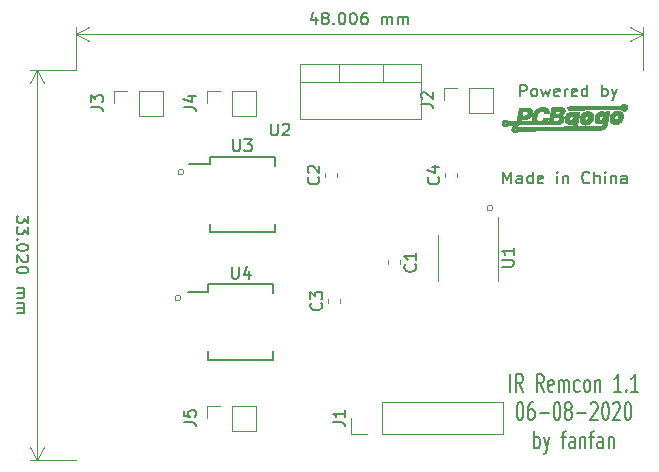
<source format=gbr>
G04 #@! TF.GenerationSoftware,KiCad,Pcbnew,(5.1.2)-2*
G04 #@! TF.CreationDate,2020-08-07T23:42:31+09:00*
G04 #@! TF.ProjectId,IRRemo,49525265-6d6f-42e6-9b69-6361645f7063,rev?*
G04 #@! TF.SameCoordinates,Original*
G04 #@! TF.FileFunction,Legend,Top*
G04 #@! TF.FilePolarity,Positive*
%FSLAX46Y46*%
G04 Gerber Fmt 4.6, Leading zero omitted, Abs format (unit mm)*
G04 Created by KiCad (PCBNEW (5.1.2)-2) date 2020-08-07 23:42:31*
%MOMM*%
%LPD*%
G04 APERTURE LIST*
%ADD10C,0.150000*%
%ADD11C,0.120000*%
%ADD12C,0.010000*%
G04 APERTURE END LIST*
D10*
X140581714Y-106370380D02*
X140581714Y-105370380D01*
X140915047Y-106084666D01*
X141248380Y-105370380D01*
X141248380Y-106370380D01*
X142153142Y-106370380D02*
X142153142Y-105846571D01*
X142105523Y-105751333D01*
X142010285Y-105703714D01*
X141819809Y-105703714D01*
X141724571Y-105751333D01*
X142153142Y-106322761D02*
X142057904Y-106370380D01*
X141819809Y-106370380D01*
X141724571Y-106322761D01*
X141676952Y-106227523D01*
X141676952Y-106132285D01*
X141724571Y-106037047D01*
X141819809Y-105989428D01*
X142057904Y-105989428D01*
X142153142Y-105941809D01*
X143057904Y-106370380D02*
X143057904Y-105370380D01*
X143057904Y-106322761D02*
X142962666Y-106370380D01*
X142772190Y-106370380D01*
X142676952Y-106322761D01*
X142629333Y-106275142D01*
X142581714Y-106179904D01*
X142581714Y-105894190D01*
X142629333Y-105798952D01*
X142676952Y-105751333D01*
X142772190Y-105703714D01*
X142962666Y-105703714D01*
X143057904Y-105751333D01*
X143915047Y-106322761D02*
X143819809Y-106370380D01*
X143629333Y-106370380D01*
X143534095Y-106322761D01*
X143486476Y-106227523D01*
X143486476Y-105846571D01*
X143534095Y-105751333D01*
X143629333Y-105703714D01*
X143819809Y-105703714D01*
X143915047Y-105751333D01*
X143962666Y-105846571D01*
X143962666Y-105941809D01*
X143486476Y-106037047D01*
X145153142Y-106370380D02*
X145153142Y-105703714D01*
X145153142Y-105370380D02*
X145105523Y-105418000D01*
X145153142Y-105465619D01*
X145200761Y-105418000D01*
X145153142Y-105370380D01*
X145153142Y-105465619D01*
X145629333Y-105703714D02*
X145629333Y-106370380D01*
X145629333Y-105798952D02*
X145676952Y-105751333D01*
X145772190Y-105703714D01*
X145915047Y-105703714D01*
X146010285Y-105751333D01*
X146057904Y-105846571D01*
X146057904Y-106370380D01*
X147867428Y-106275142D02*
X147819809Y-106322761D01*
X147676952Y-106370380D01*
X147581714Y-106370380D01*
X147438857Y-106322761D01*
X147343619Y-106227523D01*
X147296000Y-106132285D01*
X147248380Y-105941809D01*
X147248380Y-105798952D01*
X147296000Y-105608476D01*
X147343619Y-105513238D01*
X147438857Y-105418000D01*
X147581714Y-105370380D01*
X147676952Y-105370380D01*
X147819809Y-105418000D01*
X147867428Y-105465619D01*
X148296000Y-106370380D02*
X148296000Y-105370380D01*
X148724571Y-106370380D02*
X148724571Y-105846571D01*
X148676952Y-105751333D01*
X148581714Y-105703714D01*
X148438857Y-105703714D01*
X148343619Y-105751333D01*
X148296000Y-105798952D01*
X149200761Y-106370380D02*
X149200761Y-105703714D01*
X149200761Y-105370380D02*
X149153142Y-105418000D01*
X149200761Y-105465619D01*
X149248380Y-105418000D01*
X149200761Y-105370380D01*
X149200761Y-105465619D01*
X149676952Y-105703714D02*
X149676952Y-106370380D01*
X149676952Y-105798952D02*
X149724571Y-105751333D01*
X149819809Y-105703714D01*
X149962666Y-105703714D01*
X150057904Y-105751333D01*
X150105523Y-105846571D01*
X150105523Y-106370380D01*
X151010285Y-106370380D02*
X151010285Y-105846571D01*
X150962666Y-105751333D01*
X150867428Y-105703714D01*
X150676952Y-105703714D01*
X150581714Y-105751333D01*
X151010285Y-106322761D02*
X150915047Y-106370380D01*
X150676952Y-106370380D01*
X150581714Y-106322761D01*
X150534095Y-106227523D01*
X150534095Y-106132285D01*
X150581714Y-106037047D01*
X150676952Y-105989428D01*
X150915047Y-105989428D01*
X151010285Y-105941809D01*
X141978571Y-99004380D02*
X141978571Y-98004380D01*
X142359523Y-98004380D01*
X142454761Y-98052000D01*
X142502380Y-98099619D01*
X142550000Y-98194857D01*
X142550000Y-98337714D01*
X142502380Y-98432952D01*
X142454761Y-98480571D01*
X142359523Y-98528190D01*
X141978571Y-98528190D01*
X143121428Y-99004380D02*
X143026190Y-98956761D01*
X142978571Y-98909142D01*
X142930952Y-98813904D01*
X142930952Y-98528190D01*
X142978571Y-98432952D01*
X143026190Y-98385333D01*
X143121428Y-98337714D01*
X143264285Y-98337714D01*
X143359523Y-98385333D01*
X143407142Y-98432952D01*
X143454761Y-98528190D01*
X143454761Y-98813904D01*
X143407142Y-98909142D01*
X143359523Y-98956761D01*
X143264285Y-99004380D01*
X143121428Y-99004380D01*
X143788095Y-98337714D02*
X143978571Y-99004380D01*
X144169047Y-98528190D01*
X144359523Y-99004380D01*
X144550000Y-98337714D01*
X145311904Y-98956761D02*
X145216666Y-99004380D01*
X145026190Y-99004380D01*
X144930952Y-98956761D01*
X144883333Y-98861523D01*
X144883333Y-98480571D01*
X144930952Y-98385333D01*
X145026190Y-98337714D01*
X145216666Y-98337714D01*
X145311904Y-98385333D01*
X145359523Y-98480571D01*
X145359523Y-98575809D01*
X144883333Y-98671047D01*
X145788095Y-99004380D02*
X145788095Y-98337714D01*
X145788095Y-98528190D02*
X145835714Y-98432952D01*
X145883333Y-98385333D01*
X145978571Y-98337714D01*
X146073809Y-98337714D01*
X146788095Y-98956761D02*
X146692857Y-99004380D01*
X146502380Y-99004380D01*
X146407142Y-98956761D01*
X146359523Y-98861523D01*
X146359523Y-98480571D01*
X146407142Y-98385333D01*
X146502380Y-98337714D01*
X146692857Y-98337714D01*
X146788095Y-98385333D01*
X146835714Y-98480571D01*
X146835714Y-98575809D01*
X146359523Y-98671047D01*
X147692857Y-99004380D02*
X147692857Y-98004380D01*
X147692857Y-98956761D02*
X147597619Y-99004380D01*
X147407142Y-99004380D01*
X147311904Y-98956761D01*
X147264285Y-98909142D01*
X147216666Y-98813904D01*
X147216666Y-98528190D01*
X147264285Y-98432952D01*
X147311904Y-98385333D01*
X147407142Y-98337714D01*
X147597619Y-98337714D01*
X147692857Y-98385333D01*
X148930952Y-99004380D02*
X148930952Y-98004380D01*
X148930952Y-98385333D02*
X149026190Y-98337714D01*
X149216666Y-98337714D01*
X149311904Y-98385333D01*
X149359523Y-98432952D01*
X149407142Y-98528190D01*
X149407142Y-98813904D01*
X149359523Y-98909142D01*
X149311904Y-98956761D01*
X149216666Y-99004380D01*
X149026190Y-99004380D01*
X148930952Y-98956761D01*
X149740476Y-98337714D02*
X149978571Y-99004380D01*
X150216666Y-98337714D02*
X149978571Y-99004380D01*
X149883333Y-99242476D01*
X149835714Y-99290095D01*
X149740476Y-99337714D01*
X124730333Y-92241714D02*
X124730333Y-92908380D01*
X124492238Y-91860761D02*
X124254142Y-92575047D01*
X124873190Y-92575047D01*
X125397000Y-92336952D02*
X125301761Y-92289333D01*
X125254142Y-92241714D01*
X125206523Y-92146476D01*
X125206523Y-92098857D01*
X125254142Y-92003619D01*
X125301761Y-91956000D01*
X125397000Y-91908380D01*
X125587476Y-91908380D01*
X125682714Y-91956000D01*
X125730333Y-92003619D01*
X125777952Y-92098857D01*
X125777952Y-92146476D01*
X125730333Y-92241714D01*
X125682714Y-92289333D01*
X125587476Y-92336952D01*
X125397000Y-92336952D01*
X125301761Y-92384571D01*
X125254142Y-92432190D01*
X125206523Y-92527428D01*
X125206523Y-92717904D01*
X125254142Y-92813142D01*
X125301761Y-92860761D01*
X125397000Y-92908380D01*
X125587476Y-92908380D01*
X125682714Y-92860761D01*
X125730333Y-92813142D01*
X125777952Y-92717904D01*
X125777952Y-92527428D01*
X125730333Y-92432190D01*
X125682714Y-92384571D01*
X125587476Y-92336952D01*
X126206523Y-92813142D02*
X126254142Y-92860761D01*
X126206523Y-92908380D01*
X126158904Y-92860761D01*
X126206523Y-92813142D01*
X126206523Y-92908380D01*
X126873190Y-91908380D02*
X126968428Y-91908380D01*
X127063666Y-91956000D01*
X127111285Y-92003619D01*
X127158904Y-92098857D01*
X127206523Y-92289333D01*
X127206523Y-92527428D01*
X127158904Y-92717904D01*
X127111285Y-92813142D01*
X127063666Y-92860761D01*
X126968428Y-92908380D01*
X126873190Y-92908380D01*
X126777952Y-92860761D01*
X126730333Y-92813142D01*
X126682714Y-92717904D01*
X126635095Y-92527428D01*
X126635095Y-92289333D01*
X126682714Y-92098857D01*
X126730333Y-92003619D01*
X126777952Y-91956000D01*
X126873190Y-91908380D01*
X127825571Y-91908380D02*
X127920809Y-91908380D01*
X128016047Y-91956000D01*
X128063666Y-92003619D01*
X128111285Y-92098857D01*
X128158904Y-92289333D01*
X128158904Y-92527428D01*
X128111285Y-92717904D01*
X128063666Y-92813142D01*
X128016047Y-92860761D01*
X127920809Y-92908380D01*
X127825571Y-92908380D01*
X127730333Y-92860761D01*
X127682714Y-92813142D01*
X127635095Y-92717904D01*
X127587476Y-92527428D01*
X127587476Y-92289333D01*
X127635095Y-92098857D01*
X127682714Y-92003619D01*
X127730333Y-91956000D01*
X127825571Y-91908380D01*
X129016047Y-91908380D02*
X128825571Y-91908380D01*
X128730333Y-91956000D01*
X128682714Y-92003619D01*
X128587476Y-92146476D01*
X128539857Y-92336952D01*
X128539857Y-92717904D01*
X128587476Y-92813142D01*
X128635095Y-92860761D01*
X128730333Y-92908380D01*
X128920809Y-92908380D01*
X129016047Y-92860761D01*
X129063666Y-92813142D01*
X129111285Y-92717904D01*
X129111285Y-92479809D01*
X129063666Y-92384571D01*
X129016047Y-92336952D01*
X128920809Y-92289333D01*
X128730333Y-92289333D01*
X128635095Y-92336952D01*
X128587476Y-92384571D01*
X128539857Y-92479809D01*
X130301761Y-92908380D02*
X130301761Y-92241714D01*
X130301761Y-92336952D02*
X130349380Y-92289333D01*
X130444619Y-92241714D01*
X130587476Y-92241714D01*
X130682714Y-92289333D01*
X130730333Y-92384571D01*
X130730333Y-92908380D01*
X130730333Y-92384571D02*
X130777952Y-92289333D01*
X130873190Y-92241714D01*
X131016047Y-92241714D01*
X131111285Y-92289333D01*
X131158904Y-92384571D01*
X131158904Y-92908380D01*
X131635095Y-92908380D02*
X131635095Y-92241714D01*
X131635095Y-92336952D02*
X131682714Y-92289333D01*
X131777952Y-92241714D01*
X131920809Y-92241714D01*
X132016047Y-92289333D01*
X132063666Y-92384571D01*
X132063666Y-92908380D01*
X132063666Y-92384571D02*
X132111285Y-92289333D01*
X132206523Y-92241714D01*
X132349380Y-92241714D01*
X132444619Y-92289333D01*
X132492238Y-92384571D01*
X132492238Y-92908380D01*
D11*
X104394000Y-93726000D02*
X152400000Y-93726000D01*
X104394000Y-96774000D02*
X104394000Y-93139579D01*
X152400000Y-96774000D02*
X152400000Y-93139579D01*
X152400000Y-93726000D02*
X151273496Y-94312421D01*
X152400000Y-93726000D02*
X151273496Y-93139579D01*
X104394000Y-93726000D02*
X105520504Y-94312421D01*
X104394000Y-93726000D02*
X105520504Y-93139579D01*
D10*
X100369620Y-109093523D02*
X100369620Y-109712571D01*
X99988667Y-109379238D01*
X99988667Y-109522095D01*
X99941048Y-109617333D01*
X99893429Y-109664952D01*
X99798191Y-109712571D01*
X99560096Y-109712571D01*
X99464858Y-109664952D01*
X99417239Y-109617333D01*
X99369620Y-109522095D01*
X99369620Y-109236380D01*
X99417239Y-109141142D01*
X99464858Y-109093523D01*
X100369620Y-110045904D02*
X100369620Y-110664952D01*
X99988667Y-110331619D01*
X99988667Y-110474476D01*
X99941048Y-110569714D01*
X99893429Y-110617333D01*
X99798191Y-110664952D01*
X99560096Y-110664952D01*
X99464858Y-110617333D01*
X99417239Y-110569714D01*
X99369620Y-110474476D01*
X99369620Y-110188761D01*
X99417239Y-110093523D01*
X99464858Y-110045904D01*
X99464858Y-111093523D02*
X99417239Y-111141142D01*
X99369620Y-111093523D01*
X99417239Y-111045904D01*
X99464858Y-111093523D01*
X99369620Y-111093523D01*
X100369620Y-111760190D02*
X100369620Y-111855428D01*
X100322001Y-111950666D01*
X100274381Y-111998285D01*
X100179143Y-112045904D01*
X99988667Y-112093523D01*
X99750572Y-112093523D01*
X99560096Y-112045904D01*
X99464858Y-111998285D01*
X99417239Y-111950666D01*
X99369620Y-111855428D01*
X99369620Y-111760190D01*
X99417239Y-111664952D01*
X99464858Y-111617333D01*
X99560096Y-111569714D01*
X99750572Y-111522095D01*
X99988667Y-111522095D01*
X100179143Y-111569714D01*
X100274381Y-111617333D01*
X100322001Y-111664952D01*
X100369620Y-111760190D01*
X100274381Y-112474476D02*
X100322001Y-112522095D01*
X100369620Y-112617333D01*
X100369620Y-112855428D01*
X100322001Y-112950666D01*
X100274381Y-112998285D01*
X100179143Y-113045904D01*
X100083905Y-113045904D01*
X99941048Y-112998285D01*
X99369620Y-112426857D01*
X99369620Y-113045904D01*
X100369620Y-113664952D02*
X100369620Y-113760190D01*
X100322001Y-113855428D01*
X100274381Y-113903047D01*
X100179143Y-113950666D01*
X99988667Y-113998285D01*
X99750572Y-113998285D01*
X99560096Y-113950666D01*
X99464858Y-113903047D01*
X99417239Y-113855428D01*
X99369620Y-113760190D01*
X99369620Y-113664952D01*
X99417239Y-113569714D01*
X99464858Y-113522095D01*
X99560096Y-113474476D01*
X99750572Y-113426857D01*
X99988667Y-113426857D01*
X100179143Y-113474476D01*
X100274381Y-113522095D01*
X100322001Y-113569714D01*
X100369620Y-113664952D01*
X99369620Y-115188761D02*
X100036286Y-115188761D01*
X99941048Y-115188761D02*
X99988667Y-115236380D01*
X100036286Y-115331619D01*
X100036286Y-115474476D01*
X99988667Y-115569714D01*
X99893429Y-115617333D01*
X99369620Y-115617333D01*
X99893429Y-115617333D02*
X99988667Y-115664952D01*
X100036286Y-115760190D01*
X100036286Y-115903047D01*
X99988667Y-115998285D01*
X99893429Y-116045904D01*
X99369620Y-116045904D01*
X99369620Y-116522095D02*
X100036286Y-116522095D01*
X99941048Y-116522095D02*
X99988667Y-116569714D01*
X100036286Y-116664952D01*
X100036286Y-116807809D01*
X99988667Y-116903047D01*
X99893429Y-116950666D01*
X99369620Y-116950666D01*
X99893429Y-116950666D02*
X99988667Y-116998285D01*
X100036286Y-117093523D01*
X100036286Y-117236380D01*
X99988667Y-117331619D01*
X99893429Y-117379238D01*
X99369620Y-117379238D01*
D11*
X101092001Y-96774000D02*
X101092001Y-129794000D01*
X104394000Y-96774000D02*
X100505580Y-96774000D01*
X104394000Y-129794000D02*
X100505580Y-129794000D01*
X101092001Y-129794000D02*
X100505580Y-128667496D01*
X101092001Y-129794000D02*
X101678422Y-128667496D01*
X101092001Y-96774000D02*
X100505580Y-97900504D01*
X101092001Y-96774000D02*
X101678422Y-97900504D01*
D10*
X141177047Y-124008571D02*
X141177047Y-122508571D01*
X142224666Y-124008571D02*
X141891333Y-123294285D01*
X141653238Y-124008571D02*
X141653238Y-122508571D01*
X142034190Y-122508571D01*
X142129428Y-122580000D01*
X142177047Y-122651428D01*
X142224666Y-122794285D01*
X142224666Y-123008571D01*
X142177047Y-123151428D01*
X142129428Y-123222857D01*
X142034190Y-123294285D01*
X141653238Y-123294285D01*
X143986571Y-124008571D02*
X143653238Y-123294285D01*
X143415142Y-124008571D02*
X143415142Y-122508571D01*
X143796095Y-122508571D01*
X143891333Y-122580000D01*
X143938952Y-122651428D01*
X143986571Y-122794285D01*
X143986571Y-123008571D01*
X143938952Y-123151428D01*
X143891333Y-123222857D01*
X143796095Y-123294285D01*
X143415142Y-123294285D01*
X144796095Y-123937142D02*
X144700857Y-124008571D01*
X144510380Y-124008571D01*
X144415142Y-123937142D01*
X144367523Y-123794285D01*
X144367523Y-123222857D01*
X144415142Y-123080000D01*
X144510380Y-123008571D01*
X144700857Y-123008571D01*
X144796095Y-123080000D01*
X144843714Y-123222857D01*
X144843714Y-123365714D01*
X144367523Y-123508571D01*
X145272285Y-124008571D02*
X145272285Y-123008571D01*
X145272285Y-123151428D02*
X145319904Y-123080000D01*
X145415142Y-123008571D01*
X145558000Y-123008571D01*
X145653238Y-123080000D01*
X145700857Y-123222857D01*
X145700857Y-124008571D01*
X145700857Y-123222857D02*
X145748476Y-123080000D01*
X145843714Y-123008571D01*
X145986571Y-123008571D01*
X146081809Y-123080000D01*
X146129428Y-123222857D01*
X146129428Y-124008571D01*
X147034190Y-123937142D02*
X146938952Y-124008571D01*
X146748476Y-124008571D01*
X146653238Y-123937142D01*
X146605619Y-123865714D01*
X146558000Y-123722857D01*
X146558000Y-123294285D01*
X146605619Y-123151428D01*
X146653238Y-123080000D01*
X146748476Y-123008571D01*
X146938952Y-123008571D01*
X147034190Y-123080000D01*
X147605619Y-124008571D02*
X147510380Y-123937142D01*
X147462761Y-123865714D01*
X147415142Y-123722857D01*
X147415142Y-123294285D01*
X147462761Y-123151428D01*
X147510380Y-123080000D01*
X147605619Y-123008571D01*
X147748476Y-123008571D01*
X147843714Y-123080000D01*
X147891333Y-123151428D01*
X147938952Y-123294285D01*
X147938952Y-123722857D01*
X147891333Y-123865714D01*
X147843714Y-123937142D01*
X147748476Y-124008571D01*
X147605619Y-124008571D01*
X148367523Y-123008571D02*
X148367523Y-124008571D01*
X148367523Y-123151428D02*
X148415142Y-123080000D01*
X148510380Y-123008571D01*
X148653238Y-123008571D01*
X148748476Y-123080000D01*
X148796095Y-123222857D01*
X148796095Y-124008571D01*
X150558000Y-124008571D02*
X149986571Y-124008571D01*
X150272285Y-124008571D02*
X150272285Y-122508571D01*
X150177047Y-122722857D01*
X150081809Y-122865714D01*
X149986571Y-122937142D01*
X150986571Y-123865714D02*
X151034190Y-123937142D01*
X150986571Y-124008571D01*
X150938952Y-123937142D01*
X150986571Y-123865714D01*
X150986571Y-124008571D01*
X151986571Y-124008571D02*
X151415142Y-124008571D01*
X151700857Y-124008571D02*
X151700857Y-122508571D01*
X151605619Y-122722857D01*
X151510380Y-122865714D01*
X151415142Y-122937142D01*
X141938952Y-124908571D02*
X142034190Y-124908571D01*
X142129428Y-124980000D01*
X142177047Y-125051428D01*
X142224666Y-125194285D01*
X142272285Y-125480000D01*
X142272285Y-125837142D01*
X142224666Y-126122857D01*
X142177047Y-126265714D01*
X142129428Y-126337142D01*
X142034190Y-126408571D01*
X141938952Y-126408571D01*
X141843714Y-126337142D01*
X141796095Y-126265714D01*
X141748476Y-126122857D01*
X141700857Y-125837142D01*
X141700857Y-125480000D01*
X141748476Y-125194285D01*
X141796095Y-125051428D01*
X141843714Y-124980000D01*
X141938952Y-124908571D01*
X143129428Y-124908571D02*
X142938952Y-124908571D01*
X142843714Y-124980000D01*
X142796095Y-125051428D01*
X142700857Y-125265714D01*
X142653238Y-125551428D01*
X142653238Y-126122857D01*
X142700857Y-126265714D01*
X142748476Y-126337142D01*
X142843714Y-126408571D01*
X143034190Y-126408571D01*
X143129428Y-126337142D01*
X143177047Y-126265714D01*
X143224666Y-126122857D01*
X143224666Y-125765714D01*
X143177047Y-125622857D01*
X143129428Y-125551428D01*
X143034190Y-125480000D01*
X142843714Y-125480000D01*
X142748476Y-125551428D01*
X142700857Y-125622857D01*
X142653238Y-125765714D01*
X143653238Y-125837142D02*
X144415142Y-125837142D01*
X145081809Y-124908571D02*
X145177047Y-124908571D01*
X145272285Y-124980000D01*
X145319904Y-125051428D01*
X145367523Y-125194285D01*
X145415142Y-125480000D01*
X145415142Y-125837142D01*
X145367523Y-126122857D01*
X145319904Y-126265714D01*
X145272285Y-126337142D01*
X145177047Y-126408571D01*
X145081809Y-126408571D01*
X144986571Y-126337142D01*
X144938952Y-126265714D01*
X144891333Y-126122857D01*
X144843714Y-125837142D01*
X144843714Y-125480000D01*
X144891333Y-125194285D01*
X144938952Y-125051428D01*
X144986571Y-124980000D01*
X145081809Y-124908571D01*
X145986571Y-125551428D02*
X145891333Y-125480000D01*
X145843714Y-125408571D01*
X145796095Y-125265714D01*
X145796095Y-125194285D01*
X145843714Y-125051428D01*
X145891333Y-124980000D01*
X145986571Y-124908571D01*
X146177047Y-124908571D01*
X146272285Y-124980000D01*
X146319904Y-125051428D01*
X146367523Y-125194285D01*
X146367523Y-125265714D01*
X146319904Y-125408571D01*
X146272285Y-125480000D01*
X146177047Y-125551428D01*
X145986571Y-125551428D01*
X145891333Y-125622857D01*
X145843714Y-125694285D01*
X145796095Y-125837142D01*
X145796095Y-126122857D01*
X145843714Y-126265714D01*
X145891333Y-126337142D01*
X145986571Y-126408571D01*
X146177047Y-126408571D01*
X146272285Y-126337142D01*
X146319904Y-126265714D01*
X146367523Y-126122857D01*
X146367523Y-125837142D01*
X146319904Y-125694285D01*
X146272285Y-125622857D01*
X146177047Y-125551428D01*
X146796095Y-125837142D02*
X147558000Y-125837142D01*
X147986571Y-125051428D02*
X148034190Y-124980000D01*
X148129428Y-124908571D01*
X148367523Y-124908571D01*
X148462761Y-124980000D01*
X148510380Y-125051428D01*
X148558000Y-125194285D01*
X148558000Y-125337142D01*
X148510380Y-125551428D01*
X147938952Y-126408571D01*
X148558000Y-126408571D01*
X149177047Y-124908571D02*
X149272285Y-124908571D01*
X149367523Y-124980000D01*
X149415142Y-125051428D01*
X149462761Y-125194285D01*
X149510380Y-125480000D01*
X149510380Y-125837142D01*
X149462761Y-126122857D01*
X149415142Y-126265714D01*
X149367523Y-126337142D01*
X149272285Y-126408571D01*
X149177047Y-126408571D01*
X149081809Y-126337142D01*
X149034190Y-126265714D01*
X148986571Y-126122857D01*
X148938952Y-125837142D01*
X148938952Y-125480000D01*
X148986571Y-125194285D01*
X149034190Y-125051428D01*
X149081809Y-124980000D01*
X149177047Y-124908571D01*
X149891333Y-125051428D02*
X149938952Y-124980000D01*
X150034190Y-124908571D01*
X150272285Y-124908571D01*
X150367523Y-124980000D01*
X150415142Y-125051428D01*
X150462761Y-125194285D01*
X150462761Y-125337142D01*
X150415142Y-125551428D01*
X149843714Y-126408571D01*
X150462761Y-126408571D01*
X151081809Y-124908571D02*
X151177047Y-124908571D01*
X151272285Y-124980000D01*
X151319904Y-125051428D01*
X151367523Y-125194285D01*
X151415142Y-125480000D01*
X151415142Y-125837142D01*
X151367523Y-126122857D01*
X151319904Y-126265714D01*
X151272285Y-126337142D01*
X151177047Y-126408571D01*
X151081809Y-126408571D01*
X150986571Y-126337142D01*
X150938952Y-126265714D01*
X150891333Y-126122857D01*
X150843714Y-125837142D01*
X150843714Y-125480000D01*
X150891333Y-125194285D01*
X150938952Y-125051428D01*
X150986571Y-124980000D01*
X151081809Y-124908571D01*
X143200857Y-128808571D02*
X143200857Y-127308571D01*
X143200857Y-127880000D02*
X143296095Y-127808571D01*
X143486571Y-127808571D01*
X143581809Y-127880000D01*
X143629428Y-127951428D01*
X143677047Y-128094285D01*
X143677047Y-128522857D01*
X143629428Y-128665714D01*
X143581809Y-128737142D01*
X143486571Y-128808571D01*
X143296095Y-128808571D01*
X143200857Y-128737142D01*
X144010380Y-127808571D02*
X144248476Y-128808571D01*
X144486571Y-127808571D02*
X144248476Y-128808571D01*
X144153238Y-129165714D01*
X144105619Y-129237142D01*
X144010380Y-129308571D01*
X145486571Y-127808571D02*
X145867523Y-127808571D01*
X145629428Y-128808571D02*
X145629428Y-127522857D01*
X145677047Y-127380000D01*
X145772285Y-127308571D01*
X145867523Y-127308571D01*
X146629428Y-128808571D02*
X146629428Y-128022857D01*
X146581809Y-127880000D01*
X146486571Y-127808571D01*
X146296095Y-127808571D01*
X146200857Y-127880000D01*
X146629428Y-128737142D02*
X146534190Y-128808571D01*
X146296095Y-128808571D01*
X146200857Y-128737142D01*
X146153238Y-128594285D01*
X146153238Y-128451428D01*
X146200857Y-128308571D01*
X146296095Y-128237142D01*
X146534190Y-128237142D01*
X146629428Y-128165714D01*
X147105619Y-127808571D02*
X147105619Y-128808571D01*
X147105619Y-127951428D02*
X147153238Y-127880000D01*
X147248476Y-127808571D01*
X147391333Y-127808571D01*
X147486571Y-127880000D01*
X147534190Y-128022857D01*
X147534190Y-128808571D01*
X147867523Y-127808571D02*
X148248476Y-127808571D01*
X148010380Y-128808571D02*
X148010380Y-127522857D01*
X148058000Y-127380000D01*
X148153238Y-127308571D01*
X148248476Y-127308571D01*
X149010380Y-128808571D02*
X149010380Y-128022857D01*
X148962761Y-127880000D01*
X148867523Y-127808571D01*
X148677047Y-127808571D01*
X148581809Y-127880000D01*
X149010380Y-128737142D02*
X148915142Y-128808571D01*
X148677047Y-128808571D01*
X148581809Y-128737142D01*
X148534190Y-128594285D01*
X148534190Y-128451428D01*
X148581809Y-128308571D01*
X148677047Y-128237142D01*
X148915142Y-128237142D01*
X149010380Y-128165714D01*
X149486571Y-127808571D02*
X149486571Y-128808571D01*
X149486571Y-127951428D02*
X149534190Y-127880000D01*
X149629428Y-127808571D01*
X149772285Y-127808571D01*
X149867523Y-127880000D01*
X149915142Y-128022857D01*
X149915142Y-128808571D01*
D11*
X113284000Y-116078000D02*
G75*
G03X113284000Y-116078000I-254000J0D01*
G01*
X113538000Y-105410000D02*
G75*
G03X113538000Y-105410000I-254000J0D01*
G01*
X139700000Y-108458000D02*
G75*
G03X139700000Y-108458000I-254000J0D01*
G01*
X130808000Y-112893221D02*
X130808000Y-113218779D01*
X131828000Y-112893221D02*
X131828000Y-113218779D01*
X126494000Y-105826779D02*
X126494000Y-105501221D01*
X125474000Y-105826779D02*
X125474000Y-105501221D01*
X126722000Y-116494779D02*
X126722000Y-116169221D01*
X125702000Y-116494779D02*
X125702000Y-116169221D01*
X127702000Y-127568000D02*
X127702000Y-126238000D01*
X129032000Y-127568000D02*
X127702000Y-127568000D01*
X130302000Y-127568000D02*
X130302000Y-124908000D01*
X130302000Y-124908000D02*
X140522000Y-124908000D01*
X130302000Y-127568000D02*
X140522000Y-127568000D01*
X140522000Y-127568000D02*
X140522000Y-124908000D01*
X140163000Y-112649000D02*
X140163000Y-109199000D01*
X140163000Y-112649000D02*
X140163000Y-114599000D01*
X135043000Y-112649000D02*
X135043000Y-110699000D01*
X135043000Y-112649000D02*
X135043000Y-114599000D01*
D10*
X115724000Y-104765000D02*
X113974000Y-104765000D01*
X115724000Y-110520000D02*
X121224000Y-110520000D01*
X115724000Y-104110000D02*
X121224000Y-104110000D01*
X115724000Y-110520000D02*
X115724000Y-109770000D01*
X121224000Y-110520000D02*
X121224000Y-109770000D01*
X121224000Y-104110000D02*
X121224000Y-104860000D01*
X115724000Y-104110000D02*
X115724000Y-104765000D01*
X115614000Y-115560000D02*
X113864000Y-115560000D01*
X115614000Y-121315000D02*
X121114000Y-121315000D01*
X115614000Y-114905000D02*
X121114000Y-114905000D01*
X115614000Y-121315000D02*
X115614000Y-120565000D01*
X121114000Y-121315000D02*
X121114000Y-120565000D01*
X121114000Y-114905000D02*
X121114000Y-115655000D01*
X115614000Y-114905000D02*
X115614000Y-115560000D01*
D11*
X130375000Y-96298000D02*
X130375000Y-97808000D01*
X126674000Y-96298000D02*
X126674000Y-97808000D01*
X123404000Y-97808000D02*
X133644000Y-97808000D01*
X133644000Y-96298000D02*
X133644000Y-100939000D01*
X123404000Y-96298000D02*
X123404000Y-100939000D01*
X123404000Y-100939000D02*
X133644000Y-100939000D01*
X123404000Y-96298000D02*
X133644000Y-96298000D01*
X135592000Y-99314000D02*
X135592000Y-98254000D01*
X135592000Y-98254000D02*
X136652000Y-98254000D01*
X137652000Y-98254000D02*
X139712000Y-98254000D01*
X139712000Y-100374000D02*
X139712000Y-98254000D01*
X137652000Y-100374000D02*
X139712000Y-100374000D01*
X137652000Y-100374000D02*
X137652000Y-98254000D01*
X107652000Y-99568000D02*
X107652000Y-98508000D01*
X107652000Y-98508000D02*
X108712000Y-98508000D01*
X109712000Y-98508000D02*
X111772000Y-98508000D01*
X111772000Y-100628000D02*
X111772000Y-98508000D01*
X109712000Y-100628000D02*
X111772000Y-100628000D01*
X109712000Y-100628000D02*
X109712000Y-98508000D01*
X115526000Y-99568000D02*
X115526000Y-98508000D01*
X115526000Y-98508000D02*
X116586000Y-98508000D01*
X117586000Y-98508000D02*
X119646000Y-98508000D01*
X119646000Y-100628000D02*
X119646000Y-98508000D01*
X117586000Y-100628000D02*
X119646000Y-100628000D01*
X117586000Y-100628000D02*
X117586000Y-98508000D01*
X115526000Y-126238000D02*
X115526000Y-125178000D01*
X115526000Y-125178000D02*
X116586000Y-125178000D01*
X117586000Y-125178000D02*
X119646000Y-125178000D01*
X119646000Y-127298000D02*
X119646000Y-125178000D01*
X117586000Y-127298000D02*
X119646000Y-127298000D01*
X117586000Y-127298000D02*
X117586000Y-125178000D01*
X136654000Y-105826779D02*
X136654000Y-105501221D01*
X135634000Y-105826779D02*
X135634000Y-105501221D01*
D12*
G36*
X149416408Y-100824923D02*
G01*
X149424378Y-100825547D01*
X149430697Y-100827365D01*
X149435267Y-100830148D01*
X149438056Y-100835177D01*
X149439033Y-100843731D01*
X149438167Y-100857089D01*
X149435428Y-100876530D01*
X149430783Y-100903334D01*
X149424203Y-100938780D01*
X149421257Y-100954417D01*
X149417436Y-100975406D01*
X149412343Y-101004441D01*
X149406386Y-101039119D01*
X149399974Y-101077037D01*
X149393516Y-101115791D01*
X149387421Y-101152978D01*
X149386377Y-101159425D01*
X149381241Y-101188007D01*
X149374070Y-101223509D01*
X149365447Y-101263414D01*
X149355955Y-101305207D01*
X149346176Y-101346372D01*
X149336694Y-101384392D01*
X149328092Y-101416752D01*
X149321697Y-101438596D01*
X149313071Y-101461767D01*
X149300067Y-101491415D01*
X149283931Y-101525144D01*
X149265910Y-101560558D01*
X149247250Y-101595258D01*
X149229197Y-101626849D01*
X149212998Y-101652934D01*
X149202466Y-101667895D01*
X149167899Y-101704179D01*
X149124254Y-101735196D01*
X149071685Y-101760857D01*
X149010345Y-101781073D01*
X149006259Y-101782145D01*
X148982655Y-101787997D01*
X148959708Y-101793048D01*
X148936426Y-101797365D01*
X148911820Y-101801012D01*
X148884899Y-101804054D01*
X148854674Y-101806558D01*
X148820155Y-101808587D01*
X148780350Y-101810207D01*
X148734271Y-101811484D01*
X148680927Y-101812483D01*
X148619328Y-101813269D01*
X148548483Y-101813907D01*
X148521209Y-101814108D01*
X148456514Y-101814629D01*
X148383537Y-101815330D01*
X148304577Y-101816181D01*
X148221932Y-101817155D01*
X148137902Y-101818222D01*
X148054786Y-101819354D01*
X147974883Y-101820523D01*
X147900491Y-101821699D01*
X147872979Y-101822162D01*
X147805548Y-101823289D01*
X147734977Y-101824412D01*
X147663048Y-101825505D01*
X147591545Y-101826544D01*
X147522251Y-101827503D01*
X147456950Y-101828359D01*
X147397423Y-101829086D01*
X147345454Y-101829660D01*
X147314709Y-101829954D01*
X147269050Y-101830417D01*
X147214593Y-101831070D01*
X147153121Y-101831888D01*
X147086417Y-101832843D01*
X147016263Y-101833908D01*
X146944444Y-101835057D01*
X146872741Y-101836263D01*
X146802937Y-101837499D01*
X146756438Y-101838363D01*
X146689801Y-101839584D01*
X146620649Y-101840774D01*
X146550670Y-101841907D01*
X146481554Y-101842961D01*
X146414989Y-101843910D01*
X146352662Y-101844730D01*
X146296263Y-101845396D01*
X146247480Y-101845886D01*
X146216688Y-101846124D01*
X146147785Y-101846605D01*
X146078152Y-101847177D01*
X146008673Y-101847827D01*
X145940228Y-101848543D01*
X145873699Y-101849311D01*
X145809969Y-101850119D01*
X145749919Y-101850955D01*
X145694431Y-101851804D01*
X145644387Y-101852655D01*
X145600669Y-101853495D01*
X145564158Y-101854311D01*
X145535737Y-101855091D01*
X145516287Y-101855821D01*
X145507604Y-101856378D01*
X145497645Y-101856914D01*
X145478107Y-101857505D01*
X145449993Y-101858137D01*
X145414308Y-101858793D01*
X145372055Y-101859458D01*
X145324238Y-101860116D01*
X145271862Y-101860751D01*
X145215930Y-101861348D01*
X145157446Y-101861890D01*
X145155709Y-101861905D01*
X145088179Y-101862538D01*
X145016051Y-101863314D01*
X144941398Y-101864207D01*
X144866293Y-101865186D01*
X144792812Y-101866224D01*
X144723027Y-101867292D01*
X144659013Y-101868361D01*
X144602844Y-101869404D01*
X144586854Y-101869727D01*
X144533992Y-101870772D01*
X144481818Y-101871711D01*
X144431826Y-101872521D01*
X144385510Y-101873184D01*
X144344365Y-101873679D01*
X144309886Y-101873985D01*
X144283566Y-101874081D01*
X144272000Y-101874028D01*
X144246576Y-101873928D01*
X144211999Y-101874044D01*
X144169363Y-101874357D01*
X144119762Y-101874847D01*
X144064290Y-101875497D01*
X144004042Y-101876287D01*
X143940111Y-101877198D01*
X143873590Y-101878213D01*
X143805575Y-101879313D01*
X143737159Y-101880478D01*
X143669437Y-101881691D01*
X143603501Y-101882932D01*
X143540446Y-101884183D01*
X143481367Y-101885425D01*
X143427357Y-101886640D01*
X143379510Y-101887809D01*
X143338920Y-101888914D01*
X143306681Y-101889935D01*
X143283887Y-101890853D01*
X143283191Y-101890888D01*
X143250362Y-101892363D01*
X143221087Y-101893390D01*
X143197027Y-101893934D01*
X143179844Y-101893960D01*
X143171200Y-101893433D01*
X143170608Y-101893239D01*
X143164690Y-101892850D01*
X143148984Y-101892619D01*
X143124280Y-101892540D01*
X143091373Y-101892607D01*
X143051055Y-101892815D01*
X143004119Y-101893158D01*
X142951357Y-101893632D01*
X142893563Y-101894230D01*
X142831529Y-101894947D01*
X142766047Y-101895778D01*
X142730666Y-101896257D01*
X142613686Y-101897893D01*
X142506876Y-101899433D01*
X142409824Y-101900887D01*
X142322119Y-101902265D01*
X142243349Y-101903576D01*
X142173101Y-101904830D01*
X142110962Y-101906037D01*
X142056522Y-101907207D01*
X142009368Y-101908349D01*
X141969087Y-101909473D01*
X141935268Y-101910589D01*
X141907499Y-101911706D01*
X141885367Y-101912835D01*
X141868460Y-101913984D01*
X141856367Y-101915165D01*
X141848674Y-101916386D01*
X141845918Y-101917174D01*
X141834299Y-101923908D01*
X141818558Y-101935731D01*
X141801975Y-101950167D01*
X141800939Y-101951144D01*
X141774041Y-101974800D01*
X141744352Y-101997885D01*
X141714761Y-102018335D01*
X141688159Y-102034086D01*
X141677557Y-102039258D01*
X141657918Y-102045583D01*
X141632445Y-102050510D01*
X141612118Y-102052718D01*
X141590377Y-102054297D01*
X141571252Y-102055811D01*
X141558454Y-102056965D01*
X141557375Y-102057082D01*
X141544593Y-102057252D01*
X141526418Y-102056057D01*
X141515042Y-102054799D01*
X141495928Y-102051666D01*
X141479151Y-102047813D01*
X141472464Y-102045660D01*
X141456577Y-102038123D01*
X141435925Y-102026679D01*
X141413146Y-102012985D01*
X141390875Y-101998698D01*
X141371751Y-101985474D01*
X141358409Y-101974970D01*
X141355577Y-101972226D01*
X141344131Y-101957507D01*
X141329976Y-101935810D01*
X141314665Y-101909845D01*
X141299752Y-101882321D01*
X141286790Y-101855949D01*
X141280000Y-101840348D01*
X141274097Y-101824965D01*
X141270608Y-101812310D01*
X141269234Y-101799182D01*
X141269677Y-101782380D01*
X141269897Y-101779721D01*
X141491186Y-101779721D01*
X141500469Y-101799695D01*
X141517200Y-101816090D01*
X141538860Y-101828072D01*
X141562930Y-101834808D01*
X141586892Y-101835464D01*
X141608227Y-101829207D01*
X141618618Y-101821884D01*
X141632766Y-101801845D01*
X141639665Y-101777170D01*
X141639308Y-101750942D01*
X141631687Y-101726242D01*
X141618885Y-101708139D01*
X141599953Y-101695012D01*
X141577309Y-101687618D01*
X141555076Y-101687014D01*
X141545827Y-101689420D01*
X141528164Y-101700606D01*
X141512020Y-101718291D01*
X141499246Y-101739419D01*
X141491689Y-101760934D01*
X141491186Y-101779721D01*
X141269897Y-101779721D01*
X141271637Y-101758703D01*
X141272010Y-101754716D01*
X141279902Y-101699773D01*
X141292537Y-101653514D01*
X141310176Y-101615037D01*
X141314299Y-101608239D01*
X141332164Y-101583927D01*
X141354882Y-101558560D01*
X141379776Y-101534725D01*
X141404169Y-101515007D01*
X141423284Y-101503016D01*
X141441753Y-101495564D01*
X141467371Y-101487691D01*
X141496775Y-101480184D01*
X141526600Y-101473826D01*
X141553482Y-101469406D01*
X141574057Y-101467709D01*
X141574397Y-101467708D01*
X141592578Y-101469504D01*
X141617172Y-101474289D01*
X141644750Y-101481161D01*
X141671883Y-101489216D01*
X141695142Y-101497551D01*
X141705855Y-101502333D01*
X141729842Y-101516355D01*
X141753978Y-101533739D01*
X141775463Y-101552194D01*
X141791501Y-101569429D01*
X141796312Y-101576375D01*
X141812305Y-101593632D01*
X141830594Y-101603193D01*
X141836845Y-101605309D01*
X141844125Y-101607039D01*
X141853407Y-101608402D01*
X141865665Y-101609418D01*
X141881875Y-101610106D01*
X141903010Y-101610485D01*
X141930045Y-101610575D01*
X141963954Y-101610395D01*
X142005711Y-101609964D01*
X142056290Y-101609302D01*
X142104096Y-101608613D01*
X142157296Y-101607833D01*
X142219085Y-101606934D01*
X142287471Y-101605945D01*
X142360461Y-101604894D01*
X142436062Y-101603810D01*
X142512281Y-101602721D01*
X142587126Y-101601657D01*
X142658604Y-101600645D01*
X142695084Y-101600130D01*
X142765860Y-101599104D01*
X142842629Y-101597936D01*
X142923151Y-101596665D01*
X143005187Y-101595327D01*
X143086496Y-101593959D01*
X143164841Y-101592599D01*
X143237980Y-101591285D01*
X143303675Y-101590053D01*
X143327438Y-101589591D01*
X143386306Y-101588460D01*
X143453775Y-101587216D01*
X143527866Y-101585891D01*
X143606597Y-101584520D01*
X143687988Y-101583137D01*
X143770059Y-101581775D01*
X143850828Y-101580467D01*
X143928315Y-101579248D01*
X143994188Y-101578246D01*
X144047623Y-101577450D01*
X144098964Y-101576688D01*
X144148880Y-101575951D01*
X144198039Y-101575230D01*
X144247109Y-101574515D01*
X144296758Y-101573797D01*
X144347654Y-101573067D01*
X144400466Y-101572315D01*
X144455861Y-101571532D01*
X144514508Y-101570708D01*
X144577076Y-101569835D01*
X144644231Y-101568902D01*
X144716643Y-101567901D01*
X144794980Y-101566822D01*
X144879909Y-101565655D01*
X144972099Y-101564392D01*
X145072219Y-101563023D01*
X145180936Y-101561539D01*
X145298919Y-101559930D01*
X145422938Y-101558240D01*
X145545216Y-101556504D01*
X145659667Y-101554738D01*
X145766052Y-101552947D01*
X145864127Y-101551136D01*
X145953654Y-101549313D01*
X146034389Y-101547483D01*
X146106093Y-101545651D01*
X146168525Y-101543824D01*
X146221442Y-101542008D01*
X146264605Y-101540208D01*
X146297773Y-101538432D01*
X146320703Y-101536683D01*
X146327454Y-101535929D01*
X146358576Y-101530443D01*
X146384108Y-101522104D01*
X146405722Y-101509560D01*
X146425091Y-101491463D01*
X146443889Y-101466462D01*
X146463789Y-101433208D01*
X146470862Y-101420231D01*
X146491080Y-101378855D01*
X146505637Y-101339826D01*
X146513363Y-101311825D01*
X146518781Y-101288584D01*
X146523075Y-101268492D01*
X146525697Y-101254218D01*
X146526243Y-101249261D01*
X146523236Y-101239614D01*
X146513976Y-101237561D01*
X146498140Y-101243147D01*
X146475402Y-101256418D01*
X146475358Y-101256446D01*
X146449287Y-101271019D01*
X146415440Y-101286198D01*
X146376472Y-101300799D01*
X146373547Y-101301794D01*
X146345169Y-101311177D01*
X146323513Y-101317545D01*
X146305355Y-101321485D01*
X146287465Y-101323586D01*
X146266617Y-101324436D01*
X146248438Y-101324602D01*
X146211353Y-101324109D01*
X146171364Y-101322510D01*
X146130941Y-101320000D01*
X146092551Y-101316770D01*
X146058665Y-101313013D01*
X146031752Y-101308922D01*
X146022350Y-101306970D01*
X145989668Y-101295806D01*
X145955711Y-101277118D01*
X145919278Y-101250159D01*
X145890682Y-101225063D01*
X145866753Y-101201831D01*
X145848699Y-101181139D01*
X145834713Y-101160072D01*
X145822990Y-101135718D01*
X145811725Y-101105166D01*
X145806558Y-101089354D01*
X145798156Y-101060602D01*
X145792324Y-101033814D01*
X145788339Y-101004862D01*
X145785482Y-100969615D01*
X145785388Y-100968128D01*
X145783608Y-100937328D01*
X145782867Y-100915422D01*
X145783324Y-100900755D01*
X145785139Y-100891675D01*
X145788471Y-100886529D01*
X145793480Y-100883663D01*
X145793538Y-100883641D01*
X145800522Y-100882806D01*
X145816695Y-100881814D01*
X145840668Y-100880722D01*
X145871049Y-100879586D01*
X145906446Y-100878460D01*
X145945469Y-100877400D01*
X145956028Y-100877143D01*
X146006351Y-100876096D01*
X146046759Y-100875607D01*
X146077906Y-100875683D01*
X146100446Y-100876334D01*
X146115034Y-100877567D01*
X146122270Y-100879362D01*
X146131557Y-100889532D01*
X146138895Y-100907992D01*
X146139568Y-100910587D01*
X146146103Y-100936722D01*
X146151307Y-100954880D01*
X146156442Y-100967342D01*
X146162771Y-100976393D01*
X146171555Y-100984315D01*
X146184057Y-100993390D01*
X146186166Y-100994876D01*
X146203273Y-101006299D01*
X146218524Y-101015390D01*
X146228411Y-101020095D01*
X146240002Y-101020935D01*
X146258858Y-101019384D01*
X146282073Y-101015976D01*
X146306740Y-101011245D01*
X146329952Y-101005723D01*
X146348803Y-100999945D01*
X146356917Y-100996522D01*
X146373739Y-100985773D01*
X146390952Y-100969956D01*
X146409868Y-100947656D01*
X146431804Y-100917458D01*
X146435909Y-100911463D01*
X146449000Y-100892509D01*
X146458447Y-100880518D01*
X146466530Y-100873681D01*
X146475525Y-100870188D01*
X146487711Y-100868230D01*
X146490820Y-100867853D01*
X146503992Y-100866907D01*
X146525392Y-100866130D01*
X146553621Y-100865520D01*
X146587281Y-100865071D01*
X146624976Y-100864779D01*
X146665306Y-100864642D01*
X146706874Y-100864654D01*
X146748281Y-100864812D01*
X146788130Y-100865112D01*
X146825023Y-100865549D01*
X146857562Y-100866120D01*
X146884349Y-100866821D01*
X146903985Y-100867648D01*
X146915074Y-100868597D01*
X146916911Y-100869068D01*
X146919763Y-100873072D01*
X146920038Y-100881174D01*
X146917512Y-100895240D01*
X146911962Y-100917139D01*
X146910529Y-100922406D01*
X146904930Y-100945326D01*
X146901131Y-100965853D01*
X146899653Y-100980890D01*
X146899940Y-100985346D01*
X146900338Y-100999552D01*
X146897906Y-101023559D01*
X146892705Y-101056987D01*
X146884800Y-101099456D01*
X146874253Y-101150587D01*
X146867369Y-101182169D01*
X146859617Y-101218004D01*
X146851370Y-101257542D01*
X146843532Y-101296365D01*
X146837007Y-101330058D01*
X146836076Y-101335052D01*
X146829138Y-101368270D01*
X146820304Y-101404424D01*
X146810781Y-101438830D01*
X146802949Y-101463488D01*
X146794433Y-101488284D01*
X146789145Y-101505023D01*
X146786797Y-101515628D01*
X146787102Y-101522024D01*
X146789771Y-101526134D01*
X146793168Y-101528886D01*
X146797448Y-101530984D01*
X146804603Y-101532724D01*
X146815328Y-101534109D01*
X146830314Y-101535145D01*
X146850256Y-101535833D01*
X146875847Y-101536178D01*
X146907780Y-101536185D01*
X146946749Y-101535855D01*
X146993446Y-101535194D01*
X147048565Y-101534205D01*
X147112800Y-101532891D01*
X147186843Y-101531257D01*
X147195646Y-101531057D01*
X147247196Y-101529965D01*
X147308992Y-101528802D01*
X147380694Y-101527570D01*
X147461966Y-101526275D01*
X147552469Y-101524922D01*
X147651865Y-101523514D01*
X147759816Y-101522057D01*
X147875985Y-101520555D01*
X148000034Y-101519013D01*
X148131624Y-101517435D01*
X148270417Y-101515826D01*
X148416076Y-101514190D01*
X148568263Y-101512531D01*
X148571479Y-101512497D01*
X148622861Y-101511845D01*
X148671861Y-101511032D01*
X148717283Y-101510091D01*
X148757934Y-101509055D01*
X148792618Y-101507958D01*
X148820142Y-101506833D01*
X148839310Y-101505713D01*
X148848233Y-101504774D01*
X148887871Y-101493872D01*
X148922281Y-101476898D01*
X148937605Y-101465700D01*
X148946843Y-101454995D01*
X148958994Y-101436849D01*
X148972798Y-101413545D01*
X148986995Y-101387370D01*
X149000325Y-101360607D01*
X149011527Y-101335542D01*
X149016679Y-101322335D01*
X149020487Y-101309223D01*
X149024788Y-101290471D01*
X149029143Y-101268606D01*
X149033115Y-101246153D01*
X149036265Y-101225642D01*
X149038155Y-101209599D01*
X149038346Y-101200551D01*
X149037974Y-101199543D01*
X149032611Y-101200814D01*
X149019625Y-101205949D01*
X149000900Y-101214151D01*
X148978314Y-101224625D01*
X148975552Y-101225940D01*
X148926669Y-101248157D01*
X148883676Y-101264870D01*
X148843849Y-101276723D01*
X148804462Y-101284360D01*
X148762791Y-101288424D01*
X148716111Y-101289559D01*
X148706417Y-101289496D01*
X148636003Y-101285463D01*
X148573313Y-101274792D01*
X148517675Y-101257285D01*
X148468416Y-101232748D01*
X148436868Y-101210889D01*
X148402637Y-101180571D01*
X148374952Y-101147835D01*
X148352569Y-101110639D01*
X148334246Y-101066942D01*
X148319685Y-101018393D01*
X148314927Y-100994928D01*
X148311514Y-100967863D01*
X148309454Y-100939267D01*
X148308759Y-100911209D01*
X148309440Y-100885757D01*
X148311506Y-100864981D01*
X148314969Y-100850950D01*
X148318802Y-100845950D01*
X148326291Y-100844902D01*
X148342956Y-100843773D01*
X148367393Y-100842619D01*
X148398195Y-100841495D01*
X148433958Y-100840458D01*
X148473276Y-100839563D01*
X148484902Y-100839342D01*
X148531010Y-100838461D01*
X148567663Y-100837851D01*
X148595990Y-100837783D01*
X148617120Y-100838523D01*
X148632181Y-100840340D01*
X148642301Y-100843504D01*
X148648609Y-100848282D01*
X148652234Y-100854942D01*
X148654305Y-100863754D01*
X148655950Y-100874986D01*
X148656741Y-100880215D01*
X148665641Y-100907263D01*
X148682451Y-100933961D01*
X148704885Y-100957118D01*
X148719281Y-100967491D01*
X148733758Y-100975705D01*
X148746463Y-100980496D01*
X148761204Y-100982736D01*
X148781784Y-100983300D01*
X148788072Y-100983283D01*
X148813772Y-100982330D01*
X148833567Y-100979212D01*
X148852060Y-100973040D01*
X148860802Y-100969205D01*
X148899273Y-100945966D01*
X148931050Y-100915252D01*
X148954791Y-100878373D01*
X148955461Y-100876985D01*
X148964912Y-100859322D01*
X148974266Y-100845331D01*
X148981479Y-100838056D01*
X148989949Y-100836328D01*
X149007557Y-100834847D01*
X149032863Y-100833678D01*
X149064423Y-100832885D01*
X149100795Y-100832535D01*
X149104267Y-100832527D01*
X149146458Y-100832203D01*
X149193163Y-100831419D01*
X149240428Y-100830267D01*
X149284302Y-100828841D01*
X149314959Y-100827534D01*
X149346799Y-100826147D01*
X149375595Y-100825226D01*
X149399435Y-100824807D01*
X149416408Y-100824923D01*
X149416408Y-100824923D01*
G37*
X149416408Y-100824923D02*
X149424378Y-100825547D01*
X149430697Y-100827365D01*
X149435267Y-100830148D01*
X149438056Y-100835177D01*
X149439033Y-100843731D01*
X149438167Y-100857089D01*
X149435428Y-100876530D01*
X149430783Y-100903334D01*
X149424203Y-100938780D01*
X149421257Y-100954417D01*
X149417436Y-100975406D01*
X149412343Y-101004441D01*
X149406386Y-101039119D01*
X149399974Y-101077037D01*
X149393516Y-101115791D01*
X149387421Y-101152978D01*
X149386377Y-101159425D01*
X149381241Y-101188007D01*
X149374070Y-101223509D01*
X149365447Y-101263414D01*
X149355955Y-101305207D01*
X149346176Y-101346372D01*
X149336694Y-101384392D01*
X149328092Y-101416752D01*
X149321697Y-101438596D01*
X149313071Y-101461767D01*
X149300067Y-101491415D01*
X149283931Y-101525144D01*
X149265910Y-101560558D01*
X149247250Y-101595258D01*
X149229197Y-101626849D01*
X149212998Y-101652934D01*
X149202466Y-101667895D01*
X149167899Y-101704179D01*
X149124254Y-101735196D01*
X149071685Y-101760857D01*
X149010345Y-101781073D01*
X149006259Y-101782145D01*
X148982655Y-101787997D01*
X148959708Y-101793048D01*
X148936426Y-101797365D01*
X148911820Y-101801012D01*
X148884899Y-101804054D01*
X148854674Y-101806558D01*
X148820155Y-101808587D01*
X148780350Y-101810207D01*
X148734271Y-101811484D01*
X148680927Y-101812483D01*
X148619328Y-101813269D01*
X148548483Y-101813907D01*
X148521209Y-101814108D01*
X148456514Y-101814629D01*
X148383537Y-101815330D01*
X148304577Y-101816181D01*
X148221932Y-101817155D01*
X148137902Y-101818222D01*
X148054786Y-101819354D01*
X147974883Y-101820523D01*
X147900491Y-101821699D01*
X147872979Y-101822162D01*
X147805548Y-101823289D01*
X147734977Y-101824412D01*
X147663048Y-101825505D01*
X147591545Y-101826544D01*
X147522251Y-101827503D01*
X147456950Y-101828359D01*
X147397423Y-101829086D01*
X147345454Y-101829660D01*
X147314709Y-101829954D01*
X147269050Y-101830417D01*
X147214593Y-101831070D01*
X147153121Y-101831888D01*
X147086417Y-101832843D01*
X147016263Y-101833908D01*
X146944444Y-101835057D01*
X146872741Y-101836263D01*
X146802937Y-101837499D01*
X146756438Y-101838363D01*
X146689801Y-101839584D01*
X146620649Y-101840774D01*
X146550670Y-101841907D01*
X146481554Y-101842961D01*
X146414989Y-101843910D01*
X146352662Y-101844730D01*
X146296263Y-101845396D01*
X146247480Y-101845886D01*
X146216688Y-101846124D01*
X146147785Y-101846605D01*
X146078152Y-101847177D01*
X146008673Y-101847827D01*
X145940228Y-101848543D01*
X145873699Y-101849311D01*
X145809969Y-101850119D01*
X145749919Y-101850955D01*
X145694431Y-101851804D01*
X145644387Y-101852655D01*
X145600669Y-101853495D01*
X145564158Y-101854311D01*
X145535737Y-101855091D01*
X145516287Y-101855821D01*
X145507604Y-101856378D01*
X145497645Y-101856914D01*
X145478107Y-101857505D01*
X145449993Y-101858137D01*
X145414308Y-101858793D01*
X145372055Y-101859458D01*
X145324238Y-101860116D01*
X145271862Y-101860751D01*
X145215930Y-101861348D01*
X145157446Y-101861890D01*
X145155709Y-101861905D01*
X145088179Y-101862538D01*
X145016051Y-101863314D01*
X144941398Y-101864207D01*
X144866293Y-101865186D01*
X144792812Y-101866224D01*
X144723027Y-101867292D01*
X144659013Y-101868361D01*
X144602844Y-101869404D01*
X144586854Y-101869727D01*
X144533992Y-101870772D01*
X144481818Y-101871711D01*
X144431826Y-101872521D01*
X144385510Y-101873184D01*
X144344365Y-101873679D01*
X144309886Y-101873985D01*
X144283566Y-101874081D01*
X144272000Y-101874028D01*
X144246576Y-101873928D01*
X144211999Y-101874044D01*
X144169363Y-101874357D01*
X144119762Y-101874847D01*
X144064290Y-101875497D01*
X144004042Y-101876287D01*
X143940111Y-101877198D01*
X143873590Y-101878213D01*
X143805575Y-101879313D01*
X143737159Y-101880478D01*
X143669437Y-101881691D01*
X143603501Y-101882932D01*
X143540446Y-101884183D01*
X143481367Y-101885425D01*
X143427357Y-101886640D01*
X143379510Y-101887809D01*
X143338920Y-101888914D01*
X143306681Y-101889935D01*
X143283887Y-101890853D01*
X143283191Y-101890888D01*
X143250362Y-101892363D01*
X143221087Y-101893390D01*
X143197027Y-101893934D01*
X143179844Y-101893960D01*
X143171200Y-101893433D01*
X143170608Y-101893239D01*
X143164690Y-101892850D01*
X143148984Y-101892619D01*
X143124280Y-101892540D01*
X143091373Y-101892607D01*
X143051055Y-101892815D01*
X143004119Y-101893158D01*
X142951357Y-101893632D01*
X142893563Y-101894230D01*
X142831529Y-101894947D01*
X142766047Y-101895778D01*
X142730666Y-101896257D01*
X142613686Y-101897893D01*
X142506876Y-101899433D01*
X142409824Y-101900887D01*
X142322119Y-101902265D01*
X142243349Y-101903576D01*
X142173101Y-101904830D01*
X142110962Y-101906037D01*
X142056522Y-101907207D01*
X142009368Y-101908349D01*
X141969087Y-101909473D01*
X141935268Y-101910589D01*
X141907499Y-101911706D01*
X141885367Y-101912835D01*
X141868460Y-101913984D01*
X141856367Y-101915165D01*
X141848674Y-101916386D01*
X141845918Y-101917174D01*
X141834299Y-101923908D01*
X141818558Y-101935731D01*
X141801975Y-101950167D01*
X141800939Y-101951144D01*
X141774041Y-101974800D01*
X141744352Y-101997885D01*
X141714761Y-102018335D01*
X141688159Y-102034086D01*
X141677557Y-102039258D01*
X141657918Y-102045583D01*
X141632445Y-102050510D01*
X141612118Y-102052718D01*
X141590377Y-102054297D01*
X141571252Y-102055811D01*
X141558454Y-102056965D01*
X141557375Y-102057082D01*
X141544593Y-102057252D01*
X141526418Y-102056057D01*
X141515042Y-102054799D01*
X141495928Y-102051666D01*
X141479151Y-102047813D01*
X141472464Y-102045660D01*
X141456577Y-102038123D01*
X141435925Y-102026679D01*
X141413146Y-102012985D01*
X141390875Y-101998698D01*
X141371751Y-101985474D01*
X141358409Y-101974970D01*
X141355577Y-101972226D01*
X141344131Y-101957507D01*
X141329976Y-101935810D01*
X141314665Y-101909845D01*
X141299752Y-101882321D01*
X141286790Y-101855949D01*
X141280000Y-101840348D01*
X141274097Y-101824965D01*
X141270608Y-101812310D01*
X141269234Y-101799182D01*
X141269677Y-101782380D01*
X141269897Y-101779721D01*
X141491186Y-101779721D01*
X141500469Y-101799695D01*
X141517200Y-101816090D01*
X141538860Y-101828072D01*
X141562930Y-101834808D01*
X141586892Y-101835464D01*
X141608227Y-101829207D01*
X141618618Y-101821884D01*
X141632766Y-101801845D01*
X141639665Y-101777170D01*
X141639308Y-101750942D01*
X141631687Y-101726242D01*
X141618885Y-101708139D01*
X141599953Y-101695012D01*
X141577309Y-101687618D01*
X141555076Y-101687014D01*
X141545827Y-101689420D01*
X141528164Y-101700606D01*
X141512020Y-101718291D01*
X141499246Y-101739419D01*
X141491689Y-101760934D01*
X141491186Y-101779721D01*
X141269897Y-101779721D01*
X141271637Y-101758703D01*
X141272010Y-101754716D01*
X141279902Y-101699773D01*
X141292537Y-101653514D01*
X141310176Y-101615037D01*
X141314299Y-101608239D01*
X141332164Y-101583927D01*
X141354882Y-101558560D01*
X141379776Y-101534725D01*
X141404169Y-101515007D01*
X141423284Y-101503016D01*
X141441753Y-101495564D01*
X141467371Y-101487691D01*
X141496775Y-101480184D01*
X141526600Y-101473826D01*
X141553482Y-101469406D01*
X141574057Y-101467709D01*
X141574397Y-101467708D01*
X141592578Y-101469504D01*
X141617172Y-101474289D01*
X141644750Y-101481161D01*
X141671883Y-101489216D01*
X141695142Y-101497551D01*
X141705855Y-101502333D01*
X141729842Y-101516355D01*
X141753978Y-101533739D01*
X141775463Y-101552194D01*
X141791501Y-101569429D01*
X141796312Y-101576375D01*
X141812305Y-101593632D01*
X141830594Y-101603193D01*
X141836845Y-101605309D01*
X141844125Y-101607039D01*
X141853407Y-101608402D01*
X141865665Y-101609418D01*
X141881875Y-101610106D01*
X141903010Y-101610485D01*
X141930045Y-101610575D01*
X141963954Y-101610395D01*
X142005711Y-101609964D01*
X142056290Y-101609302D01*
X142104096Y-101608613D01*
X142157296Y-101607833D01*
X142219085Y-101606934D01*
X142287471Y-101605945D01*
X142360461Y-101604894D01*
X142436062Y-101603810D01*
X142512281Y-101602721D01*
X142587126Y-101601657D01*
X142658604Y-101600645D01*
X142695084Y-101600130D01*
X142765860Y-101599104D01*
X142842629Y-101597936D01*
X142923151Y-101596665D01*
X143005187Y-101595327D01*
X143086496Y-101593959D01*
X143164841Y-101592599D01*
X143237980Y-101591285D01*
X143303675Y-101590053D01*
X143327438Y-101589591D01*
X143386306Y-101588460D01*
X143453775Y-101587216D01*
X143527866Y-101585891D01*
X143606597Y-101584520D01*
X143687988Y-101583137D01*
X143770059Y-101581775D01*
X143850828Y-101580467D01*
X143928315Y-101579248D01*
X143994188Y-101578246D01*
X144047623Y-101577450D01*
X144098964Y-101576688D01*
X144148880Y-101575951D01*
X144198039Y-101575230D01*
X144247109Y-101574515D01*
X144296758Y-101573797D01*
X144347654Y-101573067D01*
X144400466Y-101572315D01*
X144455861Y-101571532D01*
X144514508Y-101570708D01*
X144577076Y-101569835D01*
X144644231Y-101568902D01*
X144716643Y-101567901D01*
X144794980Y-101566822D01*
X144879909Y-101565655D01*
X144972099Y-101564392D01*
X145072219Y-101563023D01*
X145180936Y-101561539D01*
X145298919Y-101559930D01*
X145422938Y-101558240D01*
X145545216Y-101556504D01*
X145659667Y-101554738D01*
X145766052Y-101552947D01*
X145864127Y-101551136D01*
X145953654Y-101549313D01*
X146034389Y-101547483D01*
X146106093Y-101545651D01*
X146168525Y-101543824D01*
X146221442Y-101542008D01*
X146264605Y-101540208D01*
X146297773Y-101538432D01*
X146320703Y-101536683D01*
X146327454Y-101535929D01*
X146358576Y-101530443D01*
X146384108Y-101522104D01*
X146405722Y-101509560D01*
X146425091Y-101491463D01*
X146443889Y-101466462D01*
X146463789Y-101433208D01*
X146470862Y-101420231D01*
X146491080Y-101378855D01*
X146505637Y-101339826D01*
X146513363Y-101311825D01*
X146518781Y-101288584D01*
X146523075Y-101268492D01*
X146525697Y-101254218D01*
X146526243Y-101249261D01*
X146523236Y-101239614D01*
X146513976Y-101237561D01*
X146498140Y-101243147D01*
X146475402Y-101256418D01*
X146475358Y-101256446D01*
X146449287Y-101271019D01*
X146415440Y-101286198D01*
X146376472Y-101300799D01*
X146373547Y-101301794D01*
X146345169Y-101311177D01*
X146323513Y-101317545D01*
X146305355Y-101321485D01*
X146287465Y-101323586D01*
X146266617Y-101324436D01*
X146248438Y-101324602D01*
X146211353Y-101324109D01*
X146171364Y-101322510D01*
X146130941Y-101320000D01*
X146092551Y-101316770D01*
X146058665Y-101313013D01*
X146031752Y-101308922D01*
X146022350Y-101306970D01*
X145989668Y-101295806D01*
X145955711Y-101277118D01*
X145919278Y-101250159D01*
X145890682Y-101225063D01*
X145866753Y-101201831D01*
X145848699Y-101181139D01*
X145834713Y-101160072D01*
X145822990Y-101135718D01*
X145811725Y-101105166D01*
X145806558Y-101089354D01*
X145798156Y-101060602D01*
X145792324Y-101033814D01*
X145788339Y-101004862D01*
X145785482Y-100969615D01*
X145785388Y-100968128D01*
X145783608Y-100937328D01*
X145782867Y-100915422D01*
X145783324Y-100900755D01*
X145785139Y-100891675D01*
X145788471Y-100886529D01*
X145793480Y-100883663D01*
X145793538Y-100883641D01*
X145800522Y-100882806D01*
X145816695Y-100881814D01*
X145840668Y-100880722D01*
X145871049Y-100879586D01*
X145906446Y-100878460D01*
X145945469Y-100877400D01*
X145956028Y-100877143D01*
X146006351Y-100876096D01*
X146046759Y-100875607D01*
X146077906Y-100875683D01*
X146100446Y-100876334D01*
X146115034Y-100877567D01*
X146122270Y-100879362D01*
X146131557Y-100889532D01*
X146138895Y-100907992D01*
X146139568Y-100910587D01*
X146146103Y-100936722D01*
X146151307Y-100954880D01*
X146156442Y-100967342D01*
X146162771Y-100976393D01*
X146171555Y-100984315D01*
X146184057Y-100993390D01*
X146186166Y-100994876D01*
X146203273Y-101006299D01*
X146218524Y-101015390D01*
X146228411Y-101020095D01*
X146240002Y-101020935D01*
X146258858Y-101019384D01*
X146282073Y-101015976D01*
X146306740Y-101011245D01*
X146329952Y-101005723D01*
X146348803Y-100999945D01*
X146356917Y-100996522D01*
X146373739Y-100985773D01*
X146390952Y-100969956D01*
X146409868Y-100947656D01*
X146431804Y-100917458D01*
X146435909Y-100911463D01*
X146449000Y-100892509D01*
X146458447Y-100880518D01*
X146466530Y-100873681D01*
X146475525Y-100870188D01*
X146487711Y-100868230D01*
X146490820Y-100867853D01*
X146503992Y-100866907D01*
X146525392Y-100866130D01*
X146553621Y-100865520D01*
X146587281Y-100865071D01*
X146624976Y-100864779D01*
X146665306Y-100864642D01*
X146706874Y-100864654D01*
X146748281Y-100864812D01*
X146788130Y-100865112D01*
X146825023Y-100865549D01*
X146857562Y-100866120D01*
X146884349Y-100866821D01*
X146903985Y-100867648D01*
X146915074Y-100868597D01*
X146916911Y-100869068D01*
X146919763Y-100873072D01*
X146920038Y-100881174D01*
X146917512Y-100895240D01*
X146911962Y-100917139D01*
X146910529Y-100922406D01*
X146904930Y-100945326D01*
X146901131Y-100965853D01*
X146899653Y-100980890D01*
X146899940Y-100985346D01*
X146900338Y-100999552D01*
X146897906Y-101023559D01*
X146892705Y-101056987D01*
X146884800Y-101099456D01*
X146874253Y-101150587D01*
X146867369Y-101182169D01*
X146859617Y-101218004D01*
X146851370Y-101257542D01*
X146843532Y-101296365D01*
X146837007Y-101330058D01*
X146836076Y-101335052D01*
X146829138Y-101368270D01*
X146820304Y-101404424D01*
X146810781Y-101438830D01*
X146802949Y-101463488D01*
X146794433Y-101488284D01*
X146789145Y-101505023D01*
X146786797Y-101515628D01*
X146787102Y-101522024D01*
X146789771Y-101526134D01*
X146793168Y-101528886D01*
X146797448Y-101530984D01*
X146804603Y-101532724D01*
X146815328Y-101534109D01*
X146830314Y-101535145D01*
X146850256Y-101535833D01*
X146875847Y-101536178D01*
X146907780Y-101536185D01*
X146946749Y-101535855D01*
X146993446Y-101535194D01*
X147048565Y-101534205D01*
X147112800Y-101532891D01*
X147186843Y-101531257D01*
X147195646Y-101531057D01*
X147247196Y-101529965D01*
X147308992Y-101528802D01*
X147380694Y-101527570D01*
X147461966Y-101526275D01*
X147552469Y-101524922D01*
X147651865Y-101523514D01*
X147759816Y-101522057D01*
X147875985Y-101520555D01*
X148000034Y-101519013D01*
X148131624Y-101517435D01*
X148270417Y-101515826D01*
X148416076Y-101514190D01*
X148568263Y-101512531D01*
X148571479Y-101512497D01*
X148622861Y-101511845D01*
X148671861Y-101511032D01*
X148717283Y-101510091D01*
X148757934Y-101509055D01*
X148792618Y-101507958D01*
X148820142Y-101506833D01*
X148839310Y-101505713D01*
X148848233Y-101504774D01*
X148887871Y-101493872D01*
X148922281Y-101476898D01*
X148937605Y-101465700D01*
X148946843Y-101454995D01*
X148958994Y-101436849D01*
X148972798Y-101413545D01*
X148986995Y-101387370D01*
X149000325Y-101360607D01*
X149011527Y-101335542D01*
X149016679Y-101322335D01*
X149020487Y-101309223D01*
X149024788Y-101290471D01*
X149029143Y-101268606D01*
X149033115Y-101246153D01*
X149036265Y-101225642D01*
X149038155Y-101209599D01*
X149038346Y-101200551D01*
X149037974Y-101199543D01*
X149032611Y-101200814D01*
X149019625Y-101205949D01*
X149000900Y-101214151D01*
X148978314Y-101224625D01*
X148975552Y-101225940D01*
X148926669Y-101248157D01*
X148883676Y-101264870D01*
X148843849Y-101276723D01*
X148804462Y-101284360D01*
X148762791Y-101288424D01*
X148716111Y-101289559D01*
X148706417Y-101289496D01*
X148636003Y-101285463D01*
X148573313Y-101274792D01*
X148517675Y-101257285D01*
X148468416Y-101232748D01*
X148436868Y-101210889D01*
X148402637Y-101180571D01*
X148374952Y-101147835D01*
X148352569Y-101110639D01*
X148334246Y-101066942D01*
X148319685Y-101018393D01*
X148314927Y-100994928D01*
X148311514Y-100967863D01*
X148309454Y-100939267D01*
X148308759Y-100911209D01*
X148309440Y-100885757D01*
X148311506Y-100864981D01*
X148314969Y-100850950D01*
X148318802Y-100845950D01*
X148326291Y-100844902D01*
X148342956Y-100843773D01*
X148367393Y-100842619D01*
X148398195Y-100841495D01*
X148433958Y-100840458D01*
X148473276Y-100839563D01*
X148484902Y-100839342D01*
X148531010Y-100838461D01*
X148567663Y-100837851D01*
X148595990Y-100837783D01*
X148617120Y-100838523D01*
X148632181Y-100840340D01*
X148642301Y-100843504D01*
X148648609Y-100848282D01*
X148652234Y-100854942D01*
X148654305Y-100863754D01*
X148655950Y-100874986D01*
X148656741Y-100880215D01*
X148665641Y-100907263D01*
X148682451Y-100933961D01*
X148704885Y-100957118D01*
X148719281Y-100967491D01*
X148733758Y-100975705D01*
X148746463Y-100980496D01*
X148761204Y-100982736D01*
X148781784Y-100983300D01*
X148788072Y-100983283D01*
X148813772Y-100982330D01*
X148833567Y-100979212D01*
X148852060Y-100973040D01*
X148860802Y-100969205D01*
X148899273Y-100945966D01*
X148931050Y-100915252D01*
X148954791Y-100878373D01*
X148955461Y-100876985D01*
X148964912Y-100859322D01*
X148974266Y-100845331D01*
X148981479Y-100838056D01*
X148989949Y-100836328D01*
X149007557Y-100834847D01*
X149032863Y-100833678D01*
X149064423Y-100832885D01*
X149100795Y-100832535D01*
X149104267Y-100832527D01*
X149146458Y-100832203D01*
X149193163Y-100831419D01*
X149240428Y-100830267D01*
X149284302Y-100828841D01*
X149314959Y-100827534D01*
X149346799Y-100826147D01*
X149375595Y-100825226D01*
X149399435Y-100824807D01*
X149416408Y-100824923D01*
G36*
X143931018Y-99924888D02*
G01*
X143973630Y-99925793D01*
X144012794Y-99927434D01*
X144046529Y-99929811D01*
X144072856Y-99932924D01*
X144084146Y-99935113D01*
X144108059Y-99942056D01*
X144134123Y-99951498D01*
X144161147Y-99962773D01*
X144187943Y-99975215D01*
X144213322Y-99988156D01*
X144236095Y-100000930D01*
X144255073Y-100012870D01*
X144269066Y-100023310D01*
X144276885Y-100031582D01*
X144277342Y-100037020D01*
X144269354Y-100038958D01*
X144262308Y-100041515D01*
X144261417Y-100043684D01*
X144266254Y-100049796D01*
X144279095Y-100053777D01*
X144293051Y-100054833D01*
X144304283Y-100057554D01*
X144316831Y-100066314D01*
X144331558Y-100082014D01*
X144349323Y-100105552D01*
X144367721Y-100132799D01*
X144388266Y-100169598D01*
X144400516Y-100204970D01*
X144401019Y-100207121D01*
X144406492Y-100234404D01*
X144411777Y-100266464D01*
X144416548Y-100300617D01*
X144420481Y-100334180D01*
X144423251Y-100364469D01*
X144424531Y-100388801D01*
X144424410Y-100400163D01*
X144422813Y-100427896D01*
X144369896Y-100431243D01*
X144344268Y-100432535D01*
X144313413Y-100433566D01*
X144278863Y-100434338D01*
X144242152Y-100434851D01*
X144204812Y-100435108D01*
X144168377Y-100435110D01*
X144134378Y-100434859D01*
X144104350Y-100434356D01*
X144079824Y-100433603D01*
X144062335Y-100432601D01*
X144053414Y-100431353D01*
X144052625Y-100430913D01*
X144050530Y-100423578D01*
X144047789Y-100408726D01*
X144044947Y-100389358D01*
X144044544Y-100386233D01*
X144036311Y-100345702D01*
X144021924Y-100311256D01*
X143999841Y-100279458D01*
X143993279Y-100271899D01*
X143965963Y-100246933D01*
X143934717Y-100229316D01*
X143897490Y-100218097D01*
X143867548Y-100213620D01*
X143804054Y-100211472D01*
X143744594Y-100218757D01*
X143688478Y-100235719D01*
X143635016Y-100262604D01*
X143583517Y-100299656D01*
X143556152Y-100324101D01*
X143510147Y-100373041D01*
X143473253Y-100423859D01*
X143444005Y-100478813D01*
X143426020Y-100524640D01*
X143417044Y-100552996D01*
X143407188Y-100587630D01*
X143397200Y-100625547D01*
X143387829Y-100663754D01*
X143379824Y-100699255D01*
X143373935Y-100729055D01*
X143372131Y-100740104D01*
X143367266Y-100789390D01*
X143366723Y-100839026D01*
X143370282Y-100886683D01*
X143377718Y-100930033D01*
X143388810Y-100966746D01*
X143395135Y-100980875D01*
X143409738Y-101001421D01*
X143431849Y-101022699D01*
X143458783Y-101042602D01*
X143487852Y-101059020D01*
X143502993Y-101065509D01*
X143531106Y-101073020D01*
X143567019Y-101077968D01*
X143608277Y-101080400D01*
X143652423Y-101080364D01*
X143697002Y-101077907D01*
X143739557Y-101073077D01*
X143777633Y-101065922D01*
X143799726Y-101059748D01*
X143834836Y-101044044D01*
X143869168Y-101021421D01*
X143898951Y-100994611D01*
X143913068Y-100977652D01*
X143923943Y-100961192D01*
X143937235Y-100938937D01*
X143950756Y-100914618D01*
X143956527Y-100903614D01*
X143972067Y-100875584D01*
X143984879Y-100857502D01*
X143994564Y-100849375D01*
X144003698Y-100847614D01*
X144021632Y-100846138D01*
X144046690Y-100844951D01*
X144077197Y-100844055D01*
X144111477Y-100843453D01*
X144147855Y-100843149D01*
X144184654Y-100843147D01*
X144220201Y-100843448D01*
X144252818Y-100844056D01*
X144280830Y-100844974D01*
X144302563Y-100846205D01*
X144316339Y-100847753D01*
X144319973Y-100848769D01*
X144327266Y-100855197D01*
X144330305Y-100865183D01*
X144328837Y-100879768D01*
X144322612Y-100899997D01*
X144311374Y-100926909D01*
X144294873Y-100961549D01*
X144290521Y-100970291D01*
X144277301Y-100997114D01*
X144265948Y-101020964D01*
X144257255Y-101040107D01*
X144252018Y-101052806D01*
X144250834Y-101056972D01*
X144252747Y-101063018D01*
X144259517Y-101067085D01*
X144272686Y-101069512D01*
X144293796Y-101070638D01*
X144313990Y-101070833D01*
X144354066Y-101070272D01*
X144384745Y-101068465D01*
X144407161Y-101065231D01*
X144422447Y-101060385D01*
X144431736Y-101053745D01*
X144433420Y-101051532D01*
X144436603Y-101043174D01*
X144441445Y-101025902D01*
X144447596Y-101001196D01*
X144454700Y-100970533D01*
X144462407Y-100935390D01*
X144470361Y-100897246D01*
X144470848Y-100894846D01*
X144478494Y-100857105D01*
X144487808Y-100811085D01*
X144498369Y-100758881D01*
X144509751Y-100702591D01*
X144521532Y-100644308D01*
X144533287Y-100586129D01*
X144544593Y-100530149D01*
X144547075Y-100517854D01*
X144556920Y-100469182D01*
X144902496Y-100469182D01*
X144903110Y-100475973D01*
X144905324Y-100479422D01*
X144909193Y-100481319D01*
X144911936Y-100482306D01*
X144920689Y-100483508D01*
X144938338Y-100484348D01*
X144963203Y-100484847D01*
X144993603Y-100485027D01*
X145027858Y-100484908D01*
X145064287Y-100484512D01*
X145101210Y-100483861D01*
X145136947Y-100482975D01*
X145169817Y-100481877D01*
X145198140Y-100480588D01*
X145220235Y-100479129D01*
X145229053Y-100478269D01*
X145277065Y-100468866D01*
X145317073Y-100452636D01*
X145349355Y-100429339D01*
X145374193Y-100398734D01*
X145391865Y-100360579D01*
X145399682Y-100331425D01*
X145402958Y-100298180D01*
X145397552Y-100269682D01*
X145383064Y-100244089D01*
X145379833Y-100240090D01*
X145371955Y-100230999D01*
X145364419Y-100223677D01*
X145356020Y-100217917D01*
X145345549Y-100213514D01*
X145331800Y-100210259D01*
X145313565Y-100207946D01*
X145289636Y-100206367D01*
X145258807Y-100205317D01*
X145219871Y-100204588D01*
X145171619Y-100203973D01*
X145168931Y-100203941D01*
X145127422Y-100203609D01*
X145088591Y-100203594D01*
X145053905Y-100203873D01*
X145024831Y-100204424D01*
X145002834Y-100205224D01*
X144989380Y-100206252D01*
X144986766Y-100206710D01*
X144971290Y-100213741D01*
X144959108Y-100224186D01*
X144958915Y-100224440D01*
X144952341Y-100237138D01*
X144944662Y-100258197D01*
X144936431Y-100285525D01*
X144928201Y-100317030D01*
X144920524Y-100350621D01*
X144913951Y-100384206D01*
X144909689Y-100410880D01*
X144905842Y-100438423D01*
X144903425Y-100457261D01*
X144902496Y-100469182D01*
X144556920Y-100469182D01*
X144557760Y-100465030D01*
X144568621Y-100411527D01*
X144579304Y-100359073D01*
X144589456Y-100309395D01*
X144598724Y-100264218D01*
X144606754Y-100225272D01*
X144613194Y-100194281D01*
X144615250Y-100184479D01*
X144622550Y-100148224D01*
X144629506Y-100110791D01*
X144635594Y-100075217D01*
X144640290Y-100044539D01*
X144642664Y-100025818D01*
X144646329Y-99994530D01*
X144649849Y-99972116D01*
X144653705Y-99956882D01*
X144658380Y-99947138D01*
X144664358Y-99941190D01*
X144667299Y-99939456D01*
X144674218Y-99938502D01*
X144690785Y-99937492D01*
X144716064Y-99936452D01*
X144749121Y-99935405D01*
X144789021Y-99934375D01*
X144834827Y-99933388D01*
X144885606Y-99932467D01*
X144940421Y-99931637D01*
X144990895Y-99931005D01*
X145057984Y-99930256D01*
X145115266Y-99929673D01*
X145163516Y-99929299D01*
X145203507Y-99929176D01*
X145236016Y-99929349D01*
X145261818Y-99929861D01*
X145281687Y-99930754D01*
X145296398Y-99932073D01*
X145306726Y-99933859D01*
X145313447Y-99936157D01*
X145317336Y-99939009D01*
X145319166Y-99942459D01*
X145319715Y-99946550D01*
X145319750Y-99949335D01*
X145321859Y-99959792D01*
X145327397Y-99961037D01*
X145335177Y-99953385D01*
X145340902Y-99943737D01*
X145348594Y-99930582D01*
X145354756Y-99925744D01*
X145360600Y-99927108D01*
X145369873Y-99929110D01*
X145386373Y-99929922D01*
X145406793Y-99929404D01*
X145410155Y-99929192D01*
X145445601Y-99929236D01*
X145486493Y-99933240D01*
X145528746Y-99940566D01*
X145568275Y-99950574D01*
X145587049Y-99956868D01*
X145632164Y-99975743D01*
X145668574Y-99995973D01*
X145698153Y-100019074D01*
X145722777Y-100046564D01*
X145744323Y-100079959D01*
X145748331Y-100087298D01*
X145758120Y-100107367D01*
X145763995Y-100125091D01*
X145767192Y-100145182D01*
X145768562Y-100164359D01*
X145767320Y-100223843D01*
X145758027Y-100284205D01*
X145742864Y-100336755D01*
X145727303Y-100372022D01*
X145706262Y-100409374D01*
X145681999Y-100445332D01*
X145656773Y-100476413D01*
X145643293Y-100490181D01*
X145619349Y-100510351D01*
X145590061Y-100531725D01*
X145559129Y-100551823D01*
X145530257Y-100568166D01*
X145518206Y-100573954D01*
X145502302Y-100581683D01*
X145493094Y-100588634D01*
X145491081Y-100595779D01*
X145496765Y-100604087D01*
X145510645Y-100614529D01*
X145533221Y-100628076D01*
X145551326Y-100638196D01*
X145583339Y-100656661D01*
X145607561Y-100673043D01*
X145625962Y-100689347D01*
X145640515Y-100707575D01*
X145653191Y-100729731D01*
X145663573Y-100752248D01*
X145674541Y-100778350D01*
X145681200Y-100796994D01*
X145683840Y-100810253D01*
X145682751Y-100820198D01*
X145678225Y-100828903D01*
X145674926Y-100833239D01*
X145664976Y-100845526D01*
X145494151Y-100845732D01*
X145323326Y-100845937D01*
X145318217Y-100830062D01*
X145304189Y-100802639D01*
X145282393Y-100779843D01*
X145262116Y-100767383D01*
X145255055Y-100764386D01*
X145247545Y-100761958D01*
X145238398Y-100760024D01*
X145226428Y-100758508D01*
X145210448Y-100757336D01*
X145189273Y-100756432D01*
X145161714Y-100755722D01*
X145126587Y-100755131D01*
X145082703Y-100754583D01*
X145054948Y-100754279D01*
X144872167Y-100752325D01*
X144849395Y-100771350D01*
X144830795Y-100784455D01*
X144814515Y-100789967D01*
X144808341Y-100790375D01*
X144784475Y-100794172D01*
X144765186Y-100804531D01*
X144752459Y-100819902D01*
X144748250Y-100837295D01*
X144749543Y-100844084D01*
X144754816Y-100848810D01*
X144766162Y-100852463D01*
X144785672Y-100856032D01*
X144788956Y-100856548D01*
X144808430Y-100861746D01*
X144818684Y-100870547D01*
X144820805Y-100884155D01*
X144819749Y-100890635D01*
X144810650Y-100909728D01*
X144793664Y-100922295D01*
X144769656Y-100927764D01*
X144763412Y-100927958D01*
X144740297Y-100931293D01*
X144724515Y-100940847D01*
X144717004Y-100955940D01*
X144716500Y-100961970D01*
X144721233Y-100975612D01*
X144733277Y-100987574D01*
X144749397Y-100995264D01*
X144759895Y-100996750D01*
X144779436Y-100999167D01*
X144790820Y-101007349D01*
X144795528Y-101022694D01*
X144795875Y-101030684D01*
X144797830Y-101048411D01*
X144803085Y-101059579D01*
X144803792Y-101060233D01*
X144808443Y-101062116D01*
X144817860Y-101063486D01*
X144832987Y-101064359D01*
X144854770Y-101064748D01*
X144884157Y-101064670D01*
X144922092Y-101064140D01*
X144969521Y-101063172D01*
X144977094Y-101062999D01*
X145029680Y-101061694D01*
X145072910Y-101060346D01*
X145108013Y-101058827D01*
X145136216Y-101057012D01*
X145158747Y-101054771D01*
X145176834Y-101051979D01*
X145191703Y-101048507D01*
X145204584Y-101044228D01*
X145216704Y-101039015D01*
X145219024Y-101037908D01*
X145242458Y-101023215D01*
X145266060Y-101002793D01*
X145286739Y-100979750D01*
X145301401Y-100957199D01*
X145303292Y-100953131D01*
X145310708Y-100938166D01*
X145317977Y-100927088D01*
X145320350Y-100924636D01*
X145328105Y-100922706D01*
X145346198Y-100920899D01*
X145374384Y-100919227D01*
X145412417Y-100917701D01*
X145460052Y-100916335D01*
X145500990Y-100915442D01*
X145674292Y-100912066D01*
X145674292Y-100944214D01*
X145670422Y-100980101D01*
X145659592Y-101020439D01*
X145642974Y-101062903D01*
X145621739Y-101105170D01*
X145597057Y-101144915D01*
X145570099Y-101179815D01*
X145542037Y-101207544D01*
X145541328Y-101208127D01*
X145489418Y-101244804D01*
X145430485Y-101276223D01*
X145367263Y-101301220D01*
X145302489Y-101318630D01*
X145267951Y-101324451D01*
X145247083Y-101326512D01*
X145215969Y-101328580D01*
X145174943Y-101330648D01*
X145124341Y-101332705D01*
X145064500Y-101334742D01*
X144995756Y-101336748D01*
X144918443Y-101338715D01*
X144832899Y-101340633D01*
X144739460Y-101342492D01*
X144638460Y-101344282D01*
X144530237Y-101345994D01*
X144504834Y-101346368D01*
X144431193Y-101347446D01*
X144351242Y-101348626D01*
X144267173Y-101349874D01*
X144181180Y-101351159D01*
X144095459Y-101352447D01*
X144012202Y-101353705D01*
X143933605Y-101354900D01*
X143861860Y-101356000D01*
X143816917Y-101356695D01*
X143685945Y-101358726D01*
X143564809Y-101360599D01*
X143452763Y-101362325D01*
X143349060Y-101363915D01*
X143252955Y-101365379D01*
X143163701Y-101366728D01*
X143080551Y-101367973D01*
X143002760Y-101369126D01*
X142929582Y-101370196D01*
X142860270Y-101371195D01*
X142794078Y-101372133D01*
X142730260Y-101373022D01*
X142668070Y-101373872D01*
X142606761Y-101374695D01*
X142545588Y-101375500D01*
X142483804Y-101376299D01*
X142420663Y-101377102D01*
X142367000Y-101377777D01*
X142293804Y-101378723D01*
X142218186Y-101379756D01*
X142141639Y-101380853D01*
X142065657Y-101381990D01*
X141991732Y-101383145D01*
X141921357Y-101384292D01*
X141856027Y-101385408D01*
X141797232Y-101386470D01*
X141746468Y-101387454D01*
X141716125Y-101388092D01*
X141656312Y-101389282D01*
X141590038Y-101390385D01*
X141520225Y-101391368D01*
X141449796Y-101392195D01*
X141381675Y-101392831D01*
X141318784Y-101393241D01*
X141272646Y-101393386D01*
X141207628Y-101393618D01*
X141153045Y-101394160D01*
X141108749Y-101395014D01*
X141074597Y-101396187D01*
X141050441Y-101397680D01*
X141036137Y-101399498D01*
X141034903Y-101399782D01*
X141022017Y-101404158D01*
X141009240Y-101411437D01*
X140994477Y-101423141D01*
X140975632Y-101440794D01*
X140967615Y-101448729D01*
X140922565Y-101487661D01*
X140875331Y-101516347D01*
X140825260Y-101535015D01*
X140771698Y-101543893D01*
X140713992Y-101543208D01*
X140700125Y-101541729D01*
X140647525Y-101530231D01*
X140599481Y-101509839D01*
X140556732Y-101481530D01*
X140520016Y-101446281D01*
X140490071Y-101405069D01*
X140467634Y-101358870D01*
X140453446Y-101308662D01*
X140448242Y-101255421D01*
X140448515Y-101251036D01*
X140670110Y-101251036D01*
X140670529Y-101275967D01*
X140678773Y-101297360D01*
X140695938Y-101315793D01*
X140718634Y-101327889D01*
X140743953Y-101333029D01*
X140768984Y-101330597D01*
X140789625Y-101320876D01*
X140807078Y-101302202D01*
X140817867Y-101278372D01*
X140821337Y-101252488D01*
X140816830Y-101227654D01*
X140811616Y-101216979D01*
X140793579Y-101197137D01*
X140770236Y-101184924D01*
X140744246Y-101181082D01*
X140718268Y-101186354D01*
X140712045Y-101189205D01*
X140691702Y-101204945D01*
X140677446Y-101226459D01*
X140670110Y-101251036D01*
X140448515Y-101251036D01*
X140450951Y-101212001D01*
X140459361Y-101170720D01*
X140473628Y-101134173D01*
X140495086Y-101099805D01*
X140525066Y-101065061D01*
X140530336Y-101059704D01*
X140571846Y-101023736D01*
X140615537Y-100997303D01*
X140662341Y-100980137D01*
X140713195Y-100971969D01*
X140769031Y-100972533D01*
X140814144Y-100978420D01*
X140841031Y-100983838D01*
X140864310Y-100990588D01*
X140885531Y-100999699D01*
X140906246Y-101012199D01*
X140928004Y-101029114D01*
X140952358Y-101051474D01*
X140980858Y-101080305D01*
X141002666Y-101103350D01*
X141016811Y-101118458D01*
X141087333Y-101118077D01*
X141130038Y-101117763D01*
X141176946Y-101117271D01*
X141226967Y-101116625D01*
X141279017Y-101115847D01*
X141332006Y-101114961D01*
X141384849Y-101113990D01*
X141436459Y-101112957D01*
X141485748Y-101111886D01*
X141531629Y-101110799D01*
X141573016Y-101109721D01*
X141608822Y-101108674D01*
X141637958Y-101107681D01*
X141659340Y-101106766D01*
X141671878Y-101105952D01*
X141674706Y-101105521D01*
X141684272Y-101097577D01*
X141686962Y-101092914D01*
X141688729Y-101085928D01*
X141692334Y-101069724D01*
X141697536Y-101045456D01*
X141704091Y-101014284D01*
X141711758Y-100977362D01*
X141720293Y-100935849D01*
X141729453Y-100890901D01*
X141732667Y-100875042D01*
X141742568Y-100826504D01*
X141752460Y-100778719D01*
X141762007Y-100733258D01*
X141770875Y-100691693D01*
X141778728Y-100655594D01*
X141785229Y-100626534D01*
X141790044Y-100606082D01*
X141790518Y-100604180D01*
X141794527Y-100586828D01*
X142141165Y-100586828D01*
X142141418Y-100605045D01*
X142145495Y-100616958D01*
X142153011Y-100623567D01*
X142161671Y-100625172D01*
X142179184Y-100626367D01*
X142203827Y-100627168D01*
X142233878Y-100627589D01*
X142267616Y-100627647D01*
X142303317Y-100627357D01*
X142339260Y-100626736D01*
X142373722Y-100625799D01*
X142404982Y-100624561D01*
X142431317Y-100623039D01*
X142451004Y-100621248D01*
X142454313Y-100620814D01*
X142500130Y-100609514D01*
X142540817Y-100589798D01*
X142575308Y-100562422D01*
X142602540Y-100528144D01*
X142613811Y-100507123D01*
X142620437Y-100489479D01*
X142627641Y-100465213D01*
X142634349Y-100438154D01*
X142637670Y-100422256D01*
X142642500Y-100395569D01*
X142645040Y-100376458D01*
X142645442Y-100362197D01*
X142643855Y-100350065D01*
X142642062Y-100342854D01*
X142628991Y-100314504D01*
X142607564Y-100289351D01*
X142579976Y-100269814D01*
X142572282Y-100266049D01*
X142563792Y-100262397D01*
X142555635Y-100259531D01*
X142546447Y-100257356D01*
X142534862Y-100255775D01*
X142519514Y-100254691D01*
X142499038Y-100254007D01*
X142472068Y-100253627D01*
X142437238Y-100253454D01*
X142393459Y-100253392D01*
X142353841Y-100253499D01*
X142317092Y-100253863D01*
X142284713Y-100254448D01*
X142258207Y-100255217D01*
X142239075Y-100256136D01*
X142228819Y-100257168D01*
X142228190Y-100257316D01*
X142219652Y-100260974D01*
X142212488Y-100267560D01*
X142206209Y-100278381D01*
X142200325Y-100294738D01*
X142194346Y-100317936D01*
X142187784Y-100349279D01*
X142181845Y-100380769D01*
X142175239Y-100415750D01*
X142168021Y-100452245D01*
X142160891Y-100486805D01*
X142154555Y-100515985D01*
X142152085Y-100526712D01*
X142144725Y-100561115D01*
X142141165Y-100586828D01*
X141794527Y-100586828D01*
X141797716Y-100573031D01*
X141805213Y-100536370D01*
X141812033Y-100499189D01*
X141816423Y-100471888D01*
X141820347Y-100447953D01*
X141826214Y-100415829D01*
X141833605Y-100377643D01*
X141842097Y-100335520D01*
X141851269Y-100291588D01*
X141860700Y-100247974D01*
X141861415Y-100244731D01*
X141871357Y-100198578D01*
X141880272Y-100154882D01*
X141887859Y-100115268D01*
X141893816Y-100081361D01*
X141897843Y-100054785D01*
X141899492Y-100039599D01*
X141901665Y-100017182D01*
X141904567Y-99998213D01*
X141907708Y-99985602D01*
X141909064Y-99982784D01*
X141911038Y-99981195D01*
X141914946Y-99979814D01*
X141921493Y-99978623D01*
X141931382Y-99977606D01*
X141945319Y-99976749D01*
X141964007Y-99976033D01*
X141988149Y-99975443D01*
X142018452Y-99974964D01*
X142055618Y-99974578D01*
X142100351Y-99974270D01*
X142153356Y-99974023D01*
X142215338Y-99973821D01*
X142286999Y-99973649D01*
X142309110Y-99973604D01*
X142383558Y-99973467D01*
X142448210Y-99973390D01*
X142503854Y-99973387D01*
X142551277Y-99973475D01*
X142591267Y-99973671D01*
X142624610Y-99973991D01*
X142652095Y-99974452D01*
X142674508Y-99975070D01*
X142692638Y-99975861D01*
X142707271Y-99976841D01*
X142719195Y-99978028D01*
X142729197Y-99979438D01*
X142738066Y-99981087D01*
X142745354Y-99982701D01*
X142780586Y-99991832D01*
X142809897Y-100001918D01*
X142836833Y-100014589D01*
X142864937Y-100031477D01*
X142892394Y-100050366D01*
X142924525Y-100075059D01*
X142949082Y-100098629D01*
X142968327Y-100123858D01*
X142984522Y-100153532D01*
X142994082Y-100175530D01*
X143007892Y-100222200D01*
X143014441Y-100274823D01*
X143014006Y-100331924D01*
X143006865Y-100392026D01*
X142993294Y-100453655D01*
X142973572Y-100515335D01*
X142947975Y-100575590D01*
X142916780Y-100632944D01*
X142904532Y-100652148D01*
X142864384Y-100703787D01*
X142815480Y-100751893D01*
X142759372Y-100795326D01*
X142697613Y-100832951D01*
X142631755Y-100863630D01*
X142599971Y-100875278D01*
X142574428Y-100883183D01*
X142548267Y-100889783D01*
X142520035Y-100895261D01*
X142488281Y-100899794D01*
X142451553Y-100903565D01*
X142408398Y-100906752D01*
X142357364Y-100909536D01*
X142305933Y-100911751D01*
X142265471Y-100913348D01*
X142226758Y-100914888D01*
X142191561Y-100916300D01*
X142161651Y-100917512D01*
X142138794Y-100918453D01*
X142124840Y-100919049D01*
X142103333Y-100921274D01*
X142088456Y-100925424D01*
X142084126Y-100928213D01*
X142080499Y-100935983D01*
X142075689Y-100952104D01*
X142070235Y-100974484D01*
X142064675Y-101001032D01*
X142062669Y-101011653D01*
X142057181Y-101042747D01*
X142053822Y-101065068D01*
X142052452Y-101080182D01*
X142052935Y-101089653D01*
X142055131Y-101095048D01*
X142055309Y-101095269D01*
X142057820Y-101096992D01*
X142062786Y-101098422D01*
X142071026Y-101099573D01*
X142083358Y-101100459D01*
X142100601Y-101101095D01*
X142123573Y-101101497D01*
X142153094Y-101101678D01*
X142189982Y-101101654D01*
X142235057Y-101101439D01*
X142289135Y-101101048D01*
X142348030Y-101100541D01*
X142410024Y-101099936D01*
X142475247Y-101099218D01*
X142541702Y-101098413D01*
X142607387Y-101097550D01*
X142670304Y-101096656D01*
X142728453Y-101095757D01*
X142779835Y-101094881D01*
X142818964Y-101094128D01*
X142868800Y-101093046D01*
X142909107Y-101092031D01*
X142940938Y-101091014D01*
X142965346Y-101089928D01*
X142983385Y-101088704D01*
X142996107Y-101087273D01*
X143004567Y-101085568D01*
X143009817Y-101083519D01*
X143012433Y-101081567D01*
X143015572Y-101077653D01*
X143017478Y-101072294D01*
X143018096Y-101063854D01*
X143017372Y-101050697D01*
X143015252Y-101031184D01*
X143011681Y-101003681D01*
X143009256Y-100985843D01*
X143001292Y-100916595D01*
X142997604Y-100853564D01*
X142998371Y-100793785D01*
X143003768Y-100734295D01*
X143013974Y-100672129D01*
X143029164Y-100604323D01*
X143032952Y-100589292D01*
X143048035Y-100534917D01*
X143063949Y-100487635D01*
X143082094Y-100443969D01*
X143103870Y-100400443D01*
X143121676Y-100368787D01*
X143162670Y-100302956D01*
X143204422Y-100245233D01*
X143248800Y-100193201D01*
X143288327Y-100153213D01*
X143317003Y-100126803D01*
X143343755Y-100104336D01*
X143370834Y-100084275D01*
X143400494Y-100065083D01*
X143434986Y-100045222D01*
X143476560Y-100023156D01*
X143485792Y-100018410D01*
X143577263Y-99977123D01*
X143671437Y-99945723D01*
X143713729Y-99934977D01*
X143735479Y-99931445D01*
X143765654Y-99928654D01*
X143802274Y-99926603D01*
X143843361Y-99925293D01*
X143886935Y-99924721D01*
X143931018Y-99924888D01*
X143931018Y-99924888D01*
G37*
X143931018Y-99924888D02*
X143973630Y-99925793D01*
X144012794Y-99927434D01*
X144046529Y-99929811D01*
X144072856Y-99932924D01*
X144084146Y-99935113D01*
X144108059Y-99942056D01*
X144134123Y-99951498D01*
X144161147Y-99962773D01*
X144187943Y-99975215D01*
X144213322Y-99988156D01*
X144236095Y-100000930D01*
X144255073Y-100012870D01*
X144269066Y-100023310D01*
X144276885Y-100031582D01*
X144277342Y-100037020D01*
X144269354Y-100038958D01*
X144262308Y-100041515D01*
X144261417Y-100043684D01*
X144266254Y-100049796D01*
X144279095Y-100053777D01*
X144293051Y-100054833D01*
X144304283Y-100057554D01*
X144316831Y-100066314D01*
X144331558Y-100082014D01*
X144349323Y-100105552D01*
X144367721Y-100132799D01*
X144388266Y-100169598D01*
X144400516Y-100204970D01*
X144401019Y-100207121D01*
X144406492Y-100234404D01*
X144411777Y-100266464D01*
X144416548Y-100300617D01*
X144420481Y-100334180D01*
X144423251Y-100364469D01*
X144424531Y-100388801D01*
X144424410Y-100400163D01*
X144422813Y-100427896D01*
X144369896Y-100431243D01*
X144344268Y-100432535D01*
X144313413Y-100433566D01*
X144278863Y-100434338D01*
X144242152Y-100434851D01*
X144204812Y-100435108D01*
X144168377Y-100435110D01*
X144134378Y-100434859D01*
X144104350Y-100434356D01*
X144079824Y-100433603D01*
X144062335Y-100432601D01*
X144053414Y-100431353D01*
X144052625Y-100430913D01*
X144050530Y-100423578D01*
X144047789Y-100408726D01*
X144044947Y-100389358D01*
X144044544Y-100386233D01*
X144036311Y-100345702D01*
X144021924Y-100311256D01*
X143999841Y-100279458D01*
X143993279Y-100271899D01*
X143965963Y-100246933D01*
X143934717Y-100229316D01*
X143897490Y-100218097D01*
X143867548Y-100213620D01*
X143804054Y-100211472D01*
X143744594Y-100218757D01*
X143688478Y-100235719D01*
X143635016Y-100262604D01*
X143583517Y-100299656D01*
X143556152Y-100324101D01*
X143510147Y-100373041D01*
X143473253Y-100423859D01*
X143444005Y-100478813D01*
X143426020Y-100524640D01*
X143417044Y-100552996D01*
X143407188Y-100587630D01*
X143397200Y-100625547D01*
X143387829Y-100663754D01*
X143379824Y-100699255D01*
X143373935Y-100729055D01*
X143372131Y-100740104D01*
X143367266Y-100789390D01*
X143366723Y-100839026D01*
X143370282Y-100886683D01*
X143377718Y-100930033D01*
X143388810Y-100966746D01*
X143395135Y-100980875D01*
X143409738Y-101001421D01*
X143431849Y-101022699D01*
X143458783Y-101042602D01*
X143487852Y-101059020D01*
X143502993Y-101065509D01*
X143531106Y-101073020D01*
X143567019Y-101077968D01*
X143608277Y-101080400D01*
X143652423Y-101080364D01*
X143697002Y-101077907D01*
X143739557Y-101073077D01*
X143777633Y-101065922D01*
X143799726Y-101059748D01*
X143834836Y-101044044D01*
X143869168Y-101021421D01*
X143898951Y-100994611D01*
X143913068Y-100977652D01*
X143923943Y-100961192D01*
X143937235Y-100938937D01*
X143950756Y-100914618D01*
X143956527Y-100903614D01*
X143972067Y-100875584D01*
X143984879Y-100857502D01*
X143994564Y-100849375D01*
X144003698Y-100847614D01*
X144021632Y-100846138D01*
X144046690Y-100844951D01*
X144077197Y-100844055D01*
X144111477Y-100843453D01*
X144147855Y-100843149D01*
X144184654Y-100843147D01*
X144220201Y-100843448D01*
X144252818Y-100844056D01*
X144280830Y-100844974D01*
X144302563Y-100846205D01*
X144316339Y-100847753D01*
X144319973Y-100848769D01*
X144327266Y-100855197D01*
X144330305Y-100865183D01*
X144328837Y-100879768D01*
X144322612Y-100899997D01*
X144311374Y-100926909D01*
X144294873Y-100961549D01*
X144290521Y-100970291D01*
X144277301Y-100997114D01*
X144265948Y-101020964D01*
X144257255Y-101040107D01*
X144252018Y-101052806D01*
X144250834Y-101056972D01*
X144252747Y-101063018D01*
X144259517Y-101067085D01*
X144272686Y-101069512D01*
X144293796Y-101070638D01*
X144313990Y-101070833D01*
X144354066Y-101070272D01*
X144384745Y-101068465D01*
X144407161Y-101065231D01*
X144422447Y-101060385D01*
X144431736Y-101053745D01*
X144433420Y-101051532D01*
X144436603Y-101043174D01*
X144441445Y-101025902D01*
X144447596Y-101001196D01*
X144454700Y-100970533D01*
X144462407Y-100935390D01*
X144470361Y-100897246D01*
X144470848Y-100894846D01*
X144478494Y-100857105D01*
X144487808Y-100811085D01*
X144498369Y-100758881D01*
X144509751Y-100702591D01*
X144521532Y-100644308D01*
X144533287Y-100586129D01*
X144544593Y-100530149D01*
X144547075Y-100517854D01*
X144556920Y-100469182D01*
X144902496Y-100469182D01*
X144903110Y-100475973D01*
X144905324Y-100479422D01*
X144909193Y-100481319D01*
X144911936Y-100482306D01*
X144920689Y-100483508D01*
X144938338Y-100484348D01*
X144963203Y-100484847D01*
X144993603Y-100485027D01*
X145027858Y-100484908D01*
X145064287Y-100484512D01*
X145101210Y-100483861D01*
X145136947Y-100482975D01*
X145169817Y-100481877D01*
X145198140Y-100480588D01*
X145220235Y-100479129D01*
X145229053Y-100478269D01*
X145277065Y-100468866D01*
X145317073Y-100452636D01*
X145349355Y-100429339D01*
X145374193Y-100398734D01*
X145391865Y-100360579D01*
X145399682Y-100331425D01*
X145402958Y-100298180D01*
X145397552Y-100269682D01*
X145383064Y-100244089D01*
X145379833Y-100240090D01*
X145371955Y-100230999D01*
X145364419Y-100223677D01*
X145356020Y-100217917D01*
X145345549Y-100213514D01*
X145331800Y-100210259D01*
X145313565Y-100207946D01*
X145289636Y-100206367D01*
X145258807Y-100205317D01*
X145219871Y-100204588D01*
X145171619Y-100203973D01*
X145168931Y-100203941D01*
X145127422Y-100203609D01*
X145088591Y-100203594D01*
X145053905Y-100203873D01*
X145024831Y-100204424D01*
X145002834Y-100205224D01*
X144989380Y-100206252D01*
X144986766Y-100206710D01*
X144971290Y-100213741D01*
X144959108Y-100224186D01*
X144958915Y-100224440D01*
X144952341Y-100237138D01*
X144944662Y-100258197D01*
X144936431Y-100285525D01*
X144928201Y-100317030D01*
X144920524Y-100350621D01*
X144913951Y-100384206D01*
X144909689Y-100410880D01*
X144905842Y-100438423D01*
X144903425Y-100457261D01*
X144902496Y-100469182D01*
X144556920Y-100469182D01*
X144557760Y-100465030D01*
X144568621Y-100411527D01*
X144579304Y-100359073D01*
X144589456Y-100309395D01*
X144598724Y-100264218D01*
X144606754Y-100225272D01*
X144613194Y-100194281D01*
X144615250Y-100184479D01*
X144622550Y-100148224D01*
X144629506Y-100110791D01*
X144635594Y-100075217D01*
X144640290Y-100044539D01*
X144642664Y-100025818D01*
X144646329Y-99994530D01*
X144649849Y-99972116D01*
X144653705Y-99956882D01*
X144658380Y-99947138D01*
X144664358Y-99941190D01*
X144667299Y-99939456D01*
X144674218Y-99938502D01*
X144690785Y-99937492D01*
X144716064Y-99936452D01*
X144749121Y-99935405D01*
X144789021Y-99934375D01*
X144834827Y-99933388D01*
X144885606Y-99932467D01*
X144940421Y-99931637D01*
X144990895Y-99931005D01*
X145057984Y-99930256D01*
X145115266Y-99929673D01*
X145163516Y-99929299D01*
X145203507Y-99929176D01*
X145236016Y-99929349D01*
X145261818Y-99929861D01*
X145281687Y-99930754D01*
X145296398Y-99932073D01*
X145306726Y-99933859D01*
X145313447Y-99936157D01*
X145317336Y-99939009D01*
X145319166Y-99942459D01*
X145319715Y-99946550D01*
X145319750Y-99949335D01*
X145321859Y-99959792D01*
X145327397Y-99961037D01*
X145335177Y-99953385D01*
X145340902Y-99943737D01*
X145348594Y-99930582D01*
X145354756Y-99925744D01*
X145360600Y-99927108D01*
X145369873Y-99929110D01*
X145386373Y-99929922D01*
X145406793Y-99929404D01*
X145410155Y-99929192D01*
X145445601Y-99929236D01*
X145486493Y-99933240D01*
X145528746Y-99940566D01*
X145568275Y-99950574D01*
X145587049Y-99956868D01*
X145632164Y-99975743D01*
X145668574Y-99995973D01*
X145698153Y-100019074D01*
X145722777Y-100046564D01*
X145744323Y-100079959D01*
X145748331Y-100087298D01*
X145758120Y-100107367D01*
X145763995Y-100125091D01*
X145767192Y-100145182D01*
X145768562Y-100164359D01*
X145767320Y-100223843D01*
X145758027Y-100284205D01*
X145742864Y-100336755D01*
X145727303Y-100372022D01*
X145706262Y-100409374D01*
X145681999Y-100445332D01*
X145656773Y-100476413D01*
X145643293Y-100490181D01*
X145619349Y-100510351D01*
X145590061Y-100531725D01*
X145559129Y-100551823D01*
X145530257Y-100568166D01*
X145518206Y-100573954D01*
X145502302Y-100581683D01*
X145493094Y-100588634D01*
X145491081Y-100595779D01*
X145496765Y-100604087D01*
X145510645Y-100614529D01*
X145533221Y-100628076D01*
X145551326Y-100638196D01*
X145583339Y-100656661D01*
X145607561Y-100673043D01*
X145625962Y-100689347D01*
X145640515Y-100707575D01*
X145653191Y-100729731D01*
X145663573Y-100752248D01*
X145674541Y-100778350D01*
X145681200Y-100796994D01*
X145683840Y-100810253D01*
X145682751Y-100820198D01*
X145678225Y-100828903D01*
X145674926Y-100833239D01*
X145664976Y-100845526D01*
X145494151Y-100845732D01*
X145323326Y-100845937D01*
X145318217Y-100830062D01*
X145304189Y-100802639D01*
X145282393Y-100779843D01*
X145262116Y-100767383D01*
X145255055Y-100764386D01*
X145247545Y-100761958D01*
X145238398Y-100760024D01*
X145226428Y-100758508D01*
X145210448Y-100757336D01*
X145189273Y-100756432D01*
X145161714Y-100755722D01*
X145126587Y-100755131D01*
X145082703Y-100754583D01*
X145054948Y-100754279D01*
X144872167Y-100752325D01*
X144849395Y-100771350D01*
X144830795Y-100784455D01*
X144814515Y-100789967D01*
X144808341Y-100790375D01*
X144784475Y-100794172D01*
X144765186Y-100804531D01*
X144752459Y-100819902D01*
X144748250Y-100837295D01*
X144749543Y-100844084D01*
X144754816Y-100848810D01*
X144766162Y-100852463D01*
X144785672Y-100856032D01*
X144788956Y-100856548D01*
X144808430Y-100861746D01*
X144818684Y-100870547D01*
X144820805Y-100884155D01*
X144819749Y-100890635D01*
X144810650Y-100909728D01*
X144793664Y-100922295D01*
X144769656Y-100927764D01*
X144763412Y-100927958D01*
X144740297Y-100931293D01*
X144724515Y-100940847D01*
X144717004Y-100955940D01*
X144716500Y-100961970D01*
X144721233Y-100975612D01*
X144733277Y-100987574D01*
X144749397Y-100995264D01*
X144759895Y-100996750D01*
X144779436Y-100999167D01*
X144790820Y-101007349D01*
X144795528Y-101022694D01*
X144795875Y-101030684D01*
X144797830Y-101048411D01*
X144803085Y-101059579D01*
X144803792Y-101060233D01*
X144808443Y-101062116D01*
X144817860Y-101063486D01*
X144832987Y-101064359D01*
X144854770Y-101064748D01*
X144884157Y-101064670D01*
X144922092Y-101064140D01*
X144969521Y-101063172D01*
X144977094Y-101062999D01*
X145029680Y-101061694D01*
X145072910Y-101060346D01*
X145108013Y-101058827D01*
X145136216Y-101057012D01*
X145158747Y-101054771D01*
X145176834Y-101051979D01*
X145191703Y-101048507D01*
X145204584Y-101044228D01*
X145216704Y-101039015D01*
X145219024Y-101037908D01*
X145242458Y-101023215D01*
X145266060Y-101002793D01*
X145286739Y-100979750D01*
X145301401Y-100957199D01*
X145303292Y-100953131D01*
X145310708Y-100938166D01*
X145317977Y-100927088D01*
X145320350Y-100924636D01*
X145328105Y-100922706D01*
X145346198Y-100920899D01*
X145374384Y-100919227D01*
X145412417Y-100917701D01*
X145460052Y-100916335D01*
X145500990Y-100915442D01*
X145674292Y-100912066D01*
X145674292Y-100944214D01*
X145670422Y-100980101D01*
X145659592Y-101020439D01*
X145642974Y-101062903D01*
X145621739Y-101105170D01*
X145597057Y-101144915D01*
X145570099Y-101179815D01*
X145542037Y-101207544D01*
X145541328Y-101208127D01*
X145489418Y-101244804D01*
X145430485Y-101276223D01*
X145367263Y-101301220D01*
X145302489Y-101318630D01*
X145267951Y-101324451D01*
X145247083Y-101326512D01*
X145215969Y-101328580D01*
X145174943Y-101330648D01*
X145124341Y-101332705D01*
X145064500Y-101334742D01*
X144995756Y-101336748D01*
X144918443Y-101338715D01*
X144832899Y-101340633D01*
X144739460Y-101342492D01*
X144638460Y-101344282D01*
X144530237Y-101345994D01*
X144504834Y-101346368D01*
X144431193Y-101347446D01*
X144351242Y-101348626D01*
X144267173Y-101349874D01*
X144181180Y-101351159D01*
X144095459Y-101352447D01*
X144012202Y-101353705D01*
X143933605Y-101354900D01*
X143861860Y-101356000D01*
X143816917Y-101356695D01*
X143685945Y-101358726D01*
X143564809Y-101360599D01*
X143452763Y-101362325D01*
X143349060Y-101363915D01*
X143252955Y-101365379D01*
X143163701Y-101366728D01*
X143080551Y-101367973D01*
X143002760Y-101369126D01*
X142929582Y-101370196D01*
X142860270Y-101371195D01*
X142794078Y-101372133D01*
X142730260Y-101373022D01*
X142668070Y-101373872D01*
X142606761Y-101374695D01*
X142545588Y-101375500D01*
X142483804Y-101376299D01*
X142420663Y-101377102D01*
X142367000Y-101377777D01*
X142293804Y-101378723D01*
X142218186Y-101379756D01*
X142141639Y-101380853D01*
X142065657Y-101381990D01*
X141991732Y-101383145D01*
X141921357Y-101384292D01*
X141856027Y-101385408D01*
X141797232Y-101386470D01*
X141746468Y-101387454D01*
X141716125Y-101388092D01*
X141656312Y-101389282D01*
X141590038Y-101390385D01*
X141520225Y-101391368D01*
X141449796Y-101392195D01*
X141381675Y-101392831D01*
X141318784Y-101393241D01*
X141272646Y-101393386D01*
X141207628Y-101393618D01*
X141153045Y-101394160D01*
X141108749Y-101395014D01*
X141074597Y-101396187D01*
X141050441Y-101397680D01*
X141036137Y-101399498D01*
X141034903Y-101399782D01*
X141022017Y-101404158D01*
X141009240Y-101411437D01*
X140994477Y-101423141D01*
X140975632Y-101440794D01*
X140967615Y-101448729D01*
X140922565Y-101487661D01*
X140875331Y-101516347D01*
X140825260Y-101535015D01*
X140771698Y-101543893D01*
X140713992Y-101543208D01*
X140700125Y-101541729D01*
X140647525Y-101530231D01*
X140599481Y-101509839D01*
X140556732Y-101481530D01*
X140520016Y-101446281D01*
X140490071Y-101405069D01*
X140467634Y-101358870D01*
X140453446Y-101308662D01*
X140448242Y-101255421D01*
X140448515Y-101251036D01*
X140670110Y-101251036D01*
X140670529Y-101275967D01*
X140678773Y-101297360D01*
X140695938Y-101315793D01*
X140718634Y-101327889D01*
X140743953Y-101333029D01*
X140768984Y-101330597D01*
X140789625Y-101320876D01*
X140807078Y-101302202D01*
X140817867Y-101278372D01*
X140821337Y-101252488D01*
X140816830Y-101227654D01*
X140811616Y-101216979D01*
X140793579Y-101197137D01*
X140770236Y-101184924D01*
X140744246Y-101181082D01*
X140718268Y-101186354D01*
X140712045Y-101189205D01*
X140691702Y-101204945D01*
X140677446Y-101226459D01*
X140670110Y-101251036D01*
X140448515Y-101251036D01*
X140450951Y-101212001D01*
X140459361Y-101170720D01*
X140473628Y-101134173D01*
X140495086Y-101099805D01*
X140525066Y-101065061D01*
X140530336Y-101059704D01*
X140571846Y-101023736D01*
X140615537Y-100997303D01*
X140662341Y-100980137D01*
X140713195Y-100971969D01*
X140769031Y-100972533D01*
X140814144Y-100978420D01*
X140841031Y-100983838D01*
X140864310Y-100990588D01*
X140885531Y-100999699D01*
X140906246Y-101012199D01*
X140928004Y-101029114D01*
X140952358Y-101051474D01*
X140980858Y-101080305D01*
X141002666Y-101103350D01*
X141016811Y-101118458D01*
X141087333Y-101118077D01*
X141130038Y-101117763D01*
X141176946Y-101117271D01*
X141226967Y-101116625D01*
X141279017Y-101115847D01*
X141332006Y-101114961D01*
X141384849Y-101113990D01*
X141436459Y-101112957D01*
X141485748Y-101111886D01*
X141531629Y-101110799D01*
X141573016Y-101109721D01*
X141608822Y-101108674D01*
X141637958Y-101107681D01*
X141659340Y-101106766D01*
X141671878Y-101105952D01*
X141674706Y-101105521D01*
X141684272Y-101097577D01*
X141686962Y-101092914D01*
X141688729Y-101085928D01*
X141692334Y-101069724D01*
X141697536Y-101045456D01*
X141704091Y-101014284D01*
X141711758Y-100977362D01*
X141720293Y-100935849D01*
X141729453Y-100890901D01*
X141732667Y-100875042D01*
X141742568Y-100826504D01*
X141752460Y-100778719D01*
X141762007Y-100733258D01*
X141770875Y-100691693D01*
X141778728Y-100655594D01*
X141785229Y-100626534D01*
X141790044Y-100606082D01*
X141790518Y-100604180D01*
X141794527Y-100586828D01*
X142141165Y-100586828D01*
X142141418Y-100605045D01*
X142145495Y-100616958D01*
X142153011Y-100623567D01*
X142161671Y-100625172D01*
X142179184Y-100626367D01*
X142203827Y-100627168D01*
X142233878Y-100627589D01*
X142267616Y-100627647D01*
X142303317Y-100627357D01*
X142339260Y-100626736D01*
X142373722Y-100625799D01*
X142404982Y-100624561D01*
X142431317Y-100623039D01*
X142451004Y-100621248D01*
X142454313Y-100620814D01*
X142500130Y-100609514D01*
X142540817Y-100589798D01*
X142575308Y-100562422D01*
X142602540Y-100528144D01*
X142613811Y-100507123D01*
X142620437Y-100489479D01*
X142627641Y-100465213D01*
X142634349Y-100438154D01*
X142637670Y-100422256D01*
X142642500Y-100395569D01*
X142645040Y-100376458D01*
X142645442Y-100362197D01*
X142643855Y-100350065D01*
X142642062Y-100342854D01*
X142628991Y-100314504D01*
X142607564Y-100289351D01*
X142579976Y-100269814D01*
X142572282Y-100266049D01*
X142563792Y-100262397D01*
X142555635Y-100259531D01*
X142546447Y-100257356D01*
X142534862Y-100255775D01*
X142519514Y-100254691D01*
X142499038Y-100254007D01*
X142472068Y-100253627D01*
X142437238Y-100253454D01*
X142393459Y-100253392D01*
X142353841Y-100253499D01*
X142317092Y-100253863D01*
X142284713Y-100254448D01*
X142258207Y-100255217D01*
X142239075Y-100256136D01*
X142228819Y-100257168D01*
X142228190Y-100257316D01*
X142219652Y-100260974D01*
X142212488Y-100267560D01*
X142206209Y-100278381D01*
X142200325Y-100294738D01*
X142194346Y-100317936D01*
X142187784Y-100349279D01*
X142181845Y-100380769D01*
X142175239Y-100415750D01*
X142168021Y-100452245D01*
X142160891Y-100486805D01*
X142154555Y-100515985D01*
X142152085Y-100526712D01*
X142144725Y-100561115D01*
X142141165Y-100586828D01*
X141794527Y-100586828D01*
X141797716Y-100573031D01*
X141805213Y-100536370D01*
X141812033Y-100499189D01*
X141816423Y-100471888D01*
X141820347Y-100447953D01*
X141826214Y-100415829D01*
X141833605Y-100377643D01*
X141842097Y-100335520D01*
X141851269Y-100291588D01*
X141860700Y-100247974D01*
X141861415Y-100244731D01*
X141871357Y-100198578D01*
X141880272Y-100154882D01*
X141887859Y-100115268D01*
X141893816Y-100081361D01*
X141897843Y-100054785D01*
X141899492Y-100039599D01*
X141901665Y-100017182D01*
X141904567Y-99998213D01*
X141907708Y-99985602D01*
X141909064Y-99982784D01*
X141911038Y-99981195D01*
X141914946Y-99979814D01*
X141921493Y-99978623D01*
X141931382Y-99977606D01*
X141945319Y-99976749D01*
X141964007Y-99976033D01*
X141988149Y-99975443D01*
X142018452Y-99974964D01*
X142055618Y-99974578D01*
X142100351Y-99974270D01*
X142153356Y-99974023D01*
X142215338Y-99973821D01*
X142286999Y-99973649D01*
X142309110Y-99973604D01*
X142383558Y-99973467D01*
X142448210Y-99973390D01*
X142503854Y-99973387D01*
X142551277Y-99973475D01*
X142591267Y-99973671D01*
X142624610Y-99973991D01*
X142652095Y-99974452D01*
X142674508Y-99975070D01*
X142692638Y-99975861D01*
X142707271Y-99976841D01*
X142719195Y-99978028D01*
X142729197Y-99979438D01*
X142738066Y-99981087D01*
X142745354Y-99982701D01*
X142780586Y-99991832D01*
X142809897Y-100001918D01*
X142836833Y-100014589D01*
X142864937Y-100031477D01*
X142892394Y-100050366D01*
X142924525Y-100075059D01*
X142949082Y-100098629D01*
X142968327Y-100123858D01*
X142984522Y-100153532D01*
X142994082Y-100175530D01*
X143007892Y-100222200D01*
X143014441Y-100274823D01*
X143014006Y-100331924D01*
X143006865Y-100392026D01*
X142993294Y-100453655D01*
X142973572Y-100515335D01*
X142947975Y-100575590D01*
X142916780Y-100632944D01*
X142904532Y-100652148D01*
X142864384Y-100703787D01*
X142815480Y-100751893D01*
X142759372Y-100795326D01*
X142697613Y-100832951D01*
X142631755Y-100863630D01*
X142599971Y-100875278D01*
X142574428Y-100883183D01*
X142548267Y-100889783D01*
X142520035Y-100895261D01*
X142488281Y-100899794D01*
X142451553Y-100903565D01*
X142408398Y-100906752D01*
X142357364Y-100909536D01*
X142305933Y-100911751D01*
X142265471Y-100913348D01*
X142226758Y-100914888D01*
X142191561Y-100916300D01*
X142161651Y-100917512D01*
X142138794Y-100918453D01*
X142124840Y-100919049D01*
X142103333Y-100921274D01*
X142088456Y-100925424D01*
X142084126Y-100928213D01*
X142080499Y-100935983D01*
X142075689Y-100952104D01*
X142070235Y-100974484D01*
X142064675Y-101001032D01*
X142062669Y-101011653D01*
X142057181Y-101042747D01*
X142053822Y-101065068D01*
X142052452Y-101080182D01*
X142052935Y-101089653D01*
X142055131Y-101095048D01*
X142055309Y-101095269D01*
X142057820Y-101096992D01*
X142062786Y-101098422D01*
X142071026Y-101099573D01*
X142083358Y-101100459D01*
X142100601Y-101101095D01*
X142123573Y-101101497D01*
X142153094Y-101101678D01*
X142189982Y-101101654D01*
X142235057Y-101101439D01*
X142289135Y-101101048D01*
X142348030Y-101100541D01*
X142410024Y-101099936D01*
X142475247Y-101099218D01*
X142541702Y-101098413D01*
X142607387Y-101097550D01*
X142670304Y-101096656D01*
X142728453Y-101095757D01*
X142779835Y-101094881D01*
X142818964Y-101094128D01*
X142868800Y-101093046D01*
X142909107Y-101092031D01*
X142940938Y-101091014D01*
X142965346Y-101089928D01*
X142983385Y-101088704D01*
X142996107Y-101087273D01*
X143004567Y-101085568D01*
X143009817Y-101083519D01*
X143012433Y-101081567D01*
X143015572Y-101077653D01*
X143017478Y-101072294D01*
X143018096Y-101063854D01*
X143017372Y-101050697D01*
X143015252Y-101031184D01*
X143011681Y-101003681D01*
X143009256Y-100985843D01*
X143001292Y-100916595D01*
X142997604Y-100853564D01*
X142998371Y-100793785D01*
X143003768Y-100734295D01*
X143013974Y-100672129D01*
X143029164Y-100604323D01*
X143032952Y-100589292D01*
X143048035Y-100534917D01*
X143063949Y-100487635D01*
X143082094Y-100443969D01*
X143103870Y-100400443D01*
X143121676Y-100368787D01*
X143162670Y-100302956D01*
X143204422Y-100245233D01*
X143248800Y-100193201D01*
X143288327Y-100153213D01*
X143317003Y-100126803D01*
X143343755Y-100104336D01*
X143370834Y-100084275D01*
X143400494Y-100065083D01*
X143434986Y-100045222D01*
X143476560Y-100023156D01*
X143485792Y-100018410D01*
X143577263Y-99977123D01*
X143671437Y-99945723D01*
X143713729Y-99934977D01*
X143735479Y-99931445D01*
X143765654Y-99928654D01*
X143802274Y-99926603D01*
X143843361Y-99925293D01*
X143886935Y-99924721D01*
X143931018Y-99924888D01*
G36*
X148139347Y-100843789D02*
G01*
X148151956Y-100844450D01*
X148159989Y-100845521D01*
X148164449Y-100847030D01*
X148166337Y-100849004D01*
X148166667Y-100850927D01*
X148164742Y-100866424D01*
X148159587Y-100888622D01*
X148152128Y-100914488D01*
X148143295Y-100940992D01*
X148134015Y-100965101D01*
X148127074Y-100980274D01*
X148117543Y-100997947D01*
X148103993Y-101021714D01*
X148088078Y-101048736D01*
X148071451Y-101076172D01*
X148067839Y-101082017D01*
X148048977Y-101111615D01*
X148032917Y-101134525D01*
X148017499Y-101153409D01*
X148000562Y-101170928D01*
X147981459Y-101188411D01*
X147942338Y-101220641D01*
X147899022Y-101252456D01*
X147853840Y-101282386D01*
X147809123Y-101308959D01*
X147767203Y-101330705D01*
X147732750Y-101345316D01*
X147707378Y-101354032D01*
X147683892Y-101360748D01*
X147659046Y-101366193D01*
X147629591Y-101371096D01*
X147599285Y-101375282D01*
X147573244Y-101378736D01*
X147549247Y-101382019D01*
X147530336Y-101384710D01*
X147521069Y-101386127D01*
X147507858Y-101387304D01*
X147499686Y-101386192D01*
X147499168Y-101385820D01*
X147493001Y-101384011D01*
X147478232Y-101381250D01*
X147456765Y-101377851D01*
X147430506Y-101374125D01*
X147415820Y-101372190D01*
X147384135Y-101367966D01*
X147359928Y-101364089D01*
X147340163Y-101359727D01*
X147321799Y-101354044D01*
X147301799Y-101346206D01*
X147277126Y-101335379D01*
X147269904Y-101332123D01*
X147241862Y-101319147D01*
X147220845Y-101308360D01*
X147204088Y-101297936D01*
X147188825Y-101286047D01*
X147172288Y-101270866D01*
X147162146Y-101260944D01*
X147125599Y-101221583D01*
X147097424Y-101184261D01*
X147077990Y-101149592D01*
X147067667Y-101118188D01*
X147066000Y-101101477D01*
X147064685Y-101089026D01*
X147061195Y-101070005D01*
X147056216Y-101048030D01*
X147054848Y-101042611D01*
X147049609Y-101019923D01*
X147046575Y-100999288D01*
X147045433Y-100976899D01*
X147045865Y-100948948D01*
X147046257Y-100938855D01*
X147047605Y-100912050D01*
X147049228Y-100893769D01*
X147051522Y-100881956D01*
X147054882Y-100874552D01*
X147059575Y-100869603D01*
X147063731Y-100867168D01*
X147070335Y-100865151D01*
X147080478Y-100863480D01*
X147095252Y-100862084D01*
X147115748Y-100860890D01*
X147143056Y-100859827D01*
X147178269Y-100858822D01*
X147222477Y-100857803D01*
X147245834Y-100857316D01*
X147287967Y-100856540D01*
X147326732Y-100855985D01*
X147360859Y-100855655D01*
X147389076Y-100855557D01*
X147410112Y-100855697D01*
X147422695Y-100856081D01*
X147425768Y-100856480D01*
X147429255Y-100862451D01*
X147434822Y-100876094D01*
X147441500Y-100894947D01*
X147444556Y-100904303D01*
X147454507Y-100932893D01*
X147464274Y-100953501D01*
X147475621Y-100968549D01*
X147490311Y-100980457D01*
X147507053Y-100990080D01*
X147539235Y-101001650D01*
X147573865Y-101003887D01*
X147611919Y-100996781D01*
X147634854Y-100988811D01*
X147664362Y-100973799D01*
X147692329Y-100953673D01*
X147716059Y-100930762D01*
X147732858Y-100907392D01*
X147735639Y-100901794D01*
X147744977Y-100881435D01*
X147751750Y-100868608D01*
X147757455Y-100861071D01*
X147763586Y-100856581D01*
X147766860Y-100854968D01*
X147774933Y-100853565D01*
X147792463Y-100852094D01*
X147818325Y-100850607D01*
X147851392Y-100849155D01*
X147890539Y-100847787D01*
X147934642Y-100846555D01*
X147972654Y-100845703D01*
X148023149Y-100844714D01*
X148064066Y-100844002D01*
X148096403Y-100843592D01*
X148121164Y-100843512D01*
X148139347Y-100843789D01*
X148139347Y-100843789D01*
G37*
X148139347Y-100843789D02*
X148151956Y-100844450D01*
X148159989Y-100845521D01*
X148164449Y-100847030D01*
X148166337Y-100849004D01*
X148166667Y-100850927D01*
X148164742Y-100866424D01*
X148159587Y-100888622D01*
X148152128Y-100914488D01*
X148143295Y-100940992D01*
X148134015Y-100965101D01*
X148127074Y-100980274D01*
X148117543Y-100997947D01*
X148103993Y-101021714D01*
X148088078Y-101048736D01*
X148071451Y-101076172D01*
X148067839Y-101082017D01*
X148048977Y-101111615D01*
X148032917Y-101134525D01*
X148017499Y-101153409D01*
X148000562Y-101170928D01*
X147981459Y-101188411D01*
X147942338Y-101220641D01*
X147899022Y-101252456D01*
X147853840Y-101282386D01*
X147809123Y-101308959D01*
X147767203Y-101330705D01*
X147732750Y-101345316D01*
X147707378Y-101354032D01*
X147683892Y-101360748D01*
X147659046Y-101366193D01*
X147629591Y-101371096D01*
X147599285Y-101375282D01*
X147573244Y-101378736D01*
X147549247Y-101382019D01*
X147530336Y-101384710D01*
X147521069Y-101386127D01*
X147507858Y-101387304D01*
X147499686Y-101386192D01*
X147499168Y-101385820D01*
X147493001Y-101384011D01*
X147478232Y-101381250D01*
X147456765Y-101377851D01*
X147430506Y-101374125D01*
X147415820Y-101372190D01*
X147384135Y-101367966D01*
X147359928Y-101364089D01*
X147340163Y-101359727D01*
X147321799Y-101354044D01*
X147301799Y-101346206D01*
X147277126Y-101335379D01*
X147269904Y-101332123D01*
X147241862Y-101319147D01*
X147220845Y-101308360D01*
X147204088Y-101297936D01*
X147188825Y-101286047D01*
X147172288Y-101270866D01*
X147162146Y-101260944D01*
X147125599Y-101221583D01*
X147097424Y-101184261D01*
X147077990Y-101149592D01*
X147067667Y-101118188D01*
X147066000Y-101101477D01*
X147064685Y-101089026D01*
X147061195Y-101070005D01*
X147056216Y-101048030D01*
X147054848Y-101042611D01*
X147049609Y-101019923D01*
X147046575Y-100999288D01*
X147045433Y-100976899D01*
X147045865Y-100948948D01*
X147046257Y-100938855D01*
X147047605Y-100912050D01*
X147049228Y-100893769D01*
X147051522Y-100881956D01*
X147054882Y-100874552D01*
X147059575Y-100869603D01*
X147063731Y-100867168D01*
X147070335Y-100865151D01*
X147080478Y-100863480D01*
X147095252Y-100862084D01*
X147115748Y-100860890D01*
X147143056Y-100859827D01*
X147178269Y-100858822D01*
X147222477Y-100857803D01*
X147245834Y-100857316D01*
X147287967Y-100856540D01*
X147326732Y-100855985D01*
X147360859Y-100855655D01*
X147389076Y-100855557D01*
X147410112Y-100855697D01*
X147422695Y-100856081D01*
X147425768Y-100856480D01*
X147429255Y-100862451D01*
X147434822Y-100876094D01*
X147441500Y-100894947D01*
X147444556Y-100904303D01*
X147454507Y-100932893D01*
X147464274Y-100953501D01*
X147475621Y-100968549D01*
X147490311Y-100980457D01*
X147507053Y-100990080D01*
X147539235Y-101001650D01*
X147573865Y-101003887D01*
X147611919Y-100996781D01*
X147634854Y-100988811D01*
X147664362Y-100973799D01*
X147692329Y-100953673D01*
X147716059Y-100930762D01*
X147732858Y-100907392D01*
X147735639Y-100901794D01*
X147744977Y-100881435D01*
X147751750Y-100868608D01*
X147757455Y-100861071D01*
X147763586Y-100856581D01*
X147766860Y-100854968D01*
X147774933Y-100853565D01*
X147792463Y-100852094D01*
X147818325Y-100850607D01*
X147851392Y-100849155D01*
X147890539Y-100847787D01*
X147934642Y-100846555D01*
X147972654Y-100845703D01*
X148023149Y-100844714D01*
X148064066Y-100844002D01*
X148096403Y-100843592D01*
X148121164Y-100843512D01*
X148139347Y-100843789D01*
G36*
X150662271Y-100809337D02*
G01*
X150669066Y-100809862D01*
X150679533Y-100816308D01*
X150683097Y-100828981D01*
X150679962Y-100848859D01*
X150678420Y-100854212D01*
X150671720Y-100874137D01*
X150663378Y-100896060D01*
X150654372Y-100917748D01*
X150645683Y-100936972D01*
X150638290Y-100951499D01*
X150633173Y-100959098D01*
X150632090Y-100959708D01*
X150627720Y-100963947D01*
X150627292Y-100966913D01*
X150624094Y-100979088D01*
X150615216Y-100997739D01*
X150601732Y-101021196D01*
X150584716Y-101047787D01*
X150565242Y-101075840D01*
X150544383Y-101103685D01*
X150523214Y-101129649D01*
X150521335Y-101131830D01*
X150495614Y-101158299D01*
X150463769Y-101186044D01*
X150428063Y-101213497D01*
X150390760Y-101239089D01*
X150354125Y-101261252D01*
X150320422Y-101278416D01*
X150296291Y-101287745D01*
X150274854Y-101294642D01*
X150254735Y-101301579D01*
X150241000Y-101306772D01*
X150226432Y-101311613D01*
X150205803Y-101317022D01*
X150183497Y-101321854D01*
X150182792Y-101321989D01*
X150156994Y-101327133D01*
X150129382Y-101333005D01*
X150108709Y-101337689D01*
X150089889Y-101341768D01*
X150074507Y-101344417D01*
X150066375Y-101345057D01*
X150058494Y-101344533D01*
X150042119Y-101343618D01*
X150019328Y-101342422D01*
X149992198Y-101341056D01*
X149979063Y-101340412D01*
X149921565Y-101335941D01*
X149871932Y-101328073D01*
X149827778Y-101316054D01*
X149786720Y-101299129D01*
X149746374Y-101276545D01*
X149718866Y-101258094D01*
X149697680Y-101240248D01*
X149674088Y-101215835D01*
X149650480Y-101187723D01*
X149629245Y-101158780D01*
X149612772Y-101131873D01*
X149611198Y-101128858D01*
X149594639Y-101088257D01*
X149581962Y-101039796D01*
X149573647Y-100985635D01*
X149570721Y-100946479D01*
X149569659Y-100909685D01*
X149570321Y-100881811D01*
X149572973Y-100861296D01*
X149577884Y-100846578D01*
X149585321Y-100836095D01*
X149590364Y-100831733D01*
X149595005Y-100828908D01*
X149601361Y-100826621D01*
X149610639Y-100824779D01*
X149624042Y-100823288D01*
X149642779Y-100822055D01*
X149668053Y-100820987D01*
X149701070Y-100819990D01*
X149743036Y-100818972D01*
X149760303Y-100818588D01*
X149809291Y-100817561D01*
X149848812Y-100816982D01*
X149879979Y-100817044D01*
X149903907Y-100817941D01*
X149921707Y-100819867D01*
X149934495Y-100823017D01*
X149943382Y-100827584D01*
X149949483Y-100833763D01*
X149953911Y-100841748D01*
X149957780Y-100851733D01*
X149958268Y-100853099D01*
X149972235Y-100888676D01*
X149986234Y-100917601D01*
X149999603Y-100938688D01*
X150011682Y-100950752D01*
X150013306Y-100951692D01*
X150026259Y-100956484D01*
X150045435Y-100961419D01*
X150065387Y-100965206D01*
X150098349Y-100967922D01*
X150127575Y-100964302D01*
X150157543Y-100953600D01*
X150169297Y-100947911D01*
X150191695Y-100933309D01*
X150215845Y-100912485D01*
X150238700Y-100888525D01*
X150257214Y-100864514D01*
X150265350Y-100850604D01*
X150274309Y-100834892D01*
X150283194Y-100823451D01*
X150288463Y-100819531D01*
X150296311Y-100818570D01*
X150313220Y-100817496D01*
X150337670Y-100816350D01*
X150368139Y-100815168D01*
X150403106Y-100813990D01*
X150441051Y-100812855D01*
X150480452Y-100811800D01*
X150519789Y-100810865D01*
X150557540Y-100810088D01*
X150592185Y-100809508D01*
X150622202Y-100809164D01*
X150646071Y-100809094D01*
X150662271Y-100809337D01*
X150662271Y-100809337D01*
G37*
X150662271Y-100809337D02*
X150669066Y-100809862D01*
X150679533Y-100816308D01*
X150683097Y-100828981D01*
X150679962Y-100848859D01*
X150678420Y-100854212D01*
X150671720Y-100874137D01*
X150663378Y-100896060D01*
X150654372Y-100917748D01*
X150645683Y-100936972D01*
X150638290Y-100951499D01*
X150633173Y-100959098D01*
X150632090Y-100959708D01*
X150627720Y-100963947D01*
X150627292Y-100966913D01*
X150624094Y-100979088D01*
X150615216Y-100997739D01*
X150601732Y-101021196D01*
X150584716Y-101047787D01*
X150565242Y-101075840D01*
X150544383Y-101103685D01*
X150523214Y-101129649D01*
X150521335Y-101131830D01*
X150495614Y-101158299D01*
X150463769Y-101186044D01*
X150428063Y-101213497D01*
X150390760Y-101239089D01*
X150354125Y-101261252D01*
X150320422Y-101278416D01*
X150296291Y-101287745D01*
X150274854Y-101294642D01*
X150254735Y-101301579D01*
X150241000Y-101306772D01*
X150226432Y-101311613D01*
X150205803Y-101317022D01*
X150183497Y-101321854D01*
X150182792Y-101321989D01*
X150156994Y-101327133D01*
X150129382Y-101333005D01*
X150108709Y-101337689D01*
X150089889Y-101341768D01*
X150074507Y-101344417D01*
X150066375Y-101345057D01*
X150058494Y-101344533D01*
X150042119Y-101343618D01*
X150019328Y-101342422D01*
X149992198Y-101341056D01*
X149979063Y-101340412D01*
X149921565Y-101335941D01*
X149871932Y-101328073D01*
X149827778Y-101316054D01*
X149786720Y-101299129D01*
X149746374Y-101276545D01*
X149718866Y-101258094D01*
X149697680Y-101240248D01*
X149674088Y-101215835D01*
X149650480Y-101187723D01*
X149629245Y-101158780D01*
X149612772Y-101131873D01*
X149611198Y-101128858D01*
X149594639Y-101088257D01*
X149581962Y-101039796D01*
X149573647Y-100985635D01*
X149570721Y-100946479D01*
X149569659Y-100909685D01*
X149570321Y-100881811D01*
X149572973Y-100861296D01*
X149577884Y-100846578D01*
X149585321Y-100836095D01*
X149590364Y-100831733D01*
X149595005Y-100828908D01*
X149601361Y-100826621D01*
X149610639Y-100824779D01*
X149624042Y-100823288D01*
X149642779Y-100822055D01*
X149668053Y-100820987D01*
X149701070Y-100819990D01*
X149743036Y-100818972D01*
X149760303Y-100818588D01*
X149809291Y-100817561D01*
X149848812Y-100816982D01*
X149879979Y-100817044D01*
X149903907Y-100817941D01*
X149921707Y-100819867D01*
X149934495Y-100823017D01*
X149943382Y-100827584D01*
X149949483Y-100833763D01*
X149953911Y-100841748D01*
X149957780Y-100851733D01*
X149958268Y-100853099D01*
X149972235Y-100888676D01*
X149986234Y-100917601D01*
X149999603Y-100938688D01*
X150011682Y-100950752D01*
X150013306Y-100951692D01*
X150026259Y-100956484D01*
X150045435Y-100961419D01*
X150065387Y-100965206D01*
X150098349Y-100967922D01*
X150127575Y-100964302D01*
X150157543Y-100953600D01*
X150169297Y-100947911D01*
X150191695Y-100933309D01*
X150215845Y-100912485D01*
X150238700Y-100888525D01*
X150257214Y-100864514D01*
X150265350Y-100850604D01*
X150274309Y-100834892D01*
X150283194Y-100823451D01*
X150288463Y-100819531D01*
X150296311Y-100818570D01*
X150313220Y-100817496D01*
X150337670Y-100816350D01*
X150368139Y-100815168D01*
X150403106Y-100813990D01*
X150441051Y-100812855D01*
X150480452Y-100811800D01*
X150519789Y-100810865D01*
X150557540Y-100810088D01*
X150592185Y-100809508D01*
X150622202Y-100809164D01*
X150646071Y-100809094D01*
X150662271Y-100809337D01*
G36*
X146430677Y-100294451D02*
G01*
X146460339Y-100297690D01*
X146495486Y-100304817D01*
X146532566Y-100314408D01*
X146568835Y-100325580D01*
X146601546Y-100337452D01*
X146627952Y-100349141D01*
X146638248Y-100354835D01*
X146654916Y-100364053D01*
X146669052Y-100370037D01*
X146677118Y-100371485D01*
X146684294Y-100365372D01*
X146691770Y-100351319D01*
X146694766Y-100343229D01*
X146703521Y-100316771D01*
X146865999Y-100315372D01*
X147028478Y-100313973D01*
X147025634Y-100341830D01*
X147022871Y-100359246D01*
X147017810Y-100382921D01*
X147011313Y-100409011D01*
X147007552Y-100422604D01*
X147000042Y-100451828D01*
X146993175Y-100484062D01*
X146988082Y-100513803D01*
X146986867Y-100523146D01*
X146982970Y-100550809D01*
X146977329Y-100583046D01*
X146970961Y-100614215D01*
X146968781Y-100623687D01*
X146962200Y-100653953D01*
X146955800Y-100687965D01*
X146950695Y-100719679D01*
X146949548Y-100728105D01*
X146945109Y-100756453D01*
X146940245Y-100776062D01*
X146935180Y-100786038D01*
X146934872Y-100786313D01*
X146930468Y-100788022D01*
X146921226Y-100789435D01*
X146906365Y-100790574D01*
X146885104Y-100791461D01*
X146856661Y-100792118D01*
X146820255Y-100792567D01*
X146775105Y-100792829D01*
X146720429Y-100792926D01*
X146698739Y-100792925D01*
X146470688Y-100792830D01*
X146466169Y-100771759D01*
X146458118Y-100740407D01*
X146448774Y-100717416D01*
X146437016Y-100700566D01*
X146424739Y-100689739D01*
X146388980Y-100669759D01*
X146350745Y-100659108D01*
X146311829Y-100657996D01*
X146274023Y-100666634D01*
X146263901Y-100670820D01*
X146230157Y-100689168D01*
X146203316Y-100711086D01*
X146180203Y-100739426D01*
X146170240Y-100754923D01*
X146157967Y-100773468D01*
X146145903Y-100788839D01*
X146136211Y-100798350D01*
X146134296Y-100799557D01*
X146126885Y-100801592D01*
X146112994Y-100803213D01*
X146091858Y-100804451D01*
X146062709Y-100805333D01*
X146024780Y-100805888D01*
X145977306Y-100806147D01*
X145958362Y-100806172D01*
X145795287Y-100806250D01*
X145798994Y-100794571D01*
X145801812Y-100784823D01*
X145806575Y-100767471D01*
X145812565Y-100745154D01*
X145817785Y-100725396D01*
X145832302Y-100677040D01*
X145848043Y-100638351D01*
X145865393Y-100608444D01*
X145872884Y-100598726D01*
X145881376Y-100587298D01*
X145885785Y-100578758D01*
X145885959Y-100577651D01*
X145889155Y-100569900D01*
X145897788Y-100556052D01*
X145910425Y-100538062D01*
X145925632Y-100517882D01*
X145941975Y-100497466D01*
X145958021Y-100478767D01*
X145960697Y-100475811D01*
X145979926Y-100456627D01*
X146002425Y-100436835D01*
X146020397Y-100422882D01*
X146047986Y-100405077D01*
X146082207Y-100385707D01*
X146120412Y-100366036D01*
X146159947Y-100347328D01*
X146198164Y-100330845D01*
X146232410Y-100317850D01*
X146256142Y-100310561D01*
X146297710Y-100302018D01*
X146343037Y-100296335D01*
X146388551Y-100293738D01*
X146430677Y-100294451D01*
X146430677Y-100294451D01*
G37*
X146430677Y-100294451D02*
X146460339Y-100297690D01*
X146495486Y-100304817D01*
X146532566Y-100314408D01*
X146568835Y-100325580D01*
X146601546Y-100337452D01*
X146627952Y-100349141D01*
X146638248Y-100354835D01*
X146654916Y-100364053D01*
X146669052Y-100370037D01*
X146677118Y-100371485D01*
X146684294Y-100365372D01*
X146691770Y-100351319D01*
X146694766Y-100343229D01*
X146703521Y-100316771D01*
X146865999Y-100315372D01*
X147028478Y-100313973D01*
X147025634Y-100341830D01*
X147022871Y-100359246D01*
X147017810Y-100382921D01*
X147011313Y-100409011D01*
X147007552Y-100422604D01*
X147000042Y-100451828D01*
X146993175Y-100484062D01*
X146988082Y-100513803D01*
X146986867Y-100523146D01*
X146982970Y-100550809D01*
X146977329Y-100583046D01*
X146970961Y-100614215D01*
X146968781Y-100623687D01*
X146962200Y-100653953D01*
X146955800Y-100687965D01*
X146950695Y-100719679D01*
X146949548Y-100728105D01*
X146945109Y-100756453D01*
X146940245Y-100776062D01*
X146935180Y-100786038D01*
X146934872Y-100786313D01*
X146930468Y-100788022D01*
X146921226Y-100789435D01*
X146906365Y-100790574D01*
X146885104Y-100791461D01*
X146856661Y-100792118D01*
X146820255Y-100792567D01*
X146775105Y-100792829D01*
X146720429Y-100792926D01*
X146698739Y-100792925D01*
X146470688Y-100792830D01*
X146466169Y-100771759D01*
X146458118Y-100740407D01*
X146448774Y-100717416D01*
X146437016Y-100700566D01*
X146424739Y-100689739D01*
X146388980Y-100669759D01*
X146350745Y-100659108D01*
X146311829Y-100657996D01*
X146274023Y-100666634D01*
X146263901Y-100670820D01*
X146230157Y-100689168D01*
X146203316Y-100711086D01*
X146180203Y-100739426D01*
X146170240Y-100754923D01*
X146157967Y-100773468D01*
X146145903Y-100788839D01*
X146136211Y-100798350D01*
X146134296Y-100799557D01*
X146126885Y-100801592D01*
X146112994Y-100803213D01*
X146091858Y-100804451D01*
X146062709Y-100805333D01*
X146024780Y-100805888D01*
X145977306Y-100806147D01*
X145958362Y-100806172D01*
X145795287Y-100806250D01*
X145798994Y-100794571D01*
X145801812Y-100784823D01*
X145806575Y-100767471D01*
X145812565Y-100745154D01*
X145817785Y-100725396D01*
X145832302Y-100677040D01*
X145848043Y-100638351D01*
X145865393Y-100608444D01*
X145872884Y-100598726D01*
X145881376Y-100587298D01*
X145885785Y-100578758D01*
X145885959Y-100577651D01*
X145889155Y-100569900D01*
X145897788Y-100556052D01*
X145910425Y-100538062D01*
X145925632Y-100517882D01*
X145941975Y-100497466D01*
X145958021Y-100478767D01*
X145960697Y-100475811D01*
X145979926Y-100456627D01*
X146002425Y-100436835D01*
X146020397Y-100422882D01*
X146047986Y-100405077D01*
X146082207Y-100385707D01*
X146120412Y-100366036D01*
X146159947Y-100347328D01*
X146198164Y-100330845D01*
X146232410Y-100317850D01*
X146256142Y-100310561D01*
X146297710Y-100302018D01*
X146343037Y-100296335D01*
X146388551Y-100293738D01*
X146430677Y-100294451D01*
G36*
X147721736Y-100265283D02*
G01*
X147754619Y-100266604D01*
X147764500Y-100267112D01*
X147823605Y-100271337D01*
X147872978Y-100277291D01*
X147913348Y-100285094D01*
X147945443Y-100294866D01*
X147953648Y-100298235D01*
X147968424Y-100305808D01*
X147988899Y-100317704D01*
X148012117Y-100332152D01*
X148030563Y-100344281D01*
X148068337Y-100372571D01*
X148098739Y-100402258D01*
X148124420Y-100436369D01*
X148148025Y-100477930D01*
X148148712Y-100479291D01*
X148160526Y-100507256D01*
X148171304Y-100541018D01*
X148180400Y-100577560D01*
X148187167Y-100613863D01*
X148190961Y-100646910D01*
X148191135Y-100673683D01*
X148190883Y-100676317D01*
X148188954Y-100699772D01*
X148187917Y-100724303D01*
X148187869Y-100736162D01*
X148187604Y-100752845D01*
X148185257Y-100762109D01*
X148179679Y-100767081D01*
X148175907Y-100768713D01*
X148167802Y-100769911D01*
X148150430Y-100771167D01*
X148125106Y-100772428D01*
X148093146Y-100773642D01*
X148055865Y-100774760D01*
X148014580Y-100775728D01*
X147980211Y-100776352D01*
X147928497Y-100777197D01*
X147886310Y-100777763D01*
X147852591Y-100777787D01*
X147826284Y-100777010D01*
X147806331Y-100775169D01*
X147791675Y-100772003D01*
X147781259Y-100767252D01*
X147774026Y-100760655D01*
X147768918Y-100751949D01*
X147764877Y-100740875D01*
X147760848Y-100727170D01*
X147759267Y-100721781D01*
X147747822Y-100691593D01*
X147733295Y-100670059D01*
X147714012Y-100655348D01*
X147690293Y-100646167D01*
X147662636Y-100638976D01*
X147641729Y-100635090D01*
X147624370Y-100634209D01*
X147607356Y-100636036D01*
X147598951Y-100637664D01*
X147569815Y-100645970D01*
X147544674Y-100658404D01*
X147521676Y-100676424D01*
X147498969Y-100701489D01*
X147474702Y-100735058D01*
X147474017Y-100736083D01*
X147460404Y-100755232D01*
X147447811Y-100768772D01*
X147434027Y-100777607D01*
X147416840Y-100782641D01*
X147394040Y-100784781D01*
X147363414Y-100784929D01*
X147355008Y-100784777D01*
X147327814Y-100784584D01*
X147293372Y-100784887D01*
X147255004Y-100785626D01*
X147216030Y-100786742D01*
X147189841Y-100787729D01*
X147154815Y-100789175D01*
X147128801Y-100790059D01*
X147110236Y-100790278D01*
X147097558Y-100789726D01*
X147089207Y-100788299D01*
X147083619Y-100785891D01*
X147079234Y-100782398D01*
X147076935Y-100780143D01*
X147068262Y-100767049D01*
X147068235Y-100755732D01*
X147073283Y-100740056D01*
X147082027Y-100717296D01*
X147093411Y-100689827D01*
X147106379Y-100660021D01*
X147119875Y-100630252D01*
X147132842Y-100602893D01*
X147144224Y-100580317D01*
X147152965Y-100564898D01*
X147153617Y-100563895D01*
X147180549Y-100527422D01*
X147213832Y-100488933D01*
X147251255Y-100450541D01*
X147290611Y-100414357D01*
X147329691Y-100382495D01*
X147366285Y-100357065D01*
X147375944Y-100351295D01*
X147404514Y-100337148D01*
X147441025Y-100322424D01*
X147482927Y-100307936D01*
X147527668Y-100294495D01*
X147572698Y-100282913D01*
X147615465Y-100274002D01*
X147622850Y-100272723D01*
X147649120Y-100268699D01*
X147672210Y-100266203D01*
X147695341Y-100265107D01*
X147721736Y-100265283D01*
X147721736Y-100265283D01*
G37*
X147721736Y-100265283D02*
X147754619Y-100266604D01*
X147764500Y-100267112D01*
X147823605Y-100271337D01*
X147872978Y-100277291D01*
X147913348Y-100285094D01*
X147945443Y-100294866D01*
X147953648Y-100298235D01*
X147968424Y-100305808D01*
X147988899Y-100317704D01*
X148012117Y-100332152D01*
X148030563Y-100344281D01*
X148068337Y-100372571D01*
X148098739Y-100402258D01*
X148124420Y-100436369D01*
X148148025Y-100477930D01*
X148148712Y-100479291D01*
X148160526Y-100507256D01*
X148171304Y-100541018D01*
X148180400Y-100577560D01*
X148187167Y-100613863D01*
X148190961Y-100646910D01*
X148191135Y-100673683D01*
X148190883Y-100676317D01*
X148188954Y-100699772D01*
X148187917Y-100724303D01*
X148187869Y-100736162D01*
X148187604Y-100752845D01*
X148185257Y-100762109D01*
X148179679Y-100767081D01*
X148175907Y-100768713D01*
X148167802Y-100769911D01*
X148150430Y-100771167D01*
X148125106Y-100772428D01*
X148093146Y-100773642D01*
X148055865Y-100774760D01*
X148014580Y-100775728D01*
X147980211Y-100776352D01*
X147928497Y-100777197D01*
X147886310Y-100777763D01*
X147852591Y-100777787D01*
X147826284Y-100777010D01*
X147806331Y-100775169D01*
X147791675Y-100772003D01*
X147781259Y-100767252D01*
X147774026Y-100760655D01*
X147768918Y-100751949D01*
X147764877Y-100740875D01*
X147760848Y-100727170D01*
X147759267Y-100721781D01*
X147747822Y-100691593D01*
X147733295Y-100670059D01*
X147714012Y-100655348D01*
X147690293Y-100646167D01*
X147662636Y-100638976D01*
X147641729Y-100635090D01*
X147624370Y-100634209D01*
X147607356Y-100636036D01*
X147598951Y-100637664D01*
X147569815Y-100645970D01*
X147544674Y-100658404D01*
X147521676Y-100676424D01*
X147498969Y-100701489D01*
X147474702Y-100735058D01*
X147474017Y-100736083D01*
X147460404Y-100755232D01*
X147447811Y-100768772D01*
X147434027Y-100777607D01*
X147416840Y-100782641D01*
X147394040Y-100784781D01*
X147363414Y-100784929D01*
X147355008Y-100784777D01*
X147327814Y-100784584D01*
X147293372Y-100784887D01*
X147255004Y-100785626D01*
X147216030Y-100786742D01*
X147189841Y-100787729D01*
X147154815Y-100789175D01*
X147128801Y-100790059D01*
X147110236Y-100790278D01*
X147097558Y-100789726D01*
X147089207Y-100788299D01*
X147083619Y-100785891D01*
X147079234Y-100782398D01*
X147076935Y-100780143D01*
X147068262Y-100767049D01*
X147068235Y-100755732D01*
X147073283Y-100740056D01*
X147082027Y-100717296D01*
X147093411Y-100689827D01*
X147106379Y-100660021D01*
X147119875Y-100630252D01*
X147132842Y-100602893D01*
X147144224Y-100580317D01*
X147152965Y-100564898D01*
X147153617Y-100563895D01*
X147180549Y-100527422D01*
X147213832Y-100488933D01*
X147251255Y-100450541D01*
X147290611Y-100414357D01*
X147329691Y-100382495D01*
X147366285Y-100357065D01*
X147375944Y-100351295D01*
X147404514Y-100337148D01*
X147441025Y-100322424D01*
X147482927Y-100307936D01*
X147527668Y-100294495D01*
X147572698Y-100282913D01*
X147615465Y-100274002D01*
X147622850Y-100272723D01*
X147649120Y-100268699D01*
X147672210Y-100266203D01*
X147695341Y-100265107D01*
X147721736Y-100265283D01*
G36*
X148990366Y-100261234D02*
G01*
X149050761Y-100273720D01*
X149105876Y-100295323D01*
X149127070Y-100306899D01*
X149154131Y-100321062D01*
X149175707Y-100328218D01*
X149191055Y-100328188D01*
X149197567Y-100323957D01*
X149204457Y-100315609D01*
X149214856Y-100303199D01*
X149219034Y-100298250D01*
X149234699Y-100279729D01*
X149374047Y-100278068D01*
X149412340Y-100277740D01*
X149447941Y-100277676D01*
X149479233Y-100277860D01*
X149504601Y-100278276D01*
X149522427Y-100278908D01*
X149530594Y-100279631D01*
X149542444Y-100283149D01*
X149547090Y-100290131D01*
X149547792Y-100300578D01*
X149546229Y-100315122D01*
X149542170Y-100334917D01*
X149537581Y-100351932D01*
X149526285Y-100392776D01*
X149515332Y-100438909D01*
X149505613Y-100486126D01*
X149498017Y-100530222D01*
X149494736Y-100554395D01*
X149490405Y-100584466D01*
X149484351Y-100617710D01*
X149477703Y-100648074D01*
X149475967Y-100654937D01*
X149470280Y-100678600D01*
X149465895Y-100700677D01*
X149463485Y-100717609D01*
X149463224Y-100722258D01*
X149461297Y-100736664D01*
X149456710Y-100746671D01*
X149455950Y-100747409D01*
X149449324Y-100749152D01*
X149433674Y-100750731D01*
X149408726Y-100752156D01*
X149374207Y-100753438D01*
X149329845Y-100754587D01*
X149275366Y-100755615D01*
X149230553Y-100756274D01*
X149175394Y-100756961D01*
X149129867Y-100757399D01*
X149093026Y-100757571D01*
X149063921Y-100757456D01*
X149041605Y-100757036D01*
X149025129Y-100756291D01*
X149013546Y-100755203D01*
X149005907Y-100753751D01*
X149001265Y-100751918D01*
X149000803Y-100751632D01*
X148991852Y-100741043D01*
X148983069Y-100722052D01*
X148979206Y-100710460D01*
X148967531Y-100680127D01*
X148952122Y-100657754D01*
X148931035Y-100641554D01*
X148902324Y-100629738D01*
X148886726Y-100625454D01*
X148863137Y-100620074D01*
X148846015Y-100617568D01*
X148831714Y-100617694D01*
X148816587Y-100620208D01*
X148814641Y-100620636D01*
X148781898Y-100632038D01*
X148749921Y-100650447D01*
X148721259Y-100673836D01*
X148698459Y-100700181D01*
X148685695Y-100723134D01*
X148677724Y-100739683D01*
X148669308Y-100752478D01*
X148664570Y-100757093D01*
X148655454Y-100759521D01*
X148636712Y-100761779D01*
X148609298Y-100763790D01*
X148574170Y-100765477D01*
X148549607Y-100766308D01*
X148513132Y-100767428D01*
X148476406Y-100768651D01*
X148442209Y-100769879D01*
X148413319Y-100771011D01*
X148394209Y-100771864D01*
X148368718Y-100772482D01*
X148348687Y-100771694D01*
X148336355Y-100769613D01*
X148334677Y-100768870D01*
X148328686Y-100762840D01*
X148326178Y-100753015D01*
X148327343Y-100738171D01*
X148332369Y-100717088D01*
X148341445Y-100688543D01*
X148351410Y-100660441D01*
X148364707Y-100624941D01*
X148376464Y-100596567D01*
X148388289Y-100572367D01*
X148401794Y-100549385D01*
X148418588Y-100524668D01*
X148440281Y-100495262D01*
X148444439Y-100489760D01*
X148475318Y-100450872D01*
X148503936Y-100419313D01*
X148532613Y-100392870D01*
X148563667Y-100369333D01*
X148586094Y-100354625D01*
X148630153Y-100329118D01*
X148673564Y-100308561D01*
X148718827Y-100292105D01*
X148768445Y-100278900D01*
X148824922Y-100268098D01*
X148854094Y-100263673D01*
X148924780Y-100257880D01*
X148990366Y-100261234D01*
X148990366Y-100261234D01*
G37*
X148990366Y-100261234D02*
X149050761Y-100273720D01*
X149105876Y-100295323D01*
X149127070Y-100306899D01*
X149154131Y-100321062D01*
X149175707Y-100328218D01*
X149191055Y-100328188D01*
X149197567Y-100323957D01*
X149204457Y-100315609D01*
X149214856Y-100303199D01*
X149219034Y-100298250D01*
X149234699Y-100279729D01*
X149374047Y-100278068D01*
X149412340Y-100277740D01*
X149447941Y-100277676D01*
X149479233Y-100277860D01*
X149504601Y-100278276D01*
X149522427Y-100278908D01*
X149530594Y-100279631D01*
X149542444Y-100283149D01*
X149547090Y-100290131D01*
X149547792Y-100300578D01*
X149546229Y-100315122D01*
X149542170Y-100334917D01*
X149537581Y-100351932D01*
X149526285Y-100392776D01*
X149515332Y-100438909D01*
X149505613Y-100486126D01*
X149498017Y-100530222D01*
X149494736Y-100554395D01*
X149490405Y-100584466D01*
X149484351Y-100617710D01*
X149477703Y-100648074D01*
X149475967Y-100654937D01*
X149470280Y-100678600D01*
X149465895Y-100700677D01*
X149463485Y-100717609D01*
X149463224Y-100722258D01*
X149461297Y-100736664D01*
X149456710Y-100746671D01*
X149455950Y-100747409D01*
X149449324Y-100749152D01*
X149433674Y-100750731D01*
X149408726Y-100752156D01*
X149374207Y-100753438D01*
X149329845Y-100754587D01*
X149275366Y-100755615D01*
X149230553Y-100756274D01*
X149175394Y-100756961D01*
X149129867Y-100757399D01*
X149093026Y-100757571D01*
X149063921Y-100757456D01*
X149041605Y-100757036D01*
X149025129Y-100756291D01*
X149013546Y-100755203D01*
X149005907Y-100753751D01*
X149001265Y-100751918D01*
X149000803Y-100751632D01*
X148991852Y-100741043D01*
X148983069Y-100722052D01*
X148979206Y-100710460D01*
X148967531Y-100680127D01*
X148952122Y-100657754D01*
X148931035Y-100641554D01*
X148902324Y-100629738D01*
X148886726Y-100625454D01*
X148863137Y-100620074D01*
X148846015Y-100617568D01*
X148831714Y-100617694D01*
X148816587Y-100620208D01*
X148814641Y-100620636D01*
X148781898Y-100632038D01*
X148749921Y-100650447D01*
X148721259Y-100673836D01*
X148698459Y-100700181D01*
X148685695Y-100723134D01*
X148677724Y-100739683D01*
X148669308Y-100752478D01*
X148664570Y-100757093D01*
X148655454Y-100759521D01*
X148636712Y-100761779D01*
X148609298Y-100763790D01*
X148574170Y-100765477D01*
X148549607Y-100766308D01*
X148513132Y-100767428D01*
X148476406Y-100768651D01*
X148442209Y-100769879D01*
X148413319Y-100771011D01*
X148394209Y-100771864D01*
X148368718Y-100772482D01*
X148348687Y-100771694D01*
X148336355Y-100769613D01*
X148334677Y-100768870D01*
X148328686Y-100762840D01*
X148326178Y-100753015D01*
X148327343Y-100738171D01*
X148332369Y-100717088D01*
X148341445Y-100688543D01*
X148351410Y-100660441D01*
X148364707Y-100624941D01*
X148376464Y-100596567D01*
X148388289Y-100572367D01*
X148401794Y-100549385D01*
X148418588Y-100524668D01*
X148440281Y-100495262D01*
X148444439Y-100489760D01*
X148475318Y-100450872D01*
X148503936Y-100419313D01*
X148532613Y-100392870D01*
X148563667Y-100369333D01*
X148586094Y-100354625D01*
X148630153Y-100329118D01*
X148673564Y-100308561D01*
X148718827Y-100292105D01*
X148768445Y-100278900D01*
X148824922Y-100268098D01*
X148854094Y-100263673D01*
X148924780Y-100257880D01*
X148990366Y-100261234D01*
G36*
X150326185Y-100233932D02*
G01*
X150362833Y-100236418D01*
X150394447Y-100240743D01*
X150422870Y-100247301D01*
X150449946Y-100256487D01*
X150477519Y-100268696D01*
X150507430Y-100284323D01*
X150530071Y-100297118D01*
X150558365Y-100314010D01*
X150580358Y-100329035D01*
X150598439Y-100344465D01*
X150614995Y-100362572D01*
X150632415Y-100385625D01*
X150649825Y-100411017D01*
X150667403Y-100443892D01*
X150682274Y-100485125D01*
X150693987Y-100532733D01*
X150702089Y-100584733D01*
X150706127Y-100639144D01*
X150706501Y-100659406D01*
X150706635Y-100683005D01*
X150706079Y-100701217D01*
X150703621Y-100714756D01*
X150698052Y-100724340D01*
X150688163Y-100730684D01*
X150672744Y-100734503D01*
X150650586Y-100736514D01*
X150620479Y-100737431D01*
X150581213Y-100737971D01*
X150573550Y-100738076D01*
X150533328Y-100738602D01*
X150490469Y-100739080D01*
X150448333Y-100739476D01*
X150410282Y-100739761D01*
X150381441Y-100739897D01*
X150302277Y-100740104D01*
X150295864Y-100726875D01*
X150290440Y-100715493D01*
X150282295Y-100698185D01*
X150273160Y-100678630D01*
X150272851Y-100677966D01*
X150252688Y-100645569D01*
X150226819Y-100621722D01*
X150196105Y-100606676D01*
X150161405Y-100600681D01*
X150123580Y-100603986D01*
X150083491Y-100616842D01*
X150075355Y-100620544D01*
X150041096Y-100642041D01*
X150012047Y-100671671D01*
X149987348Y-100710332D01*
X149985009Y-100714879D01*
X149972986Y-100734464D01*
X149961721Y-100744354D01*
X149959175Y-100745218D01*
X149951317Y-100745871D01*
X149934564Y-100746525D01*
X149910444Y-100747165D01*
X149880482Y-100747774D01*
X149846204Y-100748337D01*
X149809136Y-100748839D01*
X149770804Y-100749263D01*
X149732734Y-100749596D01*
X149696451Y-100749820D01*
X149663482Y-100749920D01*
X149635352Y-100749882D01*
X149613588Y-100749689D01*
X149599715Y-100749325D01*
X149595383Y-100748923D01*
X149590523Y-100742020D01*
X149591044Y-100727020D01*
X149596754Y-100704823D01*
X149607459Y-100676328D01*
X149614292Y-100660729D01*
X149625514Y-100635694D01*
X149636256Y-100611013D01*
X149645004Y-100590198D01*
X149648819Y-100580629D01*
X149658248Y-100560482D01*
X149671008Y-100538611D01*
X149678917Y-100527112D01*
X149691721Y-100509979D01*
X149707776Y-100488491D01*
X149723999Y-100466772D01*
X149726989Y-100462768D01*
X149747485Y-100438716D01*
X149775033Y-100411346D01*
X149807477Y-100382551D01*
X149842660Y-100354228D01*
X149878422Y-100328271D01*
X149885680Y-100323381D01*
X149908514Y-100310278D01*
X149939345Y-100295602D01*
X149975889Y-100280293D01*
X150015862Y-100265286D01*
X150056980Y-100251521D01*
X150071591Y-100247060D01*
X150087440Y-100242565D01*
X150101865Y-100239183D01*
X150116785Y-100236742D01*
X150134122Y-100235072D01*
X150155797Y-100234001D01*
X150183730Y-100233357D01*
X150219844Y-100232969D01*
X150230417Y-100232892D01*
X150282661Y-100232888D01*
X150326185Y-100233932D01*
X150326185Y-100233932D01*
G37*
X150326185Y-100233932D02*
X150362833Y-100236418D01*
X150394447Y-100240743D01*
X150422870Y-100247301D01*
X150449946Y-100256487D01*
X150477519Y-100268696D01*
X150507430Y-100284323D01*
X150530071Y-100297118D01*
X150558365Y-100314010D01*
X150580358Y-100329035D01*
X150598439Y-100344465D01*
X150614995Y-100362572D01*
X150632415Y-100385625D01*
X150649825Y-100411017D01*
X150667403Y-100443892D01*
X150682274Y-100485125D01*
X150693987Y-100532733D01*
X150702089Y-100584733D01*
X150706127Y-100639144D01*
X150706501Y-100659406D01*
X150706635Y-100683005D01*
X150706079Y-100701217D01*
X150703621Y-100714756D01*
X150698052Y-100724340D01*
X150688163Y-100730684D01*
X150672744Y-100734503D01*
X150650586Y-100736514D01*
X150620479Y-100737431D01*
X150581213Y-100737971D01*
X150573550Y-100738076D01*
X150533328Y-100738602D01*
X150490469Y-100739080D01*
X150448333Y-100739476D01*
X150410282Y-100739761D01*
X150381441Y-100739897D01*
X150302277Y-100740104D01*
X150295864Y-100726875D01*
X150290440Y-100715493D01*
X150282295Y-100698185D01*
X150273160Y-100678630D01*
X150272851Y-100677966D01*
X150252688Y-100645569D01*
X150226819Y-100621722D01*
X150196105Y-100606676D01*
X150161405Y-100600681D01*
X150123580Y-100603986D01*
X150083491Y-100616842D01*
X150075355Y-100620544D01*
X150041096Y-100642041D01*
X150012047Y-100671671D01*
X149987348Y-100710332D01*
X149985009Y-100714879D01*
X149972986Y-100734464D01*
X149961721Y-100744354D01*
X149959175Y-100745218D01*
X149951317Y-100745871D01*
X149934564Y-100746525D01*
X149910444Y-100747165D01*
X149880482Y-100747774D01*
X149846204Y-100748337D01*
X149809136Y-100748839D01*
X149770804Y-100749263D01*
X149732734Y-100749596D01*
X149696451Y-100749820D01*
X149663482Y-100749920D01*
X149635352Y-100749882D01*
X149613588Y-100749689D01*
X149599715Y-100749325D01*
X149595383Y-100748923D01*
X149590523Y-100742020D01*
X149591044Y-100727020D01*
X149596754Y-100704823D01*
X149607459Y-100676328D01*
X149614292Y-100660729D01*
X149625514Y-100635694D01*
X149636256Y-100611013D01*
X149645004Y-100590198D01*
X149648819Y-100580629D01*
X149658248Y-100560482D01*
X149671008Y-100538611D01*
X149678917Y-100527112D01*
X149691721Y-100509979D01*
X149707776Y-100488491D01*
X149723999Y-100466772D01*
X149726989Y-100462768D01*
X149747485Y-100438716D01*
X149775033Y-100411346D01*
X149807477Y-100382551D01*
X149842660Y-100354228D01*
X149878422Y-100328271D01*
X149885680Y-100323381D01*
X149908514Y-100310278D01*
X149939345Y-100295602D01*
X149975889Y-100280293D01*
X150015862Y-100265286D01*
X150056980Y-100251521D01*
X150071591Y-100247060D01*
X150087440Y-100242565D01*
X150101865Y-100239183D01*
X150116785Y-100236742D01*
X150134122Y-100235072D01*
X150155797Y-100234001D01*
X150183730Y-100233357D01*
X150219844Y-100232969D01*
X150230417Y-100232892D01*
X150282661Y-100232888D01*
X150326185Y-100233932D01*
G36*
X150802912Y-99654941D02*
G01*
X150821837Y-99656867D01*
X150837554Y-99659584D01*
X150852457Y-99663984D01*
X150868937Y-99670955D01*
X150889385Y-99681387D01*
X150916194Y-99696170D01*
X150920979Y-99698856D01*
X150947191Y-99713711D01*
X150966276Y-99725239D01*
X150980349Y-99735268D01*
X150991527Y-99745624D01*
X151001927Y-99758135D01*
X151013663Y-99774628D01*
X151020708Y-99784958D01*
X151040983Y-99817323D01*
X151054527Y-99845998D01*
X151062467Y-99874385D01*
X151065928Y-99905885D01*
X151066327Y-99922753D01*
X151061630Y-99979041D01*
X151047373Y-100031201D01*
X151023977Y-100078624D01*
X150991865Y-100120704D01*
X150951457Y-100156832D01*
X150903174Y-100186400D01*
X150874809Y-100199095D01*
X150851471Y-100206789D01*
X150825327Y-100211927D01*
X150792838Y-100215169D01*
X150786042Y-100215602D01*
X150759939Y-100216901D01*
X150740658Y-100216847D01*
X150724478Y-100215010D01*
X150707676Y-100210955D01*
X150686531Y-100204250D01*
X150685500Y-100203907D01*
X150648364Y-100190602D01*
X150619454Y-100177926D01*
X150596567Y-100164724D01*
X150577497Y-100149844D01*
X150571729Y-100144431D01*
X150548820Y-100122825D01*
X150526680Y-100103344D01*
X150507353Y-100087702D01*
X150492881Y-100077613D01*
X150490629Y-100076349D01*
X150486161Y-100075149D01*
X150477373Y-100074173D01*
X150463671Y-100073420D01*
X150444465Y-100072889D01*
X150419161Y-100072580D01*
X150387168Y-100072494D01*
X150347891Y-100072628D01*
X150300740Y-100072984D01*
X150245122Y-100073560D01*
X150180444Y-100074356D01*
X150106114Y-100075371D01*
X150059358Y-100076046D01*
X149961597Y-100077444D01*
X149870339Y-100078676D01*
X149785988Y-100079740D01*
X149708949Y-100080631D01*
X149639627Y-100081347D01*
X149578424Y-100081884D01*
X149525746Y-100082239D01*
X149481996Y-100082407D01*
X149447578Y-100082385D01*
X149422898Y-100082171D01*
X149408358Y-100081759D01*
X149407563Y-100081713D01*
X149398294Y-100081851D01*
X149380991Y-100082724D01*
X149358165Y-100084187D01*
X149333479Y-100086005D01*
X149318683Y-100086783D01*
X149294188Y-100087600D01*
X149260883Y-100088442D01*
X149219651Y-100089296D01*
X149171379Y-100090148D01*
X149116954Y-100090984D01*
X149057259Y-100091790D01*
X148993182Y-100092553D01*
X148925608Y-100093258D01*
X148855423Y-100093893D01*
X148794056Y-100094369D01*
X148723958Y-100094903D01*
X148656863Y-100095479D01*
X148593531Y-100096086D01*
X148534717Y-100096713D01*
X148481180Y-100097352D01*
X148433677Y-100097991D01*
X148392965Y-100098620D01*
X148359801Y-100099229D01*
X148334944Y-100099808D01*
X148319150Y-100100347D01*
X148313178Y-100100836D01*
X148313173Y-100100839D01*
X148307108Y-100101487D01*
X148291418Y-100102261D01*
X148267062Y-100103136D01*
X148234997Y-100104086D01*
X148196181Y-100105087D01*
X148151572Y-100106114D01*
X148102128Y-100107141D01*
X148048806Y-100108143D01*
X148005930Y-100108879D01*
X147949579Y-100109807D01*
X147895811Y-100110693D01*
X147845665Y-100111521D01*
X147800178Y-100112274D01*
X147760388Y-100112933D01*
X147727334Y-100113482D01*
X147702054Y-100113904D01*
X147685585Y-100114181D01*
X147679834Y-100114280D01*
X147660545Y-100114276D01*
X147637328Y-100113797D01*
X147624271Y-100113329D01*
X147611402Y-100113094D01*
X147589454Y-100113058D01*
X147559928Y-100113209D01*
X147524326Y-100113534D01*
X147484150Y-100114020D01*
X147440901Y-100114654D01*
X147409959Y-100115173D01*
X147356515Y-100116087D01*
X147295801Y-100117078D01*
X147231126Y-100118094D01*
X147165803Y-100119084D01*
X147103143Y-100119997D01*
X147046458Y-100120783D01*
X147036896Y-100120910D01*
X146981882Y-100121648D01*
X146920464Y-100122492D01*
X146855910Y-100123395D01*
X146791489Y-100124311D01*
X146730469Y-100125193D01*
X146676119Y-100125997D01*
X146666479Y-100126142D01*
X146615389Y-100126877D01*
X146556752Y-100127658D01*
X146493605Y-100128449D01*
X146428984Y-100129215D01*
X146365926Y-100129917D01*
X146307466Y-100130520D01*
X146285479Y-100130730D01*
X146239683Y-100131250D01*
X146196666Y-100131917D01*
X146157706Y-100132697D01*
X146124086Y-100133558D01*
X146097085Y-100134466D01*
X146077983Y-100135388D01*
X146068062Y-100136291D01*
X146067640Y-100136375D01*
X146050885Y-100140146D01*
X146044828Y-100109396D01*
X146031923Y-100057277D01*
X146014382Y-100006314D01*
X145993463Y-99959738D01*
X145979432Y-99935666D01*
X150691458Y-99935666D01*
X150694161Y-99955701D01*
X150706716Y-99976322D01*
X150710747Y-99981012D01*
X150733617Y-99999044D01*
X150760543Y-100008291D01*
X150789189Y-100008404D01*
X150817219Y-99999035D01*
X150820242Y-99997366D01*
X150831818Y-99988181D01*
X150838984Y-99975263D01*
X150842674Y-99956181D01*
X150843723Y-99936274D01*
X150843261Y-99920286D01*
X150839743Y-99909060D01*
X150831179Y-99898150D01*
X150823120Y-99890219D01*
X150798647Y-99872243D01*
X150774299Y-99864809D01*
X150750361Y-99867913D01*
X150727117Y-99881549D01*
X150715906Y-99892248D01*
X150698682Y-99914940D01*
X150691458Y-99935666D01*
X145979432Y-99935666D01*
X145972678Y-99924079D01*
X145958077Y-99901369D01*
X145949777Y-99885877D01*
X145947329Y-99876672D01*
X145948426Y-99873832D01*
X145956114Y-99871359D01*
X145973630Y-99869006D01*
X146000216Y-99866808D01*
X146035118Y-99864799D01*
X146077579Y-99863011D01*
X146126844Y-99861479D01*
X146182156Y-99860237D01*
X146242760Y-99859318D01*
X146282834Y-99858924D01*
X146316012Y-99858610D01*
X146358205Y-99858127D01*
X146407847Y-99857498D01*
X146463370Y-99856744D01*
X146523209Y-99855887D01*
X146585796Y-99854950D01*
X146649565Y-99853955D01*
X146712949Y-99852924D01*
X146745854Y-99852371D01*
X146819020Y-99851192D01*
X146882119Y-99850327D01*
X146935661Y-99849775D01*
X146980158Y-99849537D01*
X147016121Y-99849614D01*
X147044061Y-99850006D01*
X147064490Y-99850715D01*
X147077918Y-99851740D01*
X147083953Y-99852785D01*
X147101703Y-99855954D01*
X147114433Y-99853292D01*
X147115458Y-99852769D01*
X147123995Y-99851042D01*
X147142793Y-99849529D01*
X147171911Y-99848227D01*
X147211407Y-99847135D01*
X147261343Y-99846251D01*
X147321776Y-99845573D01*
X147348859Y-99845360D01*
X147406210Y-99844849D01*
X147471289Y-99844091D01*
X147541246Y-99843129D01*
X147613228Y-99842008D01*
X147684384Y-99840771D01*
X147751864Y-99839465D01*
X147812125Y-99838148D01*
X147862051Y-99837080D01*
X147920735Y-99835996D01*
X147986351Y-99834922D01*
X148057073Y-99833881D01*
X148131076Y-99832899D01*
X148206535Y-99831998D01*
X148281622Y-99831205D01*
X148354514Y-99830544D01*
X148412729Y-99830107D01*
X148543156Y-99829175D01*
X148663153Y-99828188D01*
X148772872Y-99827144D01*
X148872466Y-99826041D01*
X148962089Y-99824877D01*
X149041893Y-99823648D01*
X149112031Y-99822354D01*
X149172657Y-99820991D01*
X149223922Y-99819557D01*
X149265980Y-99818049D01*
X149296438Y-99816609D01*
X149316583Y-99815762D01*
X149346237Y-99814889D01*
X149384328Y-99814006D01*
X149429782Y-99813129D01*
X149481525Y-99812276D01*
X149538485Y-99811462D01*
X149599587Y-99810705D01*
X149663758Y-99810021D01*
X149729924Y-99809427D01*
X149788563Y-99808994D01*
X149892476Y-99808272D01*
X149986294Y-99807542D01*
X150070503Y-99806791D01*
X150145592Y-99806007D01*
X150212048Y-99805179D01*
X150270358Y-99804295D01*
X150321011Y-99803343D01*
X150364493Y-99802311D01*
X150401293Y-99801186D01*
X150431898Y-99799958D01*
X150456795Y-99798614D01*
X150476473Y-99797142D01*
X150491418Y-99795530D01*
X150502119Y-99793767D01*
X150509063Y-99791840D01*
X150510223Y-99791352D01*
X150523608Y-99782231D01*
X150538178Y-99767972D01*
X150545636Y-99758695D01*
X150572195Y-99729812D01*
X150606899Y-99704367D01*
X150647628Y-99683215D01*
X150692262Y-99667211D01*
X150738684Y-99657210D01*
X150784773Y-99654065D01*
X150802912Y-99654941D01*
X150802912Y-99654941D01*
G37*
X150802912Y-99654941D02*
X150821837Y-99656867D01*
X150837554Y-99659584D01*
X150852457Y-99663984D01*
X150868937Y-99670955D01*
X150889385Y-99681387D01*
X150916194Y-99696170D01*
X150920979Y-99698856D01*
X150947191Y-99713711D01*
X150966276Y-99725239D01*
X150980349Y-99735268D01*
X150991527Y-99745624D01*
X151001927Y-99758135D01*
X151013663Y-99774628D01*
X151020708Y-99784958D01*
X151040983Y-99817323D01*
X151054527Y-99845998D01*
X151062467Y-99874385D01*
X151065928Y-99905885D01*
X151066327Y-99922753D01*
X151061630Y-99979041D01*
X151047373Y-100031201D01*
X151023977Y-100078624D01*
X150991865Y-100120704D01*
X150951457Y-100156832D01*
X150903174Y-100186400D01*
X150874809Y-100199095D01*
X150851471Y-100206789D01*
X150825327Y-100211927D01*
X150792838Y-100215169D01*
X150786042Y-100215602D01*
X150759939Y-100216901D01*
X150740658Y-100216847D01*
X150724478Y-100215010D01*
X150707676Y-100210955D01*
X150686531Y-100204250D01*
X150685500Y-100203907D01*
X150648364Y-100190602D01*
X150619454Y-100177926D01*
X150596567Y-100164724D01*
X150577497Y-100149844D01*
X150571729Y-100144431D01*
X150548820Y-100122825D01*
X150526680Y-100103344D01*
X150507353Y-100087702D01*
X150492881Y-100077613D01*
X150490629Y-100076349D01*
X150486161Y-100075149D01*
X150477373Y-100074173D01*
X150463671Y-100073420D01*
X150444465Y-100072889D01*
X150419161Y-100072580D01*
X150387168Y-100072494D01*
X150347891Y-100072628D01*
X150300740Y-100072984D01*
X150245122Y-100073560D01*
X150180444Y-100074356D01*
X150106114Y-100075371D01*
X150059358Y-100076046D01*
X149961597Y-100077444D01*
X149870339Y-100078676D01*
X149785988Y-100079740D01*
X149708949Y-100080631D01*
X149639627Y-100081347D01*
X149578424Y-100081884D01*
X149525746Y-100082239D01*
X149481996Y-100082407D01*
X149447578Y-100082385D01*
X149422898Y-100082171D01*
X149408358Y-100081759D01*
X149407563Y-100081713D01*
X149398294Y-100081851D01*
X149380991Y-100082724D01*
X149358165Y-100084187D01*
X149333479Y-100086005D01*
X149318683Y-100086783D01*
X149294188Y-100087600D01*
X149260883Y-100088442D01*
X149219651Y-100089296D01*
X149171379Y-100090148D01*
X149116954Y-100090984D01*
X149057259Y-100091790D01*
X148993182Y-100092553D01*
X148925608Y-100093258D01*
X148855423Y-100093893D01*
X148794056Y-100094369D01*
X148723958Y-100094903D01*
X148656863Y-100095479D01*
X148593531Y-100096086D01*
X148534717Y-100096713D01*
X148481180Y-100097352D01*
X148433677Y-100097991D01*
X148392965Y-100098620D01*
X148359801Y-100099229D01*
X148334944Y-100099808D01*
X148319150Y-100100347D01*
X148313178Y-100100836D01*
X148313173Y-100100839D01*
X148307108Y-100101487D01*
X148291418Y-100102261D01*
X148267062Y-100103136D01*
X148234997Y-100104086D01*
X148196181Y-100105087D01*
X148151572Y-100106114D01*
X148102128Y-100107141D01*
X148048806Y-100108143D01*
X148005930Y-100108879D01*
X147949579Y-100109807D01*
X147895811Y-100110693D01*
X147845665Y-100111521D01*
X147800178Y-100112274D01*
X147760388Y-100112933D01*
X147727334Y-100113482D01*
X147702054Y-100113904D01*
X147685585Y-100114181D01*
X147679834Y-100114280D01*
X147660545Y-100114276D01*
X147637328Y-100113797D01*
X147624271Y-100113329D01*
X147611402Y-100113094D01*
X147589454Y-100113058D01*
X147559928Y-100113209D01*
X147524326Y-100113534D01*
X147484150Y-100114020D01*
X147440901Y-100114654D01*
X147409959Y-100115173D01*
X147356515Y-100116087D01*
X147295801Y-100117078D01*
X147231126Y-100118094D01*
X147165803Y-100119084D01*
X147103143Y-100119997D01*
X147046458Y-100120783D01*
X147036896Y-100120910D01*
X146981882Y-100121648D01*
X146920464Y-100122492D01*
X146855910Y-100123395D01*
X146791489Y-100124311D01*
X146730469Y-100125193D01*
X146676119Y-100125997D01*
X146666479Y-100126142D01*
X146615389Y-100126877D01*
X146556752Y-100127658D01*
X146493605Y-100128449D01*
X146428984Y-100129215D01*
X146365926Y-100129917D01*
X146307466Y-100130520D01*
X146285479Y-100130730D01*
X146239683Y-100131250D01*
X146196666Y-100131917D01*
X146157706Y-100132697D01*
X146124086Y-100133558D01*
X146097085Y-100134466D01*
X146077983Y-100135388D01*
X146068062Y-100136291D01*
X146067640Y-100136375D01*
X146050885Y-100140146D01*
X146044828Y-100109396D01*
X146031923Y-100057277D01*
X146014382Y-100006314D01*
X145993463Y-99959738D01*
X145979432Y-99935666D01*
X150691458Y-99935666D01*
X150694161Y-99955701D01*
X150706716Y-99976322D01*
X150710747Y-99981012D01*
X150733617Y-99999044D01*
X150760543Y-100008291D01*
X150789189Y-100008404D01*
X150817219Y-99999035D01*
X150820242Y-99997366D01*
X150831818Y-99988181D01*
X150838984Y-99975263D01*
X150842674Y-99956181D01*
X150843723Y-99936274D01*
X150843261Y-99920286D01*
X150839743Y-99909060D01*
X150831179Y-99898150D01*
X150823120Y-99890219D01*
X150798647Y-99872243D01*
X150774299Y-99864809D01*
X150750361Y-99867913D01*
X150727117Y-99881549D01*
X150715906Y-99892248D01*
X150698682Y-99914940D01*
X150691458Y-99935666D01*
X145979432Y-99935666D01*
X145972678Y-99924079D01*
X145958077Y-99901369D01*
X145949777Y-99885877D01*
X145947329Y-99876672D01*
X145948426Y-99873832D01*
X145956114Y-99871359D01*
X145973630Y-99869006D01*
X146000216Y-99866808D01*
X146035118Y-99864799D01*
X146077579Y-99863011D01*
X146126844Y-99861479D01*
X146182156Y-99860237D01*
X146242760Y-99859318D01*
X146282834Y-99858924D01*
X146316012Y-99858610D01*
X146358205Y-99858127D01*
X146407847Y-99857498D01*
X146463370Y-99856744D01*
X146523209Y-99855887D01*
X146585796Y-99854950D01*
X146649565Y-99853955D01*
X146712949Y-99852924D01*
X146745854Y-99852371D01*
X146819020Y-99851192D01*
X146882119Y-99850327D01*
X146935661Y-99849775D01*
X146980158Y-99849537D01*
X147016121Y-99849614D01*
X147044061Y-99850006D01*
X147064490Y-99850715D01*
X147077918Y-99851740D01*
X147083953Y-99852785D01*
X147101703Y-99855954D01*
X147114433Y-99853292D01*
X147115458Y-99852769D01*
X147123995Y-99851042D01*
X147142793Y-99849529D01*
X147171911Y-99848227D01*
X147211407Y-99847135D01*
X147261343Y-99846251D01*
X147321776Y-99845573D01*
X147348859Y-99845360D01*
X147406210Y-99844849D01*
X147471289Y-99844091D01*
X147541246Y-99843129D01*
X147613228Y-99842008D01*
X147684384Y-99840771D01*
X147751864Y-99839465D01*
X147812125Y-99838148D01*
X147862051Y-99837080D01*
X147920735Y-99835996D01*
X147986351Y-99834922D01*
X148057073Y-99833881D01*
X148131076Y-99832899D01*
X148206535Y-99831998D01*
X148281622Y-99831205D01*
X148354514Y-99830544D01*
X148412729Y-99830107D01*
X148543156Y-99829175D01*
X148663153Y-99828188D01*
X148772872Y-99827144D01*
X148872466Y-99826041D01*
X148962089Y-99824877D01*
X149041893Y-99823648D01*
X149112031Y-99822354D01*
X149172657Y-99820991D01*
X149223922Y-99819557D01*
X149265980Y-99818049D01*
X149296438Y-99816609D01*
X149316583Y-99815762D01*
X149346237Y-99814889D01*
X149384328Y-99814006D01*
X149429782Y-99813129D01*
X149481525Y-99812276D01*
X149538485Y-99811462D01*
X149599587Y-99810705D01*
X149663758Y-99810021D01*
X149729924Y-99809427D01*
X149788563Y-99808994D01*
X149892476Y-99808272D01*
X149986294Y-99807542D01*
X150070503Y-99806791D01*
X150145592Y-99806007D01*
X150212048Y-99805179D01*
X150270358Y-99804295D01*
X150321011Y-99803343D01*
X150364493Y-99802311D01*
X150401293Y-99801186D01*
X150431898Y-99799958D01*
X150456795Y-99798614D01*
X150476473Y-99797142D01*
X150491418Y-99795530D01*
X150502119Y-99793767D01*
X150509063Y-99791840D01*
X150510223Y-99791352D01*
X150523608Y-99782231D01*
X150538178Y-99767972D01*
X150545636Y-99758695D01*
X150572195Y-99729812D01*
X150606899Y-99704367D01*
X150647628Y-99683215D01*
X150692262Y-99667211D01*
X150738684Y-99657210D01*
X150784773Y-99654065D01*
X150802912Y-99654941D01*
D10*
X133105142Y-113222666D02*
X133152761Y-113270285D01*
X133200380Y-113413142D01*
X133200380Y-113508380D01*
X133152761Y-113651238D01*
X133057523Y-113746476D01*
X132962285Y-113794095D01*
X132771809Y-113841714D01*
X132628952Y-113841714D01*
X132438476Y-113794095D01*
X132343238Y-113746476D01*
X132248000Y-113651238D01*
X132200380Y-113508380D01*
X132200380Y-113413142D01*
X132248000Y-113270285D01*
X132295619Y-113222666D01*
X133200380Y-112270285D02*
X133200380Y-112841714D01*
X133200380Y-112556000D02*
X132200380Y-112556000D01*
X132343238Y-112651238D01*
X132438476Y-112746476D01*
X132486095Y-112841714D01*
X124911142Y-105830666D02*
X124958761Y-105878285D01*
X125006380Y-106021142D01*
X125006380Y-106116380D01*
X124958761Y-106259238D01*
X124863523Y-106354476D01*
X124768285Y-106402095D01*
X124577809Y-106449714D01*
X124434952Y-106449714D01*
X124244476Y-106402095D01*
X124149238Y-106354476D01*
X124054000Y-106259238D01*
X124006380Y-106116380D01*
X124006380Y-106021142D01*
X124054000Y-105878285D01*
X124101619Y-105830666D01*
X124101619Y-105449714D02*
X124054000Y-105402095D01*
X124006380Y-105306857D01*
X124006380Y-105068761D01*
X124054000Y-104973523D01*
X124101619Y-104925904D01*
X124196857Y-104878285D01*
X124292095Y-104878285D01*
X124434952Y-104925904D01*
X125006380Y-105497333D01*
X125006380Y-104878285D01*
X125139142Y-116498666D02*
X125186761Y-116546285D01*
X125234380Y-116689142D01*
X125234380Y-116784380D01*
X125186761Y-116927238D01*
X125091523Y-117022476D01*
X124996285Y-117070095D01*
X124805809Y-117117714D01*
X124662952Y-117117714D01*
X124472476Y-117070095D01*
X124377238Y-117022476D01*
X124282000Y-116927238D01*
X124234380Y-116784380D01*
X124234380Y-116689142D01*
X124282000Y-116546285D01*
X124329619Y-116498666D01*
X124234380Y-116165333D02*
X124234380Y-115546285D01*
X124615333Y-115879619D01*
X124615333Y-115736761D01*
X124662952Y-115641523D01*
X124710571Y-115593904D01*
X124805809Y-115546285D01*
X125043904Y-115546285D01*
X125139142Y-115593904D01*
X125186761Y-115641523D01*
X125234380Y-115736761D01*
X125234380Y-116022476D01*
X125186761Y-116117714D01*
X125139142Y-116165333D01*
X126154380Y-126571333D02*
X126868666Y-126571333D01*
X127011523Y-126618952D01*
X127106761Y-126714190D01*
X127154380Y-126857047D01*
X127154380Y-126952285D01*
X127154380Y-125571333D02*
X127154380Y-126142761D01*
X127154380Y-125857047D02*
X126154380Y-125857047D01*
X126297238Y-125952285D01*
X126392476Y-126047523D01*
X126440095Y-126142761D01*
X140455380Y-113410904D02*
X141264904Y-113410904D01*
X141360142Y-113363285D01*
X141407761Y-113315666D01*
X141455380Y-113220428D01*
X141455380Y-113029952D01*
X141407761Y-112934714D01*
X141360142Y-112887095D01*
X141264904Y-112839476D01*
X140455380Y-112839476D01*
X141455380Y-111839476D02*
X141455380Y-112410904D01*
X141455380Y-112125190D02*
X140455380Y-112125190D01*
X140598238Y-112220428D01*
X140693476Y-112315666D01*
X140741095Y-112410904D01*
X117712095Y-102637380D02*
X117712095Y-103446904D01*
X117759714Y-103542142D01*
X117807333Y-103589761D01*
X117902571Y-103637380D01*
X118093047Y-103637380D01*
X118188285Y-103589761D01*
X118235904Y-103542142D01*
X118283523Y-103446904D01*
X118283523Y-102637380D01*
X118664476Y-102637380D02*
X119283523Y-102637380D01*
X118950190Y-103018333D01*
X119093047Y-103018333D01*
X119188285Y-103065952D01*
X119235904Y-103113571D01*
X119283523Y-103208809D01*
X119283523Y-103446904D01*
X119235904Y-103542142D01*
X119188285Y-103589761D01*
X119093047Y-103637380D01*
X118807333Y-103637380D01*
X118712095Y-103589761D01*
X118664476Y-103542142D01*
X117602095Y-113432380D02*
X117602095Y-114241904D01*
X117649714Y-114337142D01*
X117697333Y-114384761D01*
X117792571Y-114432380D01*
X117983047Y-114432380D01*
X118078285Y-114384761D01*
X118125904Y-114337142D01*
X118173523Y-114241904D01*
X118173523Y-113432380D01*
X119078285Y-113765714D02*
X119078285Y-114432380D01*
X118840190Y-113384761D02*
X118602095Y-114099047D01*
X119221142Y-114099047D01*
X120904095Y-101306380D02*
X120904095Y-102115904D01*
X120951714Y-102211142D01*
X120999333Y-102258761D01*
X121094571Y-102306380D01*
X121285047Y-102306380D01*
X121380285Y-102258761D01*
X121427904Y-102211142D01*
X121475523Y-102115904D01*
X121475523Y-101306380D01*
X121904095Y-101401619D02*
X121951714Y-101354000D01*
X122046952Y-101306380D01*
X122285047Y-101306380D01*
X122380285Y-101354000D01*
X122427904Y-101401619D01*
X122475523Y-101496857D01*
X122475523Y-101592095D01*
X122427904Y-101734952D01*
X121856476Y-102306380D01*
X122475523Y-102306380D01*
X133604380Y-99647333D02*
X134318666Y-99647333D01*
X134461523Y-99694952D01*
X134556761Y-99790190D01*
X134604380Y-99933047D01*
X134604380Y-100028285D01*
X133699619Y-99218761D02*
X133652000Y-99171142D01*
X133604380Y-99075904D01*
X133604380Y-98837809D01*
X133652000Y-98742571D01*
X133699619Y-98694952D01*
X133794857Y-98647333D01*
X133890095Y-98647333D01*
X134032952Y-98694952D01*
X134604380Y-99266380D01*
X134604380Y-98647333D01*
X105664380Y-99901333D02*
X106378666Y-99901333D01*
X106521523Y-99948952D01*
X106616761Y-100044190D01*
X106664380Y-100187047D01*
X106664380Y-100282285D01*
X105664380Y-99520380D02*
X105664380Y-98901333D01*
X106045333Y-99234666D01*
X106045333Y-99091809D01*
X106092952Y-98996571D01*
X106140571Y-98948952D01*
X106235809Y-98901333D01*
X106473904Y-98901333D01*
X106569142Y-98948952D01*
X106616761Y-98996571D01*
X106664380Y-99091809D01*
X106664380Y-99377523D01*
X106616761Y-99472761D01*
X106569142Y-99520380D01*
X113538380Y-99901333D02*
X114252666Y-99901333D01*
X114395523Y-99948952D01*
X114490761Y-100044190D01*
X114538380Y-100187047D01*
X114538380Y-100282285D01*
X113871714Y-98996571D02*
X114538380Y-98996571D01*
X113490761Y-99234666D02*
X114205047Y-99472761D01*
X114205047Y-98853714D01*
X113538380Y-126571333D02*
X114252666Y-126571333D01*
X114395523Y-126618952D01*
X114490761Y-126714190D01*
X114538380Y-126857047D01*
X114538380Y-126952285D01*
X113538380Y-125618952D02*
X113538380Y-126095142D01*
X114014571Y-126142761D01*
X113966952Y-126095142D01*
X113919333Y-125999904D01*
X113919333Y-125761809D01*
X113966952Y-125666571D01*
X114014571Y-125618952D01*
X114109809Y-125571333D01*
X114347904Y-125571333D01*
X114443142Y-125618952D01*
X114490761Y-125666571D01*
X114538380Y-125761809D01*
X114538380Y-125999904D01*
X114490761Y-126095142D01*
X114443142Y-126142761D01*
X135071142Y-105830666D02*
X135118761Y-105878285D01*
X135166380Y-106021142D01*
X135166380Y-106116380D01*
X135118761Y-106259238D01*
X135023523Y-106354476D01*
X134928285Y-106402095D01*
X134737809Y-106449714D01*
X134594952Y-106449714D01*
X134404476Y-106402095D01*
X134309238Y-106354476D01*
X134214000Y-106259238D01*
X134166380Y-106116380D01*
X134166380Y-106021142D01*
X134214000Y-105878285D01*
X134261619Y-105830666D01*
X134499714Y-104973523D02*
X135166380Y-104973523D01*
X134118761Y-105211619D02*
X134833047Y-105449714D01*
X134833047Y-104830666D01*
M02*

</source>
